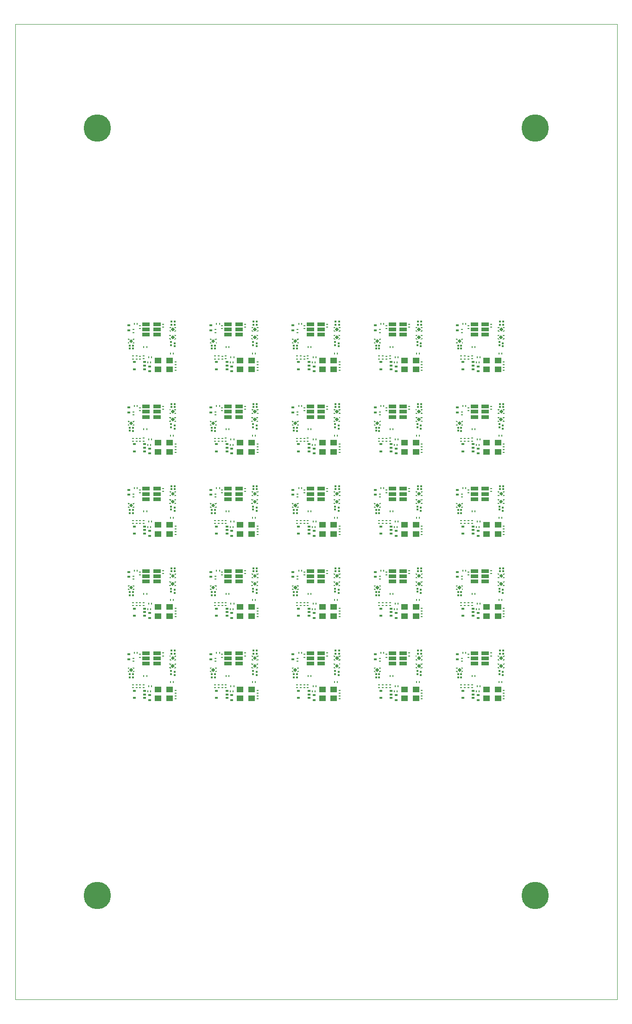
<source format=gbr>
G04 This is an RS-274x file exported by *
G04 gerbv version 2.6A *
G04 More information is available about gerbv at *
G04 http://gerbv.geda-project.org/ *
G04 --End of header info--*
%MOIN*%
%FSLAX34Y34*%
%IPPOS*%
G04 --Define apertures--*
%ADD10R,0.0110X0.0169*%
%ADD11R,0.0169X0.0110*%
%ADD12C,0.0059*%
%ADD13R,0.0154X0.0043*%
%ADD14R,0.0094X0.0102*%
%ADD15C,0.0205*%
%ADD16R,0.0512X0.0433*%
%ADD17R,0.0138X0.0118*%
%ADD18R,0.0236X0.0157*%
%ADD19R,0.0551X0.0256*%
%ADD20R,0.0197X0.0157*%
%ADD21C,0.0394*%
%ADD22C,0.0079*%
%AMMACRO23*
1,1,0.011811,-0.006590,0.004863*
1,1,0.011811,-0.076987,0.004863*
20,1,0.011811,-0.006590,0.004863,-0.076987,0.004863,0.000000*
1,1,0.011811,-0.124700,0.004863*
1,1,0.011811,-0.124700,0.110458*
20,1,0.011811,-0.124700,0.004863,-0.124700,0.110458,0.000000*
1,1,0.011811,-0.124700,0.110458*
1,1,0.011811,-0.177498,0.110458*
20,1,0.011811,-0.124700,0.110458,-0.177498,0.110458,0.000000*
1,1,0.011811,-0.177498,0.110458*
1,1,0.011811,-0.195097,0.092859*
20,1,0.011811,-0.177498,0.110458,-0.195097,0.092859,0.000000*
1,1,0.011811,-0.195097,0.092859*
1,1,0.011811,-0.195097,0.075260*
20,1,0.011811,-0.195097,0.092859,-0.195097,0.075260,0.000000*
1,1,0.011811,-0.195097,0.075260*
1,1,0.011811,-0.177498,0.057661*
20,1,0.011811,-0.195097,0.075260,-0.177498,0.057661,0.000000*
1,1,0.011811,-0.177498,0.057661*
1,1,0.011811,-0.124700,0.057661*
20,1,0.011811,-0.177498,0.057661,-0.124700,0.057661,0.000000*
1,1,0.011811,-0.242811,0.004863*
1,1,0.011811,-0.242811,0.092859*
20,1,0.011811,-0.242811,0.004863,-0.242811,0.092859,0.000000*
1,1,0.011811,-0.242811,0.092859*
1,1,0.011811,-0.260410,0.110458*
20,1,0.011811,-0.242811,0.092859,-0.260410,0.110458,0.000000*
1,1,0.011811,-0.260410,0.110458*
1,1,0.011811,-0.295608,0.110458*
20,1,0.011811,-0.260410,0.110458,-0.295608,0.110458,0.000000*
1,1,0.011811,-0.295608,0.110458*
1,1,0.011811,-0.313207,0.092859*
20,1,0.011811,-0.295608,0.110458,-0.313207,0.092859,0.000000*
1,1,0.011811,-0.313207,0.092859*
1,1,0.011811,-0.313207,0.004863*
20,1,0.011811,-0.313207,0.092859,-0.313207,0.004863,0.000000*
1,1,0.011811,-0.242811,0.057661*
1,1,0.011811,-0.313207,0.057661*
20,1,0.011811,-0.242811,0.057661,-0.313207,0.057661,0.000000*
1,1,0.011811,-0.360921,0.022462*
1,1,0.011811,-0.378520,0.004863*
20,1,0.011811,-0.360921,0.022462,-0.378520,0.004863,0.000000*
1,1,0.011811,-0.378520,0.004863*
1,1,0.011811,-0.413718,0.004863*
20,1,0.011811,-0.378520,0.004863,-0.413718,0.004863,0.000000*
1,1,0.011811,-0.413718,0.004863*
1,1,0.011811,-0.431318,0.022462*
20,1,0.011811,-0.413718,0.004863,-0.431318,0.022462,0.000000*
1,1,0.011811,-0.431318,0.022462*
1,1,0.011811,-0.431318,0.040062*
20,1,0.011811,-0.431318,0.022462,-0.431318,0.040062,0.000000*
1,1,0.011811,-0.431318,0.040062*
1,1,0.011811,-0.413718,0.057661*
20,1,0.011811,-0.431318,0.040062,-0.413718,0.057661,0.000000*
1,1,0.011811,-0.413718,0.057661*
1,1,0.011811,-0.378520,0.057661*
20,1,0.011811,-0.413718,0.057661,-0.378520,0.057661,0.000000*
1,1,0.011811,-0.378520,0.057661*
1,1,0.011811,-0.360921,0.075260*
20,1,0.011811,-0.378520,0.057661,-0.360921,0.075260,0.000000*
1,1,0.011811,-0.360921,0.075260*
1,1,0.011811,-0.360921,0.092859*
20,1,0.011811,-0.360921,0.075260,-0.360921,0.092859,0.000000*
1,1,0.011811,-0.360921,0.092859*
1,1,0.011811,-0.378520,0.110458*
20,1,0.011811,-0.360921,0.092859,-0.378520,0.110458,0.000000*
1,1,0.011811,-0.378520,0.110458*
1,1,0.011811,-0.413718,0.110458*
20,1,0.011811,-0.378520,0.110458,-0.413718,0.110458,0.000000*
1,1,0.011811,-0.413718,0.110458*
1,1,0.011811,-0.431318,0.092859*
20,1,0.011811,-0.413718,0.110458,-0.431318,0.092859,0.000000*
1,1,0.011811,-0.479031,0.110458*
1,1,0.011811,-0.549428,0.110458*
20,1,0.011811,-0.479031,0.110458,-0.549428,0.110458,0.000000*
1,1,0.011811,-0.514230,0.110458*
1,1,0.011811,-0.514230,0.004863*
20,1,0.011811,-0.514230,0.110458,-0.514230,0.004863,0.000000*
1,1,0.011811,-0.597141,0.110458*
1,1,0.011811,-0.667538,0.110458*
20,1,0.011811,-0.597141,0.110458,-0.667538,0.110458,0.000000*
1,1,0.011811,-0.597141,0.004863*
1,1,0.011811,-0.667538,0.004863*
20,1,0.011811,-0.597141,0.004863,-0.667538,0.004863,0.000000*
1,1,0.011811,-0.597141,0.057661*
1,1,0.011811,-0.649939,0.057661*
20,1,0.011811,-0.597141,0.057661,-0.649939,0.057661,0.000000*
1,1,0.011811,-0.597141,0.110458*
1,1,0.011811,-0.597141,0.004863*
20,1,0.011811,-0.597141,0.110458,-0.597141,0.004863,0.000000*
1,1,0.011811,-0.715252,0.057661*
1,1,0.011811,-0.785648,0.057661*
20,1,0.011811,-0.715252,0.057661,-0.785648,0.057661,0.000000*
1,1,0.011811,-0.833362,0.004863*
1,1,0.011811,-0.833362,0.110458*
20,1,0.011811,-0.833362,0.004863,-0.833362,0.110458,0.000000*
1,1,0.011811,-0.833362,0.110458*
1,1,0.011811,-0.886159,0.110458*
20,1,0.011811,-0.833362,0.110458,-0.886159,0.110458,0.000000*
1,1,0.011811,-0.886159,0.110458*
1,1,0.011811,-0.903759,0.092859*
20,1,0.011811,-0.886159,0.110458,-0.903759,0.092859,0.000000*
1,1,0.011811,-0.903759,0.092859*
1,1,0.011811,-0.903759,0.075260*
20,1,0.011811,-0.903759,0.092859,-0.903759,0.075260,0.000000*
1,1,0.011811,-0.903759,0.075260*
1,1,0.011811,-0.886159,0.057661*
20,1,0.011811,-0.903759,0.075260,-0.886159,0.057661,0.000000*
1,1,0.011811,-0.886159,0.057661*
1,1,0.011811,-0.833362,0.057661*
20,1,0.011811,-0.886159,0.057661,-0.833362,0.057661,0.000000*
1,1,0.011811,-0.850961,0.057661*
1,1,0.011811,-0.903759,0.004863*
20,1,0.011811,-0.850961,0.057661,-0.903759,0.004863,0.000000*
1,1,0.011811,-0.951472,0.022462*
1,1,0.011811,-0.969071,0.004863*
20,1,0.011811,-0.951472,0.022462,-0.969071,0.004863,0.000000*
1,1,0.011811,-0.969071,0.004863*
1,1,0.011811,-1.004270,0.004863*
20,1,0.011811,-0.969071,0.004863,-1.004270,0.004863,0.000000*
1,1,0.011811,-1.004270,0.004863*
1,1,0.011811,-1.021869,0.022462*
20,1,0.011811,-1.004270,0.004863,-1.021869,0.022462,0.000000*
1,1,0.011811,-1.021869,0.022462*
1,1,0.011811,-1.021869,0.040062*
20,1,0.011811,-1.021869,0.022462,-1.021869,0.040062,0.000000*
1,1,0.011811,-1.021869,0.040062*
1,1,0.011811,-1.004270,0.057661*
20,1,0.011811,-1.021869,0.040062,-1.004270,0.057661,0.000000*
1,1,0.011811,-1.004270,0.057661*
1,1,0.011811,-0.969071,0.057661*
20,1,0.011811,-1.004270,0.057661,-0.969071,0.057661,0.000000*
1,1,0.011811,-0.969071,0.057661*
1,1,0.011811,-0.951472,0.075260*
20,1,0.011811,-0.969071,0.057661,-0.951472,0.075260,0.000000*
1,1,0.011811,-0.951472,0.075260*
1,1,0.011811,-0.951472,0.092859*
20,1,0.011811,-0.951472,0.075260,-0.951472,0.092859,0.000000*
1,1,0.011811,-0.951472,0.092859*
1,1,0.011811,-0.969071,0.110458*
20,1,0.011811,-0.951472,0.092859,-0.969071,0.110458,0.000000*
1,1,0.011811,-0.969071,0.110458*
1,1,0.011811,-1.004270,0.110458*
20,1,0.011811,-0.969071,0.110458,-1.004270,0.110458,0.000000*
1,1,0.011811,-1.004270,0.110458*
1,1,0.011811,-1.021869,0.092859*
20,1,0.011811,-1.004270,0.110458,-1.021869,0.092859,0.000000*
1,1,0.011811,-1.187693,0.110458*
1,1,0.011811,-1.187693,0.004863*
20,1,0.011811,-1.187693,0.110458,-1.187693,0.004863,0.000000*
1,1,0.011811,-1.187693,0.004863*
1,1,0.011811,-1.258089,0.004863*
20,1,0.011811,-1.187693,0.004863,-1.258089,0.004863,0.000000*
1,1,0.011811,-1.305803,-0.012736*
1,1,0.011811,-1.305803,0.057661*
20,1,0.011811,-1.305803,-0.012736,-1.305803,0.057661,0.000000*
1,1,0.011811,-1.305803,0.057661*
1,1,0.011811,-1.323402,0.075260*
20,1,0.011811,-1.305803,0.057661,-1.323402,0.075260,0.000000*
1,1,0.011811,-1.323402,0.075260*
1,1,0.011811,-1.358600,0.075260*
20,1,0.011811,-1.323402,0.075260,-1.358600,0.075260,0.000000*
1,1,0.011811,-1.358600,0.075260*
1,1,0.011811,-1.376200,0.057661*
20,1,0.011811,-1.358600,0.075260,-1.376200,0.057661,0.000000*
1,1,0.011811,-1.376200,0.057661*
1,1,0.011811,-1.376200,0.040062*
20,1,0.011811,-1.376200,0.057661,-1.376200,0.040062,0.000000*
1,1,0.011811,-1.376200,0.040062*
1,1,0.011811,-1.358600,0.022462*
20,1,0.011811,-1.376200,0.040062,-1.358600,0.022462,0.000000*
1,1,0.011811,-1.358600,0.022462*
1,1,0.011811,-1.305803,0.022462*
20,1,0.011811,-1.358600,0.022462,-1.305803,0.022462,0.000000*
1,1,0.011811,-1.559622,0.110458*
1,1,0.011811,-1.594821,0.110458*
20,1,0.011811,-1.559622,0.110458,-1.594821,0.110458,0.000000*
1,1,0.011811,-1.559622,0.004863*
1,1,0.011811,-1.594821,0.004863*
20,1,0.011811,-1.559622,0.004863,-1.594821,0.004863,0.000000*
1,1,0.011811,-1.577222,0.110458*
1,1,0.011811,-1.577222,0.004863*
20,1,0.011811,-1.577222,0.110458,-1.577222,0.004863,0.000000*
1,1,0.011811,-1.660133,0.004863*
1,1,0.011811,-1.660133,0.110458*
20,1,0.011811,-1.660133,0.004863,-1.660133,0.110458,0.000000*
1,1,0.011811,-1.660133,0.110458*
1,1,0.011811,-1.695332,0.057661*
20,1,0.011811,-1.660133,0.110458,-1.695332,0.057661,0.000000*
1,1,0.011811,-1.695332,0.057661*
1,1,0.011811,-1.730530,0.110458*
20,1,0.011811,-1.695332,0.057661,-1.730530,0.110458,0.000000*
1,1,0.011811,-1.730530,0.110458*
1,1,0.011811,-1.730530,0.004863*
20,1,0.011811,-1.730530,0.110458,-1.730530,0.004863,0.000000*
1,1,0.011811,-1.778244,0.004863*
1,1,0.011811,-1.778244,0.092859*
20,1,0.011811,-1.778244,0.004863,-1.778244,0.092859,0.000000*
1,1,0.011811,-1.778244,0.092859*
1,1,0.011811,-1.795843,0.110458*
20,1,0.011811,-1.778244,0.092859,-1.795843,0.110458,0.000000*
1,1,0.011811,-1.795843,0.110458*
1,1,0.011811,-1.831041,0.110458*
20,1,0.011811,-1.795843,0.110458,-1.831041,0.110458,0.000000*
1,1,0.011811,-1.831041,0.110458*
1,1,0.011811,-1.848641,0.092859*
20,1,0.011811,-1.831041,0.110458,-1.848641,0.092859,0.000000*
1,1,0.011811,-1.848641,0.092859*
1,1,0.011811,-1.848641,0.004863*
20,1,0.011811,-1.848641,0.092859,-1.848641,0.004863,0.000000*
1,1,0.011811,-1.778244,0.057661*
1,1,0.011811,-1.848641,0.057661*
20,1,0.011811,-1.778244,0.057661,-1.848641,0.057661,0.000000*
1,1,0.011811,-1.913953,0.110458*
1,1,0.011811,-1.966751,0.110458*
20,1,0.011811,-1.913953,0.110458,-1.966751,0.110458,0.000000*
1,1,0.011811,-1.913953,0.110458*
1,1,0.011811,-1.896354,0.092859*
20,1,0.011811,-1.913953,0.110458,-1.896354,0.092859,0.000000*
1,1,0.011811,-1.896354,0.092859*
1,1,0.011811,-1.896354,0.022462*
20,1,0.011811,-1.896354,0.092859,-1.896354,0.022462,0.000000*
1,1,0.011811,-1.896354,0.022462*
1,1,0.011811,-1.913953,0.004863*
20,1,0.011811,-1.896354,0.022462,-1.913953,0.004863,0.000000*
1,1,0.011811,-1.913953,0.004863*
1,1,0.011811,-1.966751,0.004863*
20,1,0.011811,-1.913953,0.004863,-1.966751,0.004863,0.000000*
1,1,0.011811,-1.966751,0.004863*
1,1,0.011811,-1.966751,0.057661*
20,1,0.011811,-1.966751,0.004863,-1.966751,0.057661,0.000000*
1,1,0.011811,-1.966751,0.057661*
1,1,0.011811,-1.949152,0.057661*
20,1,0.011811,-1.966751,0.057661,-1.949152,0.057661,0.000000*
1,1,0.011811,-2.014464,0.110458*
1,1,0.011811,-2.084861,0.110458*
20,1,0.011811,-2.014464,0.110458,-2.084861,0.110458,0.000000*
1,1,0.011811,-2.014464,0.004863*
1,1,0.011811,-2.084861,0.004863*
20,1,0.011811,-2.014464,0.004863,-2.084861,0.004863,0.000000*
1,1,0.011811,-2.014464,0.057661*
1,1,0.011811,-2.067262,0.057661*
20,1,0.011811,-2.014464,0.057661,-2.067262,0.057661,0.000000*
1,1,0.011811,-2.014464,0.110458*
1,1,0.011811,-2.014464,0.004863*
20,1,0.011811,-2.014464,0.110458,-2.014464,0.004863,0.000000*
1,1,0.011811,-2.132574,0.110458*
1,1,0.011811,-2.185372,0.110458*
20,1,0.011811,-2.132574,0.110458,-2.185372,0.110458,0.000000*
1,1,0.011811,-2.185372,0.110458*
1,1,0.011811,-2.202971,0.092859*
20,1,0.011811,-2.185372,0.110458,-2.202971,0.092859,0.000000*
1,1,0.011811,-2.202971,0.092859*
1,1,0.011811,-2.202971,0.075260*
20,1,0.011811,-2.202971,0.092859,-2.202971,0.075260,0.000000*
1,1,0.011811,-2.202971,0.075260*
1,1,0.011811,-2.185372,0.057661*
20,1,0.011811,-2.202971,0.075260,-2.185372,0.057661,0.000000*
1,1,0.011811,-2.185372,0.057661*
1,1,0.011811,-2.202971,0.040062*
20,1,0.011811,-2.185372,0.057661,-2.202971,0.040062,0.000000*
1,1,0.011811,-2.202971,0.040062*
1,1,0.011811,-2.202971,0.022462*
20,1,0.011811,-2.202971,0.040062,-2.202971,0.022462,0.000000*
1,1,0.011811,-2.202971,0.022462*
1,1,0.011811,-2.185372,0.004863*
20,1,0.011811,-2.202971,0.022462,-2.185372,0.004863,0.000000*
1,1,0.011811,-2.185372,0.004863*
1,1,0.011811,-2.132574,0.004863*
20,1,0.011811,-2.185372,0.004863,-2.132574,0.004863,0.000000*
1,1,0.011811,-2.150174,0.004863*
1,1,0.011811,-2.150174,0.110458*
20,1,0.011811,-2.150174,0.004863,-2.150174,0.110458,0.000000*
1,1,0.011811,-2.150174,0.057661*
1,1,0.011811,-2.185372,0.057661*
20,1,0.011811,-2.150174,0.057661,-2.185372,0.057661,0.000000*
1,1,0.011811,-2.250685,0.022462*
1,1,0.011811,-2.250685,0.092859*
20,1,0.011811,-2.250685,0.022462,-2.250685,0.092859,0.000000*
1,1,0.011811,-2.250685,0.092859*
1,1,0.011811,-2.268284,0.110458*
20,1,0.011811,-2.250685,0.092859,-2.268284,0.110458,0.000000*
1,1,0.011811,-2.268284,0.110458*
1,1,0.011811,-2.303482,0.110458*
20,1,0.011811,-2.268284,0.110458,-2.303482,0.110458,0.000000*
1,1,0.011811,-2.303482,0.110458*
1,1,0.011811,-2.321082,0.092859*
20,1,0.011811,-2.303482,0.110458,-2.321082,0.092859,0.000000*
1,1,0.011811,-2.321082,0.092859*
1,1,0.011811,-2.321082,0.022462*
20,1,0.011811,-2.321082,0.092859,-2.321082,0.022462,0.000000*
1,1,0.011811,-2.321082,0.022462*
1,1,0.011811,-2.303482,0.004863*
20,1,0.011811,-2.321082,0.022462,-2.303482,0.004863,0.000000*
1,1,0.011811,-2.303482,0.004863*
1,1,0.011811,-2.268284,0.004863*
20,1,0.011811,-2.303482,0.004863,-2.268284,0.004863,0.000000*
1,1,0.011811,-2.268284,0.004863*
1,1,0.011811,-2.250685,0.022462*
20,1,0.011811,-2.268284,0.004863,-2.250685,0.022462,0.000000*
1,1,0.011811,-2.368795,0.004863*
1,1,0.011811,-2.368795,0.092859*
20,1,0.011811,-2.368795,0.004863,-2.368795,0.092859,0.000000*
1,1,0.011811,-2.368795,0.092859*
1,1,0.011811,-2.386394,0.110458*
20,1,0.011811,-2.368795,0.092859,-2.386394,0.110458,0.000000*
1,1,0.011811,-2.386394,0.110458*
1,1,0.011811,-2.421593,0.110458*
20,1,0.011811,-2.386394,0.110458,-2.421593,0.110458,0.000000*
1,1,0.011811,-2.421593,0.110458*
1,1,0.011811,-2.439192,0.092859*
20,1,0.011811,-2.421593,0.110458,-2.439192,0.092859,0.000000*
1,1,0.011811,-2.439192,0.092859*
1,1,0.011811,-2.439192,0.004863*
20,1,0.011811,-2.439192,0.092859,-2.439192,0.004863,0.000000*
1,1,0.011811,-2.368795,0.057661*
1,1,0.011811,-2.439192,0.057661*
20,1,0.011811,-2.368795,0.057661,-2.439192,0.057661,0.000000*
1,1,0.011811,-2.486905,0.004863*
1,1,0.011811,-2.486905,0.110458*
20,1,0.011811,-2.486905,0.004863,-2.486905,0.110458,0.000000*
1,1,0.011811,-2.486905,0.110458*
1,1,0.011811,-2.539703,0.110458*
20,1,0.011811,-2.486905,0.110458,-2.539703,0.110458,0.000000*
1,1,0.011811,-2.539703,0.110458*
1,1,0.011811,-2.557302,0.092859*
20,1,0.011811,-2.539703,0.110458,-2.557302,0.092859,0.000000*
1,1,0.011811,-2.557302,0.092859*
1,1,0.011811,-2.557302,0.075260*
20,1,0.011811,-2.557302,0.092859,-2.557302,0.075260,0.000000*
1,1,0.011811,-2.557302,0.075260*
1,1,0.011811,-2.539703,0.057661*
20,1,0.011811,-2.557302,0.075260,-2.539703,0.057661,0.000000*
1,1,0.011811,-2.539703,0.057661*
1,1,0.011811,-2.486905,0.057661*
20,1,0.011811,-2.539703,0.057661,-2.486905,0.057661,0.000000*
1,1,0.011811,-2.504504,0.057661*
1,1,0.011811,-2.557302,0.004863*
20,1,0.011811,-2.504504,0.057661,-2.557302,0.004863,0.000000*
1,1,0.011811,-2.605015,0.110458*
1,1,0.011811,-2.657813,0.110458*
20,1,0.011811,-2.605015,0.110458,-2.657813,0.110458,0.000000*
1,1,0.011811,-2.657813,0.110458*
1,1,0.011811,-2.675412,0.092859*
20,1,0.011811,-2.657813,0.110458,-2.675412,0.092859,0.000000*
1,1,0.011811,-2.675412,0.092859*
1,1,0.011811,-2.675412,0.022462*
20,1,0.011811,-2.675412,0.092859,-2.675412,0.022462,0.000000*
1,1,0.011811,-2.675412,0.022462*
1,1,0.011811,-2.657813,0.004863*
20,1,0.011811,-2.675412,0.022462,-2.657813,0.004863,0.000000*
1,1,0.011811,-2.657813,0.004863*
1,1,0.011811,-2.605015,0.004863*
20,1,0.011811,-2.657813,0.004863,-2.605015,0.004863,0.000000*
1,1,0.011811,-2.622615,0.004863*
1,1,0.011811,-2.622615,0.110458*
20,1,0.011811,-2.622615,0.004863,-2.622615,0.110458,0.000000*
1,1,0.011811,-2.841236,0.110458*
1,1,0.011811,-2.876434,0.004863*
20,1,0.011811,-2.841236,0.110458,-2.876434,0.004863,0.000000*
1,1,0.011811,-2.876434,0.004863*
1,1,0.011811,-2.911633,0.110458*
20,1,0.011811,-2.876434,0.004863,-2.911633,0.110458,0.000000*
1,1,0.011811,-2.976945,0.092859*
1,1,0.011811,-2.994545,0.110458*
20,1,0.011811,-2.976945,0.092859,-2.994545,0.110458,0.000000*
1,1,0.011811,-2.994545,0.110458*
1,1,0.011811,-2.994545,0.004863*
20,1,0.011811,-2.994545,0.110458,-2.994545,0.004863,0.000000*
1,1,0.011811,-2.976945,0.004863*
1,1,0.011811,-3.012144,0.004863*
20,1,0.011811,-2.976945,0.004863,-3.012144,0.004863,0.000000*
1,1,0.011811,-3.121454,0.013663*
1,1,0.011811,-3.195566,0.022462*
1,1,0.011811,-3.213166,0.004863*
20,1,0.011811,-3.195566,0.022462,-3.213166,0.004863,0.000000*
1,1,0.011811,-3.213166,0.004863*
1,1,0.011811,-3.248364,0.004863*
20,1,0.011811,-3.213166,0.004863,-3.248364,0.004863,0.000000*
1,1,0.011811,-3.248364,0.004863*
1,1,0.011811,-3.265963,0.022462*
20,1,0.011811,-3.248364,0.004863,-3.265963,0.022462,0.000000*
1,1,0.011811,-3.265963,0.022462*
1,1,0.011811,-3.265963,0.092859*
20,1,0.011811,-3.265963,0.022462,-3.265963,0.092859,0.000000*
1,1,0.011811,-3.265963,0.092859*
1,1,0.011811,-3.248364,0.110458*
20,1,0.011811,-3.265963,0.092859,-3.248364,0.110458,0.000000*
1,1,0.011811,-3.248364,0.110458*
1,1,0.011811,-3.213166,0.110458*
20,1,0.011811,-3.248364,0.110458,-3.213166,0.110458,0.000000*
1,1,0.011811,-3.213166,0.110458*
1,1,0.011811,-3.195566,0.092859*
20,1,0.011811,-3.213166,0.110458,-3.195566,0.092859,0.000000*
1,1,0.011811,-3.195566,0.092859*
1,1,0.011811,-3.195566,0.022462*
20,1,0.011811,-3.195566,0.092859,-3.195566,0.022462,0.000000*
1,1,0.011811,-3.195566,0.022462*
1,1,0.011811,-3.265963,0.092859*
20,1,0.011811,-3.195566,0.022462,-3.265963,0.092859,0.000000*
1,1,0.011811,-3.431787,0.022462*
1,1,0.011811,-3.502184,0.092859*
20,1,0.011811,-3.431787,0.022462,-3.502184,0.092859,0.000000*
1,1,0.011811,-3.720805,0.004863*
1,1,0.011811,-3.720805,0.110458*
20,1,0.011811,-3.720805,0.004863,-3.720805,0.110458,0.000000*
1,1,0.011811,-3.720805,0.110458*
1,1,0.011811,-3.668007,0.040062*
20,1,0.011811,-3.720805,0.110458,-3.668007,0.040062,0.000000*
1,1,0.011811,-3.668007,0.040062*
1,1,0.011811,-3.738404,0.040062*
20,1,0.011811,-3.668007,0.040062,-3.738404,0.040062,0.000000*
1,1,0.011811,-3.786118,0.004863*
1,1,0.011811,-3.821316,0.004863*
20,1,0.011811,-3.786118,0.004863,-3.821316,0.004863,0.000000*
1,1,0.011811,-3.821316,0.004863*
1,1,0.011811,-3.856514,0.040062*
20,1,0.011811,-3.821316,0.004863,-3.856514,0.040062,0.000000*
1,1,0.011811,-3.856514,0.040062*
1,1,0.011811,-3.856514,0.092859*
20,1,0.011811,-3.856514,0.040062,-3.856514,0.092859,0.000000*
1,1,0.011811,-3.856514,0.092859*
1,1,0.011811,-3.838915,0.110458*
20,1,0.011811,-3.856514,0.092859,-3.838915,0.110458,0.000000*
1,1,0.011811,-3.838915,0.110458*
1,1,0.011811,-3.803717,0.110458*
20,1,0.011811,-3.838915,0.110458,-3.803717,0.110458,0.000000*
1,1,0.011811,-3.803717,0.110458*
1,1,0.011811,-3.786118,0.092859*
20,1,0.011811,-3.803717,0.110458,-3.786118,0.092859,0.000000*
1,1,0.011811,-3.786118,0.092859*
1,1,0.011811,-3.786118,0.075260*
20,1,0.011811,-3.786118,0.092859,-3.786118,0.075260,0.000000*
1,1,0.011811,-3.786118,0.075260*
1,1,0.011811,-3.803717,0.057661*
20,1,0.011811,-3.786118,0.075260,-3.803717,0.057661,0.000000*
1,1,0.011811,-3.803717,0.057661*
1,1,0.011811,-3.856514,0.057661*
20,1,0.011811,-3.803717,0.057661,-3.856514,0.057661,0.000000*
1,1,0.011811,-3.904228,0.004863*
1,1,0.011811,-3.939426,0.004863*
20,1,0.011811,-3.904228,0.004863,-3.939426,0.004863,0.000000*
1,1,0.011811,-3.939426,0.004863*
1,1,0.011811,-3.974625,0.040062*
20,1,0.011811,-3.939426,0.004863,-3.974625,0.040062,0.000000*
1,1,0.011811,-3.974625,0.040062*
1,1,0.011811,-3.974625,0.092859*
20,1,0.011811,-3.974625,0.040062,-3.974625,0.092859,0.000000*
1,1,0.011811,-3.974625,0.092859*
1,1,0.011811,-3.957026,0.110458*
20,1,0.011811,-3.974625,0.092859,-3.957026,0.110458,0.000000*
1,1,0.011811,-3.957026,0.110458*
1,1,0.011811,-3.921827,0.110458*
20,1,0.011811,-3.957026,0.110458,-3.921827,0.110458,0.000000*
1,1,0.011811,-3.921827,0.110458*
1,1,0.011811,-3.904228,0.092859*
20,1,0.011811,-3.921827,0.110458,-3.904228,0.092859,0.000000*
1,1,0.011811,-3.904228,0.092859*
1,1,0.011811,-3.904228,0.075260*
20,1,0.011811,-3.904228,0.092859,-3.904228,0.075260,0.000000*
1,1,0.011811,-3.904228,0.075260*
1,1,0.011811,-3.921827,0.057661*
20,1,0.011811,-3.904228,0.075260,-3.921827,0.057661,0.000000*
1,1,0.011811,-3.921827,0.057661*
1,1,0.011811,-3.974625,0.057661*
20,1,0.011811,-3.921827,0.057661,-3.974625,0.057661,0.000000*
1,1,0.011811,-4.039937,0.092859*
1,1,0.011811,-4.057537,0.110458*
20,1,0.011811,-4.039937,0.092859,-4.057537,0.110458,0.000000*
1,1,0.011811,-4.057537,0.110458*
1,1,0.011811,-4.057537,0.004863*
20,1,0.011811,-4.057537,0.110458,-4.057537,0.004863,0.000000*
1,1,0.011811,-4.039937,0.004863*
1,1,0.011811,-4.075136,0.004863*
20,1,0.011811,-4.039937,0.004863,-4.075136,0.004863,0.000000*
1,1,0.011811,-4.140448,0.110458*
1,1,0.011811,-4.210845,0.110458*
20,1,0.011811,-4.140448,0.110458,-4.210845,0.110458,0.000000*
1,1,0.011811,-4.210845,0.110458*
1,1,0.011811,-4.210845,0.075260*
20,1,0.011811,-4.210845,0.110458,-4.210845,0.075260,0.000000*
1,1,0.011811,-4.210845,0.075260*
1,1,0.011811,-4.193246,0.057661*
20,1,0.011811,-4.210845,0.075260,-4.193246,0.057661,0.000000*
1,1,0.011811,-4.193246,0.057661*
1,1,0.011811,-4.175647,0.057661*
20,1,0.011811,-4.193246,0.057661,-4.175647,0.057661,0.000000*
1,1,0.011811,-4.193246,0.057661*
1,1,0.011811,-4.210845,0.040062*
20,1,0.011811,-4.193246,0.057661,-4.210845,0.040062,0.000000*
1,1,0.011811,-4.210845,0.040062*
1,1,0.011811,-4.210845,0.022462*
20,1,0.011811,-4.210845,0.040062,-4.210845,0.022462,0.000000*
1,1,0.011811,-4.210845,0.022462*
1,1,0.011811,-4.193246,0.004863*
20,1,0.011811,-4.210845,0.022462,-4.193246,0.004863,0.000000*
1,1,0.011811,-4.193246,0.004863*
1,1,0.011811,-4.158048,0.004863*
20,1,0.011811,-4.193246,0.004863,-4.158048,0.004863,0.000000*
1,1,0.011811,-4.158048,0.004863*
1,1,0.011811,-4.140448,0.022462*
20,1,0.011811,-4.158048,0.004863,-4.140448,0.022462,0.000000*
1,1,0.011811,-4.311356,0.004863*
1,1,0.011811,-4.311356,0.110458*
20,1,0.011811,-4.311356,0.004863,-4.311356,0.110458,0.000000*
1,1,0.011811,-4.311356,0.110458*
1,1,0.011811,-4.258559,0.040062*
20,1,0.011811,-4.311356,0.110458,-4.258559,0.040062,0.000000*
1,1,0.011811,-4.258559,0.040062*
1,1,0.011811,-4.328955,0.040062*
20,1,0.011811,-4.258559,0.040062,-4.328955,0.040062,0.000000*
1,1,0.011811,-4.376669,0.004863*
1,1,0.011811,-4.376669,0.110458*
20,1,0.011811,-4.376669,0.004863,-4.376669,0.110458,0.000000*
1,1,0.011811,-4.376669,0.110458*
1,1,0.011811,-4.411867,0.057661*
20,1,0.011811,-4.376669,0.110458,-4.411867,0.057661,0.000000*
1,1,0.011811,-4.411867,0.057661*
1,1,0.011811,-4.447066,0.110458*
20,1,0.011811,-4.411867,0.057661,-4.447066,0.110458,0.000000*
1,1,0.011811,-4.447066,0.110458*
1,1,0.011811,-4.447066,0.004863*
20,1,0.011811,-4.447066,0.110458,-4.447066,0.004863,0.000000*
1,1,0.011811,-4.494779,0.110458*
1,1,0.011811,-4.529978,0.057661*
20,1,0.011811,-4.494779,0.110458,-4.529978,0.057661,0.000000*
1,1,0.011811,-4.529978,0.057661*
1,1,0.011811,-4.565176,0.110458*
20,1,0.011811,-4.529978,0.057661,-4.565176,0.110458,0.000000*
1,1,0.011811,-4.529978,0.057661*
1,1,0.011811,-4.529978,0.004863*
20,1,0.011811,-4.529978,0.057661,-4.529978,0.004863,0.000000*
%
%ADD23MACRO23*%
%ADD24C,0.0039*%
%ADD25C,0.0004*%
%ADD26R,0.0197X0.0236*%
%ADD27R,0.0236X0.0197*%
%ADD28R,0.0098X0.0118*%
%ADD29R,0.0512X0.0276*%
%ADD30R,0.0276X0.0512*%
%ADD31C,0.0091*%
%ADD32R,0.0118X0.0138*%
%ADD33R,0.1063X0.0315*%
%ADD34R,0.0295X0.0315*%
%ADD35R,0.0222X0.0089*%
%ADD36R,0.0089X0.0222*%
%ADD37C,0.0866*%
%ADD38C,0.1969*%
G04 --Start main section--*
G54D10*
G01X0004653Y0007598D03*
G01X0004858Y0007598D03*
G54D11*
G01X0005052Y0007476D03*
G01X0005052Y0007272D03*
G01X0004583Y0007189D03*
G01X0004583Y0006984D03*
G54D12*
G01X0007253Y0007085D03*
G36*
G01X0007202Y0007094D02*
G01X0007244Y0007136D01*
G01X0007303Y0007077D01*
G01X0007261Y0007035D01*
G01X0007202Y0007094D01*
G37*
G54D13*
G01X0007226Y0007055D03*
G54D14*
G01X0007197Y0007085D03*
G01X0007622Y0007341D03*
G54D13*
G01X0007593Y0007370D03*
G54D12*
G01X0007566Y0007340D03*
G36*
G01X0007617Y0007331D02*
G01X0007575Y0007289D01*
G01X0007516Y0007348D01*
G01X0007558Y0007390D01*
G01X0007617Y0007331D01*
G37*
G01X0007253Y0007340D03*
G54D13*
G01X0007227Y0007370D03*
G54D14*
G01X0007197Y0007341D03*
G54D15*
G01X0007409Y0007213D03*
G36*
G01X0007554Y0007213D02*
G01X0007409Y0007068D01*
G01X0007265Y0007213D01*
G01X0007409Y0007357D01*
G01X0007554Y0007213D01*
G37*
G54D14*
G01X0007622Y0007085D03*
G54D13*
G01X0007593Y0007055D03*
G54D12*
G01X0007566Y0007085D03*
G36*
G01X0007558Y0007035D02*
G01X0007516Y0007077D01*
G01X0007575Y0007136D01*
G01X0007617Y0007094D01*
G01X0007558Y0007035D01*
G37*
G01X0004566Y0006497D03*
G36*
G01X0004617Y0006489D02*
G01X0004575Y0006447D01*
G01X0004516Y0006506D01*
G01X0004558Y0006548D01*
G01X0004617Y0006489D01*
G37*
G54D13*
G01X0004593Y0006528D03*
G54D14*
G01X0004622Y0006498D03*
G01X0004197Y0006242D03*
G54D13*
G01X0004226Y0006213D03*
G54D12*
G01X0004253Y0006243D03*
G36*
G01X0004202Y0006252D02*
G01X0004244Y0006293D01*
G01X0004303Y0006234D01*
G01X0004261Y0006193D01*
G01X0004202Y0006252D01*
G37*
G01X0004566Y0006243D03*
G36*
G01X0004557Y0006193D02*
G01X0004515Y0006234D01*
G01X0004574Y0006293D01*
G01X0004616Y0006252D01*
G01X0004557Y0006193D01*
G37*
G54D13*
G01X0004592Y0006213D03*
G54D14*
G01X0004622Y0006242D03*
G54D15*
G01X0004409Y0006370D03*
G36*
G01X0004265Y0006370D02*
G01X0004409Y0006515D01*
G01X0004554Y0006370D01*
G01X0004409Y0006225D01*
G01X0004265Y0006370D01*
G37*
G54D14*
G01X0004197Y0006498D03*
G54D13*
G01X0004226Y0006528D03*
G54D12*
G01X0004253Y0006497D03*
G36*
G01X0004261Y0006548D02*
G01X0004303Y0006506D01*
G01X0004244Y0006447D01*
G01X0004202Y0006489D01*
G01X0004261Y0006548D01*
G37*
G01X0007558Y0006773D03*
G36*
G01X0007609Y0006764D02*
G01X0007567Y0006722D01*
G01X0007508Y0006781D01*
G01X0007550Y0006823D01*
G01X0007609Y0006764D01*
G37*
G54D13*
G01X0007585Y0006803D03*
G54D14*
G01X0007614Y0006774D03*
G01X0007189Y0006518D03*
G54D13*
G01X0007219Y0006488D03*
G54D12*
G01X0007245Y0006519D03*
G36*
G01X0007194Y0006527D02*
G01X0007236Y0006569D01*
G01X0007295Y0006510D01*
G01X0007254Y0006468D01*
G01X0007194Y0006527D01*
G37*
G01X0007558Y0006519D03*
G36*
G01X0007549Y0006468D02*
G01X0007507Y0006510D01*
G01X0007567Y0006569D01*
G01X0007608Y0006527D01*
G01X0007549Y0006468D01*
G37*
G54D13*
G01X0007584Y0006488D03*
G54D14*
G01X0007614Y0006518D03*
G54D15*
G01X0007402Y0006646D03*
G36*
G01X0007257Y0006646D02*
G01X0007402Y0006790D01*
G01X0007546Y0006646D01*
G01X0007402Y0006501D01*
G01X0007257Y0006646D01*
G37*
G54D14*
G01X0007189Y0006774D03*
G54D13*
G01X0007219Y0006803D03*
G54D12*
G01X0007245Y0006773D03*
G36*
G01X0007254Y0006823D02*
G01X0007295Y0006781D01*
G01X0007236Y0006722D01*
G01X0007194Y0006764D01*
G01X0007254Y0006823D01*
G37*
G54D16*
G01X0007181Y0004321D03*
G01X0006354Y0004321D03*
G01X0006354Y0004970D03*
G01X0007181Y0004970D03*
G54D10*
G01X0005529Y0005929D03*
G01X0005324Y0005929D03*
G54D17*
G01X0007280Y0006291D03*
G01X0007280Y0006071D03*
G01X0007539Y0006209D03*
G01X0007539Y0005988D03*
G01X0004312Y0006044D03*
G01X0004312Y0005824D03*
G01X0004531Y0006043D03*
G01X0004531Y0005823D03*
G01X0007551Y0007535D03*
G01X0007551Y0007756D03*
G01X0007315Y0007535D03*
G01X0007315Y0007756D03*
G54D11*
G01X0006697Y0007575D03*
G01X0006697Y0007370D03*
G54D10*
G01X0007240Y0005484D03*
G01X0007445Y0005484D03*
G01X0005894Y0005205D03*
G01X0005689Y0005205D03*
G01X0005827Y0004823D03*
G01X0005622Y0004823D03*
G54D11*
G01X0007598Y0004484D03*
G01X0007598Y0004280D03*
G01X0007598Y0004677D03*
G01X0007598Y0004882D03*
G01X0004799Y0005083D03*
G01X0004799Y0005287D03*
G01X0005059Y0005079D03*
G01X0005059Y0005283D03*
G01X0004531Y0005083D03*
G01X0004531Y0005287D03*
G01X0005315Y0005087D03*
G01X0005315Y0005291D03*
G54D18*
G01X0005756Y0004547D03*
G01X0005756Y0004193D03*
G01X0004248Y0007137D03*
G01X0004248Y0007491D03*
G54D19*
G01X0005484Y0006819D03*
G01X0005484Y0007193D03*
G01X0005484Y0007567D03*
G01X0006272Y0006819D03*
G01X0006272Y0007567D03*
G01X0006272Y0007193D03*
G54D20*
G01X0005394Y0004346D03*
G01X0005394Y0004602D03*
G01X0005394Y0004858D03*
G01X0004646Y0004346D03*
G01X0004646Y0004858D03*
G54D10*
G01X0004653Y0013503D03*
G01X0004858Y0013503D03*
G54D11*
G01X0005052Y0013382D03*
G01X0005052Y0013177D03*
G01X0004583Y0013094D03*
G01X0004583Y0012890D03*
G54D12*
G01X0007253Y0012991D03*
G36*
G01X0007202Y0013000D02*
G01X0007244Y0013041D01*
G01X0007303Y0012982D01*
G01X0007261Y0012941D01*
G01X0007202Y0013000D01*
G37*
G54D13*
G01X0007226Y0012961D03*
G54D14*
G01X0007197Y0012990D03*
G01X0007622Y0013246D03*
G54D13*
G01X0007593Y0013276D03*
G54D12*
G01X0007566Y0013245D03*
G36*
G01X0007617Y0013237D02*
G01X0007575Y0013195D01*
G01X0007516Y0013254D01*
G01X0007558Y0013296D01*
G01X0007617Y0013237D01*
G37*
G01X0007253Y0013245D03*
G36*
G01X0007262Y0013296D02*
G01X0007304Y0013254D01*
G01X0007245Y0013195D01*
G01X0007203Y0013237D01*
G01X0007262Y0013296D01*
G37*
G54D13*
G01X0007227Y0013276D03*
G54D14*
G01X0007197Y0013246D03*
G54D15*
G01X0007409Y0013118D03*
G36*
G01X0007554Y0013118D02*
G01X0007409Y0012973D01*
G01X0007265Y0013118D01*
G01X0007409Y0013263D01*
G01X0007554Y0013118D01*
G37*
G54D14*
G01X0007622Y0012990D03*
G54D13*
G01X0007593Y0012961D03*
G54D12*
G01X0007566Y0012991D03*
G36*
G01X0007558Y0012941D02*
G01X0007516Y0012982D01*
G01X0007575Y0013041D01*
G01X0007617Y0013000D01*
G01X0007558Y0012941D01*
G37*
G01X0004566Y0012403D03*
G36*
G01X0004617Y0012394D02*
G01X0004575Y0012352D01*
G01X0004516Y0012411D01*
G01X0004558Y0012453D01*
G01X0004617Y0012394D01*
G37*
G54D13*
G01X0004593Y0012433D03*
G54D14*
G01X0004622Y0012404D03*
G01X0004197Y0012148D03*
G54D13*
G01X0004226Y0012118D03*
G54D12*
G01X0004253Y0012148D03*
G36*
G01X0004202Y0012157D02*
G01X0004244Y0012199D01*
G01X0004303Y0012140D01*
G01X0004261Y0012098D01*
G01X0004202Y0012157D01*
G37*
G01X0004566Y0012148D03*
G36*
G01X0004557Y0012098D02*
G01X0004515Y0012140D01*
G01X0004574Y0012199D01*
G01X0004616Y0012157D01*
G01X0004557Y0012098D01*
G37*
G54D13*
G01X0004592Y0012118D03*
G54D14*
G01X0004622Y0012148D03*
G54D15*
G01X0004409Y0012276D03*
G36*
G01X0004265Y0012276D02*
G01X0004409Y0012420D01*
G01X0004554Y0012276D01*
G01X0004409Y0012131D01*
G01X0004265Y0012276D01*
G37*
G54D14*
G01X0004197Y0012404D03*
G54D13*
G01X0004226Y0012433D03*
G54D12*
G01X0004253Y0012403D03*
G36*
G01X0004261Y0012453D02*
G01X0004303Y0012411D01*
G01X0004244Y0012352D01*
G01X0004202Y0012394D01*
G01X0004261Y0012453D01*
G37*
G01X0007558Y0012678D03*
G36*
G01X0007609Y0012670D02*
G01X0007567Y0012628D01*
G01X0007508Y0012687D01*
G01X0007550Y0012729D01*
G01X0007609Y0012670D01*
G37*
G54D13*
G01X0007585Y0012709D03*
G54D14*
G01X0007614Y0012679D03*
G01X0007189Y0012423D03*
G54D13*
G01X0007219Y0012394D03*
G54D12*
G01X0007245Y0012424D03*
G36*
G01X0007194Y0012433D02*
G01X0007236Y0012474D01*
G01X0007295Y0012415D01*
G01X0007254Y0012374D01*
G01X0007194Y0012433D01*
G37*
G01X0007558Y0012424D03*
G36*
G01X0007549Y0012374D02*
G01X0007507Y0012415D01*
G01X0007567Y0012474D01*
G01X0007608Y0012433D01*
G01X0007549Y0012374D01*
G37*
G54D13*
G01X0007584Y0012394D03*
G54D14*
G01X0007614Y0012423D03*
G54D15*
G01X0007402Y0012551D03*
G36*
G01X0007257Y0012551D02*
G01X0007402Y0012696D01*
G01X0007546Y0012551D01*
G01X0007402Y0012406D01*
G01X0007257Y0012551D01*
G37*
G54D14*
G01X0007189Y0012679D03*
G54D13*
G01X0007219Y0012709D03*
G54D12*
G01X0007245Y0012678D03*
G36*
G01X0007254Y0012729D02*
G01X0007295Y0012687D01*
G01X0007236Y0012628D01*
G01X0007194Y0012670D01*
G01X0007254Y0012729D01*
G37*
G54D16*
G01X0007181Y0010226D03*
G01X0006354Y0010226D03*
G01X0006354Y0010876D03*
G01X0007181Y0010876D03*
G54D10*
G01X0005529Y0011835D03*
G01X0005324Y0011835D03*
G54D17*
G01X0007280Y0012197D03*
G01X0007280Y0011976D03*
G01X0007539Y0012114D03*
G01X0007539Y0011894D03*
G01X0004312Y0011950D03*
G01X0004312Y0011729D03*
G01X0004531Y0011949D03*
G01X0004531Y0011728D03*
G01X0007551Y0013441D03*
G01X0007551Y0013661D03*
G01X0007315Y0013441D03*
G01X0007315Y0013661D03*
G54D11*
G01X0006697Y0013480D03*
G01X0006697Y0013276D03*
G54D10*
G01X0007240Y0011390D03*
G01X0007445Y0011390D03*
G01X0005894Y0011110D03*
G01X0005689Y0011110D03*
G01X0005827Y0010728D03*
G01X0005622Y0010728D03*
G54D11*
G01X0007598Y0010390D03*
G01X0007598Y0010185D03*
G01X0007598Y0010583D03*
G01X0007598Y0010787D03*
G01X0004799Y0010988D03*
G01X0004799Y0011193D03*
G01X0005059Y0010984D03*
G01X0005059Y0011189D03*
G01X0004531Y0010988D03*
G01X0004531Y0011193D03*
G01X0005315Y0010992D03*
G01X0005315Y0011197D03*
G54D18*
G01X0005756Y0010453D03*
G01X0005756Y0010098D03*
G01X0004248Y0013042D03*
G01X0004248Y0013397D03*
G54D19*
G01X0005484Y0012724D03*
G01X0005484Y0013098D03*
G01X0005484Y0013472D03*
G01X0006272Y0012724D03*
G01X0006272Y0013472D03*
G01X0006272Y0013098D03*
G54D20*
G01X0005394Y0010252D03*
G01X0005394Y0010508D03*
G01X0005394Y0010764D03*
G01X0004646Y0010252D03*
G01X0004646Y0010764D03*
G54D10*
G01X0004653Y0019409D03*
G01X0004858Y0019409D03*
G54D11*
G01X0005052Y0019287D03*
G01X0005052Y0019083D03*
G01X0004583Y0019000D03*
G01X0004583Y0018795D03*
G54D12*
G01X0007253Y0018896D03*
G36*
G01X0007202Y0018905D02*
G01X0007244Y0018947D01*
G01X0007303Y0018888D01*
G01X0007261Y0018846D01*
G01X0007202Y0018905D01*
G37*
G54D13*
G01X0007226Y0018866D03*
G54D14*
G01X0007197Y0018896D03*
G01X0007622Y0019152D03*
G54D13*
G01X0007593Y0019181D03*
G54D12*
G01X0007566Y0019151D03*
G36*
G01X0007617Y0019142D02*
G01X0007575Y0019100D01*
G01X0007516Y0019159D01*
G01X0007558Y0019201D01*
G01X0007617Y0019142D01*
G37*
G01X0007253Y0019151D03*
G36*
G01X0007262Y0019201D02*
G01X0007304Y0019159D01*
G01X0007245Y0019100D01*
G01X0007203Y0019142D01*
G01X0007262Y0019201D01*
G37*
G54D13*
G01X0007227Y0019181D03*
G54D14*
G01X0007197Y0019152D03*
G54D15*
G01X0007409Y0019024D03*
G36*
G01X0007554Y0019024D02*
G01X0007409Y0018879D01*
G01X0007265Y0019024D01*
G01X0007409Y0019168D01*
G01X0007554Y0019024D01*
G37*
G54D14*
G01X0007622Y0018896D03*
G54D13*
G01X0007593Y0018866D03*
G54D12*
G01X0007566Y0018896D03*
G36*
G01X0007558Y0018846D02*
G01X0007516Y0018888D01*
G01X0007575Y0018947D01*
G01X0007617Y0018905D01*
G01X0007558Y0018846D01*
G37*
G01X0004566Y0018308D03*
G36*
G01X0004617Y0018300D02*
G01X0004575Y0018258D01*
G01X0004516Y0018317D01*
G01X0004558Y0018359D01*
G01X0004617Y0018300D01*
G37*
G54D13*
G01X0004593Y0018339D03*
G54D14*
G01X0004622Y0018309D03*
G01X0004197Y0018053D03*
G54D13*
G01X0004226Y0018024D03*
G54D12*
G01X0004253Y0018054D03*
G36*
G01X0004202Y0018063D02*
G01X0004244Y0018104D01*
G01X0004303Y0018045D01*
G01X0004261Y0018004D01*
G01X0004202Y0018063D01*
G37*
G01X0004566Y0018054D03*
G36*
G01X0004557Y0018004D02*
G01X0004515Y0018045D01*
G01X0004574Y0018104D01*
G01X0004616Y0018063D01*
G01X0004557Y0018004D01*
G37*
G54D13*
G01X0004592Y0018024D03*
G54D14*
G01X0004622Y0018053D03*
G54D15*
G01X0004409Y0018181D03*
G36*
G01X0004265Y0018181D02*
G01X0004409Y0018326D01*
G01X0004554Y0018181D01*
G01X0004409Y0018036D01*
G01X0004265Y0018181D01*
G37*
G54D14*
G01X0004197Y0018309D03*
G54D13*
G01X0004226Y0018339D03*
G54D12*
G01X0004253Y0018308D03*
G36*
G01X0004261Y0018359D02*
G01X0004303Y0018317D01*
G01X0004244Y0018258D01*
G01X0004202Y0018300D01*
G01X0004261Y0018359D01*
G37*
G01X0007558Y0018584D03*
G36*
G01X0007609Y0018575D02*
G01X0007567Y0018533D01*
G01X0007508Y0018592D01*
G01X0007550Y0018634D01*
G01X0007609Y0018575D01*
G37*
G54D13*
G01X0007585Y0018614D03*
G54D14*
G01X0007614Y0018585D03*
G01X0007189Y0018329D03*
G54D13*
G01X0007219Y0018299D03*
G54D12*
G01X0007245Y0018330D03*
G36*
G01X0007194Y0018338D02*
G01X0007236Y0018380D01*
G01X0007295Y0018321D01*
G01X0007254Y0018279D01*
G01X0007194Y0018338D01*
G37*
G01X0007558Y0018330D03*
G36*
G01X0007549Y0018279D02*
G01X0007507Y0018321D01*
G01X0007567Y0018380D01*
G01X0007608Y0018338D01*
G01X0007549Y0018279D01*
G37*
G54D13*
G01X0007584Y0018299D03*
G54D14*
G01X0007614Y0018329D03*
G54D15*
G01X0007402Y0018457D03*
G36*
G01X0007257Y0018457D02*
G01X0007402Y0018601D01*
G01X0007546Y0018457D01*
G01X0007402Y0018312D01*
G01X0007257Y0018457D01*
G37*
G54D14*
G01X0007189Y0018585D03*
G54D13*
G01X0007219Y0018614D03*
G54D12*
G01X0007245Y0018584D03*
G36*
G01X0007254Y0018634D02*
G01X0007295Y0018592D01*
G01X0007236Y0018533D01*
G01X0007194Y0018575D01*
G01X0007254Y0018634D01*
G37*
G54D16*
G01X0007181Y0016132D03*
G01X0006354Y0016132D03*
G01X0006354Y0016781D03*
G01X0007181Y0016781D03*
G54D10*
G01X0005529Y0017740D03*
G01X0005324Y0017740D03*
G54D17*
G01X0007280Y0018102D03*
G01X0007280Y0017882D03*
G01X0007539Y0018020D03*
G01X0007539Y0017799D03*
G01X0004312Y0017855D03*
G01X0004312Y0017635D03*
G01X0004531Y0017854D03*
G01X0004531Y0017634D03*
G01X0007551Y0019346D03*
G01X0007551Y0019567D03*
G01X0007315Y0019346D03*
G01X0007315Y0019567D03*
G54D11*
G01X0006697Y0019386D03*
G01X0006697Y0019181D03*
G54D10*
G01X0007240Y0017295D03*
G01X0007445Y0017295D03*
G01X0005894Y0017016D03*
G01X0005689Y0017016D03*
G01X0005827Y0016634D03*
G01X0005622Y0016634D03*
G54D11*
G01X0007598Y0016295D03*
G01X0007598Y0016091D03*
G01X0007598Y0016488D03*
G01X0007598Y0016693D03*
G01X0004799Y0016894D03*
G01X0004799Y0017098D03*
G01X0005059Y0016890D03*
G01X0005059Y0017094D03*
G01X0004531Y0016894D03*
G01X0004531Y0017098D03*
G01X0005315Y0016898D03*
G01X0005315Y0017102D03*
G54D18*
G01X0005756Y0016358D03*
G01X0005756Y0016004D03*
G01X0004248Y0018948D03*
G01X0004248Y0019302D03*
G54D19*
G01X0005484Y0018630D03*
G01X0005484Y0019004D03*
G01X0005484Y0019378D03*
G01X0006272Y0018630D03*
G01X0006272Y0019378D03*
G01X0006272Y0019004D03*
G54D20*
G01X0005394Y0016157D03*
G01X0005394Y0016413D03*
G01X0005394Y0016669D03*
G01X0004646Y0016157D03*
G01X0004646Y0016669D03*
G54D10*
G01X0004653Y0025314D03*
G01X0004858Y0025314D03*
G54D11*
G01X0005052Y0025193D03*
G01X0005052Y0024988D03*
G01X0004583Y0024906D03*
G01X0004583Y0024701D03*
G54D12*
G01X0007253Y0024802D03*
G36*
G01X0007202Y0024811D02*
G01X0007244Y0024852D01*
G01X0007303Y0024793D01*
G01X0007261Y0024752D01*
G01X0007202Y0024811D01*
G37*
G54D13*
G01X0007226Y0024772D03*
G54D14*
G01X0007197Y0024801D03*
G01X0007622Y0025057D03*
G54D13*
G01X0007593Y0025087D03*
G54D12*
G01X0007566Y0025056D03*
G36*
G01X0007617Y0025048D02*
G01X0007575Y0025006D01*
G01X0007516Y0025065D01*
G01X0007558Y0025107D01*
G01X0007617Y0025048D01*
G37*
G01X0007253Y0025056D03*
G54D13*
G01X0007227Y0025087D03*
G54D14*
G01X0007197Y0025057D03*
G54D15*
G01X0007409Y0024929D03*
G36*
G01X0007554Y0024929D02*
G01X0007409Y0024784D01*
G01X0007265Y0024929D01*
G01X0007409Y0025074D01*
G01X0007554Y0024929D01*
G37*
G54D14*
G01X0007622Y0024801D03*
G54D13*
G01X0007593Y0024772D03*
G54D12*
G01X0007566Y0024802D03*
G36*
G01X0007558Y0024752D02*
G01X0007516Y0024793D01*
G01X0007575Y0024852D01*
G01X0007617Y0024811D01*
G01X0007558Y0024752D01*
G37*
G01X0004566Y0024214D03*
G36*
G01X0004617Y0024205D02*
G01X0004575Y0024163D01*
G01X0004516Y0024222D01*
G01X0004558Y0024264D01*
G01X0004617Y0024205D01*
G37*
G54D13*
G01X0004593Y0024244D03*
G54D14*
G01X0004622Y0024215D03*
G01X0004197Y0023959D03*
G54D13*
G01X0004226Y0023929D03*
G54D12*
G01X0004253Y0023959D03*
G36*
G01X0004202Y0023968D02*
G01X0004244Y0024010D01*
G01X0004303Y0023951D01*
G01X0004261Y0023909D01*
G01X0004202Y0023968D01*
G37*
G01X0004566Y0023959D03*
G36*
G01X0004557Y0023909D02*
G01X0004515Y0023951D01*
G01X0004574Y0024010D01*
G01X0004616Y0023968D01*
G01X0004557Y0023909D01*
G37*
G54D13*
G01X0004592Y0023929D03*
G54D14*
G01X0004622Y0023959D03*
G54D15*
G01X0004409Y0024087D03*
G36*
G01X0004265Y0024087D02*
G01X0004409Y0024231D01*
G01X0004554Y0024087D01*
G01X0004409Y0023942D01*
G01X0004265Y0024087D01*
G37*
G54D14*
G01X0004197Y0024215D03*
G54D13*
G01X0004226Y0024244D03*
G54D12*
G01X0004253Y0024214D03*
G36*
G01X0004261Y0024264D02*
G01X0004303Y0024222D01*
G01X0004244Y0024163D01*
G01X0004202Y0024205D01*
G01X0004261Y0024264D01*
G37*
G01X0007558Y0024489D03*
G36*
G01X0007609Y0024481D02*
G01X0007567Y0024439D01*
G01X0007508Y0024498D01*
G01X0007550Y0024540D01*
G01X0007609Y0024481D01*
G37*
G54D13*
G01X0007585Y0024520D03*
G54D14*
G01X0007614Y0024490D03*
G01X0007189Y0024234D03*
G54D13*
G01X0007219Y0024205D03*
G54D12*
G01X0007245Y0024235D03*
G36*
G01X0007194Y0024244D02*
G01X0007236Y0024285D01*
G01X0007295Y0024226D01*
G01X0007254Y0024185D01*
G01X0007194Y0024244D01*
G37*
G01X0007558Y0024235D03*
G36*
G01X0007549Y0024185D02*
G01X0007507Y0024226D01*
G01X0007567Y0024285D01*
G01X0007608Y0024244D01*
G01X0007549Y0024185D01*
G37*
G54D13*
G01X0007584Y0024205D03*
G54D14*
G01X0007614Y0024234D03*
G54D15*
G01X0007402Y0024362D03*
G36*
G01X0007257Y0024362D02*
G01X0007402Y0024507D01*
G01X0007546Y0024362D01*
G01X0007402Y0024217D01*
G01X0007257Y0024362D01*
G37*
G54D14*
G01X0007189Y0024490D03*
G54D13*
G01X0007219Y0024520D03*
G54D12*
G01X0007245Y0024489D03*
G36*
G01X0007254Y0024540D02*
G01X0007295Y0024498D01*
G01X0007236Y0024439D01*
G01X0007194Y0024481D01*
G01X0007254Y0024540D01*
G37*
G54D16*
G01X0007181Y0022037D03*
G01X0006354Y0022037D03*
G01X0006354Y0022687D03*
G01X0007181Y0022687D03*
G54D10*
G01X0005529Y0023646D03*
G01X0005324Y0023646D03*
G54D17*
G01X0007280Y0024008D03*
G01X0007280Y0023787D03*
G01X0007539Y0023925D03*
G01X0007539Y0023705D03*
G01X0004312Y0023761D03*
G01X0004312Y0023540D03*
G01X0004531Y0023760D03*
G01X0004531Y0023539D03*
G01X0007551Y0025252D03*
G01X0007551Y0025472D03*
G01X0007315Y0025252D03*
G01X0007315Y0025472D03*
G54D11*
G01X0006697Y0025291D03*
G01X0006697Y0025087D03*
G54D10*
G01X0007240Y0023201D03*
G01X0007445Y0023201D03*
G01X0005894Y0022921D03*
G01X0005689Y0022921D03*
G01X0005827Y0022539D03*
G01X0005622Y0022539D03*
G54D11*
G01X0007598Y0022201D03*
G01X0007598Y0021996D03*
G01X0007598Y0022394D03*
G01X0007598Y0022598D03*
G01X0004799Y0022799D03*
G01X0004799Y0023004D03*
G01X0005059Y0022795D03*
G01X0005059Y0023000D03*
G01X0004531Y0022799D03*
G01X0004531Y0023004D03*
G01X0005315Y0022803D03*
G01X0005315Y0023008D03*
G54D18*
G01X0005756Y0022264D03*
G01X0005756Y0021909D03*
G01X0004248Y0024853D03*
G01X0004248Y0025208D03*
G54D19*
G01X0005484Y0024535D03*
G01X0005484Y0024909D03*
G01X0005484Y0025283D03*
G01X0006272Y0024535D03*
G01X0006272Y0025283D03*
G01X0006272Y0024909D03*
G54D20*
G01X0005394Y0022063D03*
G01X0005394Y0022319D03*
G01X0005394Y0022575D03*
G01X0004646Y0022063D03*
G01X0004646Y0022575D03*
G54D10*
G01X0004653Y0031220D03*
G01X0004858Y0031220D03*
G54D11*
G01X0005052Y0031098D03*
G01X0005052Y0030894D03*
G01X0004583Y0030811D03*
G01X0004583Y0030606D03*
G54D12*
G01X0007253Y0030707D03*
G36*
G01X0007202Y0030716D02*
G01X0007244Y0030758D01*
G01X0007303Y0030699D01*
G01X0007261Y0030657D01*
G01X0007202Y0030716D01*
G37*
G54D13*
G01X0007226Y0030677D03*
G54D14*
G01X0007197Y0030707D03*
G01X0007622Y0030963D03*
G54D13*
G01X0007593Y0030992D03*
G54D12*
G01X0007566Y0030962D03*
G36*
G01X0007617Y0030953D02*
G01X0007575Y0030911D01*
G01X0007516Y0030970D01*
G01X0007558Y0031012D01*
G01X0007617Y0030953D01*
G37*
G01X0007253Y0030962D03*
G36*
G01X0007262Y0031012D02*
G01X0007304Y0030970D01*
G01X0007245Y0030911D01*
G01X0007203Y0030953D01*
G01X0007262Y0031012D01*
G37*
G54D13*
G01X0007227Y0030992D03*
G54D14*
G01X0007197Y0030963D03*
G54D15*
G01X0007409Y0030835D03*
G36*
G01X0007554Y0030835D02*
G01X0007409Y0030690D01*
G01X0007265Y0030835D01*
G01X0007409Y0030979D01*
G01X0007554Y0030835D01*
G37*
G54D14*
G01X0007622Y0030707D03*
G54D13*
G01X0007593Y0030677D03*
G54D12*
G01X0007566Y0030707D03*
G36*
G01X0007558Y0030657D02*
G01X0007516Y0030699D01*
G01X0007575Y0030758D01*
G01X0007617Y0030716D01*
G01X0007558Y0030657D01*
G37*
G01X0004566Y0030119D03*
G36*
G01X0004617Y0030111D02*
G01X0004575Y0030069D01*
G01X0004516Y0030128D01*
G01X0004558Y0030170D01*
G01X0004617Y0030111D01*
G37*
G54D13*
G01X0004593Y0030150D03*
G54D14*
G01X0004622Y0030120D03*
G01X0004197Y0029864D03*
G54D13*
G01X0004226Y0029835D03*
G54D12*
G01X0004253Y0029865D03*
G36*
G01X0004202Y0029874D02*
G01X0004244Y0029915D01*
G01X0004303Y0029856D01*
G01X0004261Y0029815D01*
G01X0004202Y0029874D01*
G37*
G01X0004566Y0029865D03*
G36*
G01X0004557Y0029815D02*
G01X0004515Y0029856D01*
G01X0004574Y0029915D01*
G01X0004616Y0029874D01*
G01X0004557Y0029815D01*
G37*
G54D13*
G01X0004592Y0029835D03*
G54D14*
G01X0004622Y0029864D03*
G54D15*
G01X0004409Y0029992D03*
G36*
G01X0004265Y0029992D02*
G01X0004409Y0030137D01*
G01X0004554Y0029992D01*
G01X0004409Y0029847D01*
G01X0004265Y0029992D01*
G37*
G54D14*
G01X0004197Y0030120D03*
G54D13*
G01X0004226Y0030150D03*
G54D12*
G01X0004253Y0030119D03*
G36*
G01X0004261Y0030170D02*
G01X0004303Y0030128D01*
G01X0004244Y0030069D01*
G01X0004202Y0030111D01*
G01X0004261Y0030170D01*
G37*
G01X0007558Y0030395D03*
G36*
G01X0007609Y0030386D02*
G01X0007567Y0030344D01*
G01X0007508Y0030404D01*
G01X0007550Y0030445D01*
G01X0007609Y0030386D01*
G37*
G54D13*
G01X0007585Y0030425D03*
G54D14*
G01X0007614Y0030396D03*
G01X0007189Y0030140D03*
G54D13*
G01X0007219Y0030110D03*
G54D12*
G01X0007245Y0030141D03*
G36*
G01X0007194Y0030149D02*
G01X0007236Y0030191D01*
G01X0007295Y0030132D01*
G01X0007254Y0030090D01*
G01X0007194Y0030149D01*
G37*
G01X0007558Y0030141D03*
G36*
G01X0007549Y0030090D02*
G01X0007507Y0030132D01*
G01X0007567Y0030191D01*
G01X0007608Y0030149D01*
G01X0007549Y0030090D01*
G37*
G54D13*
G01X0007584Y0030110D03*
G54D14*
G01X0007614Y0030140D03*
G54D15*
G01X0007402Y0030268D03*
G36*
G01X0007257Y0030268D02*
G01X0007402Y0030412D01*
G01X0007546Y0030268D01*
G01X0007402Y0030123D01*
G01X0007257Y0030268D01*
G37*
G54D14*
G01X0007189Y0030396D03*
G54D13*
G01X0007219Y0030425D03*
G54D12*
G01X0007245Y0030395D03*
G36*
G01X0007254Y0030445D02*
G01X0007295Y0030404D01*
G01X0007236Y0030344D01*
G01X0007194Y0030386D01*
G01X0007254Y0030445D01*
G37*
G54D16*
G01X0007181Y0027943D03*
G01X0006354Y0027943D03*
G01X0006354Y0028593D03*
G01X0007181Y0028593D03*
G54D10*
G01X0005529Y0029551D03*
G01X0005324Y0029551D03*
G54D17*
G01X0007280Y0029913D03*
G01X0007280Y0029693D03*
G01X0007539Y0029831D03*
G01X0007539Y0029610D03*
G01X0004312Y0029666D03*
G01X0004312Y0029446D03*
G01X0004531Y0029665D03*
G01X0004531Y0029445D03*
G01X0007551Y0031157D03*
G01X0007551Y0031378D03*
G01X0007315Y0031157D03*
G01X0007315Y0031378D03*
G54D11*
G01X0006697Y0031197D03*
G01X0006697Y0030992D03*
G54D10*
G01X0007240Y0029106D03*
G01X0007445Y0029106D03*
G01X0005894Y0028827D03*
G01X0005689Y0028827D03*
G01X0005827Y0028445D03*
G01X0005622Y0028445D03*
G54D11*
G01X0007598Y0028106D03*
G01X0007598Y0027902D03*
G01X0007598Y0028299D03*
G01X0007598Y0028504D03*
G01X0004799Y0028705D03*
G01X0004799Y0028909D03*
G01X0005059Y0028701D03*
G01X0005059Y0028906D03*
G01X0004531Y0028705D03*
G01X0004531Y0028909D03*
G01X0005315Y0028709D03*
G01X0005315Y0028913D03*
G54D18*
G01X0005756Y0028169D03*
G01X0005756Y0027815D03*
G01X0004248Y0030759D03*
G01X0004248Y0031113D03*
G54D19*
G01X0005484Y0030441D03*
G01X0005484Y0030815D03*
G01X0005484Y0031189D03*
G01X0006272Y0030441D03*
G01X0006272Y0031189D03*
G01X0006272Y0030815D03*
G54D20*
G01X0005394Y0027969D03*
G01X0005394Y0028224D03*
G01X0005394Y0028480D03*
G01X0004646Y0027969D03*
G01X0004646Y0028480D03*
G54D10*
G01X0010559Y0007598D03*
G01X0010763Y0007598D03*
G54D11*
G01X0010958Y0007476D03*
G01X0010958Y0007272D03*
G01X0010488Y0007189D03*
G01X0010488Y0006984D03*
G54D12*
G01X0013158Y0007085D03*
G36*
G01X0013108Y0007094D02*
G01X0013150Y0007136D01*
G01X0013209Y0007077D01*
G01X0013167Y0007035D01*
G01X0013108Y0007094D01*
G37*
G54D13*
G01X0013132Y0007055D03*
G54D14*
G01X0013102Y0007085D03*
G01X0013528Y0007341D03*
G54D13*
G01X0013498Y0007370D03*
G54D12*
G01X0013472Y0007340D03*
G36*
G01X0013522Y0007331D02*
G01X0013480Y0007289D01*
G01X0013421Y0007348D01*
G01X0013463Y0007390D01*
G01X0013522Y0007331D01*
G37*
G01X0013159Y0007340D03*
G36*
G01X0013167Y0007390D02*
G01X0013209Y0007348D01*
G01X0013150Y0007289D01*
G01X0013108Y0007331D01*
G01X0013167Y0007390D01*
G37*
G54D13*
G01X0013132Y0007370D03*
G54D14*
G01X0013102Y0007341D03*
G54D15*
G01X0013315Y0007213D03*
G36*
G01X0013460Y0007213D02*
G01X0013315Y0007068D01*
G01X0013170Y0007213D01*
G01X0013315Y0007357D01*
G01X0013460Y0007213D01*
G37*
G54D14*
G01X0013528Y0007085D03*
G54D13*
G01X0013498Y0007055D03*
G54D12*
G01X0013472Y0007085D03*
G36*
G01X0013463Y0007035D02*
G01X0013421Y0007077D01*
G01X0013480Y0007136D01*
G01X0013522Y0007094D01*
G01X0013463Y0007035D01*
G37*
G01X0010472Y0006497D03*
G36*
G01X0010522Y0006489D02*
G01X0010480Y0006447D01*
G01X0010421Y0006506D01*
G01X0010463Y0006548D01*
G01X0010522Y0006489D01*
G37*
G54D13*
G01X0010498Y0006528D03*
G54D14*
G01X0010528Y0006498D03*
G01X0010102Y0006242D03*
G54D13*
G01X0010132Y0006213D03*
G54D12*
G01X0010158Y0006243D03*
G36*
G01X0010108Y0006252D02*
G01X0010150Y0006293D01*
G01X0010209Y0006234D01*
G01X0010167Y0006193D01*
G01X0010108Y0006252D01*
G37*
G01X0010471Y0006243D03*
G36*
G01X0010463Y0006193D02*
G01X0010421Y0006234D01*
G01X0010480Y0006293D01*
G01X0010522Y0006252D01*
G01X0010463Y0006193D01*
G37*
G54D13*
G01X0010498Y0006213D03*
G54D14*
G01X0010528Y0006242D03*
G54D15*
G01X0010315Y0006370D03*
G36*
G01X0010170Y0006370D02*
G01X0010315Y0006515D01*
G01X0010460Y0006370D01*
G01X0010315Y0006225D01*
G01X0010170Y0006370D01*
G37*
G54D14*
G01X0010102Y0006498D03*
G54D13*
G01X0010132Y0006528D03*
G54D12*
G01X0010158Y0006497D03*
G36*
G01X0010167Y0006548D02*
G01X0010209Y0006506D01*
G01X0010150Y0006447D01*
G01X0010108Y0006489D01*
G01X0010167Y0006548D01*
G37*
G01X0013464Y0006773D03*
G36*
G01X0013514Y0006764D02*
G01X0013472Y0006722D01*
G01X0013413Y0006781D01*
G01X0013455Y0006823D01*
G01X0013514Y0006764D01*
G37*
G54D13*
G01X0013490Y0006803D03*
G54D14*
G01X0013520Y0006774D03*
G01X0013094Y0006518D03*
G54D13*
G01X0013124Y0006488D03*
G54D12*
G01X0013150Y0006519D03*
G36*
G01X0013100Y0006527D02*
G01X0013142Y0006569D01*
G01X0013201Y0006510D01*
G01X0013159Y0006468D01*
G01X0013100Y0006527D01*
G37*
G01X0013463Y0006519D03*
G36*
G01X0013455Y0006468D02*
G01X0013413Y0006510D01*
G01X0013472Y0006569D01*
G01X0013514Y0006527D01*
G01X0013455Y0006468D01*
G37*
G54D13*
G01X0013490Y0006488D03*
G54D14*
G01X0013520Y0006518D03*
G54D15*
G01X0013307Y0006646D03*
G36*
G01X0013162Y0006646D02*
G01X0013307Y0006790D01*
G01X0013452Y0006646D01*
G01X0013307Y0006501D01*
G01X0013162Y0006646D01*
G37*
G54D14*
G01X0013094Y0006774D03*
G54D13*
G01X0013124Y0006803D03*
G54D12*
G01X0013150Y0006773D03*
G36*
G01X0013159Y0006823D02*
G01X0013201Y0006781D01*
G01X0013142Y0006722D01*
G01X0013100Y0006764D01*
G01X0013159Y0006823D01*
G37*
G54D16*
G01X0013087Y0004321D03*
G01X0012260Y0004321D03*
G01X0012260Y0004970D03*
G01X0013087Y0004970D03*
G54D10*
G01X0011435Y0005929D03*
G01X0011230Y0005929D03*
G54D17*
G01X0013185Y0006291D03*
G01X0013185Y0006071D03*
G01X0013445Y0006209D03*
G01X0013445Y0005988D03*
G01X0010217Y0006044D03*
G01X0010217Y0005824D03*
G01X0010437Y0006043D03*
G01X0010437Y0005823D03*
G01X0013457Y0007535D03*
G01X0013457Y0007756D03*
G01X0013220Y0007535D03*
G01X0013220Y0007756D03*
G54D11*
G01X0012602Y0007575D03*
G01X0012602Y0007370D03*
G54D10*
G01X0013146Y0005484D03*
G01X0013350Y0005484D03*
G01X0011799Y0005205D03*
G01X0011594Y0005205D03*
G01X0011732Y0004823D03*
G01X0011528Y0004823D03*
G54D11*
G01X0013504Y0004484D03*
G01X0013504Y0004280D03*
G01X0013504Y0004677D03*
G01X0013504Y0004882D03*
G01X0010705Y0005083D03*
G01X0010705Y0005287D03*
G01X0010965Y0005079D03*
G01X0010965Y0005283D03*
G01X0010437Y0005083D03*
G01X0010437Y0005287D03*
G01X0011220Y0005087D03*
G01X0011220Y0005291D03*
G54D18*
G01X0011661Y0004547D03*
G01X0011661Y0004193D03*
G01X0010154Y0007137D03*
G01X0010154Y0007491D03*
G54D19*
G01X0011390Y0006819D03*
G01X0011390Y0007193D03*
G01X0011390Y0007567D03*
G01X0012177Y0006819D03*
G01X0012177Y0007567D03*
G01X0012177Y0007193D03*
G54D20*
G01X0011299Y0004346D03*
G01X0011299Y0004602D03*
G01X0011299Y0004858D03*
G01X0010551Y0004346D03*
G01X0010551Y0004858D03*
G54D10*
G01X0010559Y0013503D03*
G01X0010763Y0013503D03*
G54D11*
G01X0010958Y0013382D03*
G01X0010958Y0013177D03*
G01X0010488Y0013094D03*
G01X0010488Y0012890D03*
G54D12*
G01X0013158Y0012991D03*
G36*
G01X0013108Y0013000D02*
G01X0013150Y0013041D01*
G01X0013209Y0012982D01*
G01X0013167Y0012941D01*
G01X0013108Y0013000D01*
G37*
G54D13*
G01X0013132Y0012961D03*
G54D14*
G01X0013102Y0012990D03*
G01X0013528Y0013246D03*
G54D13*
G01X0013498Y0013276D03*
G54D12*
G01X0013472Y0013245D03*
G36*
G01X0013522Y0013237D02*
G01X0013480Y0013195D01*
G01X0013421Y0013254D01*
G01X0013463Y0013296D01*
G01X0013522Y0013237D01*
G37*
G01X0013159Y0013245D03*
G36*
G01X0013167Y0013296D02*
G01X0013209Y0013254D01*
G01X0013150Y0013195D01*
G01X0013108Y0013237D01*
G01X0013167Y0013296D01*
G37*
G54D13*
G01X0013132Y0013276D03*
G54D14*
G01X0013102Y0013246D03*
G54D15*
G01X0013315Y0013118D03*
G36*
G01X0013460Y0013118D02*
G01X0013315Y0012973D01*
G01X0013170Y0013118D01*
G01X0013315Y0013263D01*
G01X0013460Y0013118D01*
G37*
G54D14*
G01X0013528Y0012990D03*
G54D13*
G01X0013498Y0012961D03*
G54D12*
G01X0013472Y0012991D03*
G36*
G01X0013463Y0012941D02*
G01X0013421Y0012982D01*
G01X0013480Y0013041D01*
G01X0013522Y0013000D01*
G01X0013463Y0012941D01*
G37*
G01X0010472Y0012403D03*
G36*
G01X0010522Y0012394D02*
G01X0010480Y0012352D01*
G01X0010421Y0012411D01*
G01X0010463Y0012453D01*
G01X0010522Y0012394D01*
G37*
G54D13*
G01X0010498Y0012433D03*
G54D14*
G01X0010528Y0012404D03*
G01X0010102Y0012148D03*
G54D13*
G01X0010132Y0012118D03*
G54D12*
G01X0010158Y0012148D03*
G36*
G01X0010108Y0012157D02*
G01X0010150Y0012199D01*
G01X0010209Y0012140D01*
G01X0010167Y0012098D01*
G01X0010108Y0012157D01*
G37*
G01X0010471Y0012148D03*
G54D13*
G01X0010498Y0012118D03*
G54D14*
G01X0010528Y0012148D03*
G54D15*
G01X0010315Y0012276D03*
G36*
G01X0010170Y0012276D02*
G01X0010315Y0012420D01*
G01X0010460Y0012276D01*
G01X0010315Y0012131D01*
G01X0010170Y0012276D01*
G37*
G54D14*
G01X0010102Y0012404D03*
G54D13*
G01X0010132Y0012433D03*
G54D12*
G01X0010158Y0012403D03*
G36*
G01X0010167Y0012453D02*
G01X0010209Y0012411D01*
G01X0010150Y0012352D01*
G01X0010108Y0012394D01*
G01X0010167Y0012453D01*
G37*
G01X0013464Y0012678D03*
G36*
G01X0013514Y0012670D02*
G01X0013472Y0012628D01*
G01X0013413Y0012687D01*
G01X0013455Y0012729D01*
G01X0013514Y0012670D01*
G37*
G54D13*
G01X0013490Y0012709D03*
G54D14*
G01X0013520Y0012679D03*
G01X0013094Y0012423D03*
G54D13*
G01X0013124Y0012394D03*
G54D12*
G01X0013150Y0012424D03*
G36*
G01X0013100Y0012433D02*
G01X0013142Y0012474D01*
G01X0013201Y0012415D01*
G01X0013159Y0012374D01*
G01X0013100Y0012433D01*
G37*
G01X0013463Y0012424D03*
G36*
G01X0013455Y0012374D02*
G01X0013413Y0012415D01*
G01X0013472Y0012474D01*
G01X0013514Y0012433D01*
G01X0013455Y0012374D01*
G37*
G54D13*
G01X0013490Y0012394D03*
G54D14*
G01X0013520Y0012423D03*
G54D15*
G01X0013307Y0012551D03*
G36*
G01X0013162Y0012551D02*
G01X0013307Y0012696D01*
G01X0013452Y0012551D01*
G01X0013307Y0012406D01*
G01X0013162Y0012551D01*
G37*
G54D14*
G01X0013094Y0012679D03*
G54D13*
G01X0013124Y0012709D03*
G54D12*
G01X0013150Y0012678D03*
G36*
G01X0013159Y0012729D02*
G01X0013201Y0012687D01*
G01X0013142Y0012628D01*
G01X0013100Y0012670D01*
G01X0013159Y0012729D01*
G37*
G54D16*
G01X0013087Y0010226D03*
G01X0012260Y0010226D03*
G01X0012260Y0010876D03*
G01X0013087Y0010876D03*
G54D10*
G01X0011435Y0011835D03*
G01X0011230Y0011835D03*
G54D17*
G01X0013185Y0012197D03*
G01X0013185Y0011976D03*
G01X0013445Y0012114D03*
G01X0013445Y0011894D03*
G01X0010217Y0011950D03*
G01X0010217Y0011729D03*
G01X0010437Y0011949D03*
G01X0010437Y0011728D03*
G01X0013457Y0013441D03*
G01X0013457Y0013661D03*
G01X0013220Y0013441D03*
G01X0013220Y0013661D03*
G54D11*
G01X0012602Y0013480D03*
G01X0012602Y0013276D03*
G54D10*
G01X0013146Y0011390D03*
G01X0013350Y0011390D03*
G01X0011799Y0011110D03*
G01X0011594Y0011110D03*
G01X0011732Y0010728D03*
G01X0011528Y0010728D03*
G54D11*
G01X0013504Y0010390D03*
G01X0013504Y0010185D03*
G01X0013504Y0010583D03*
G01X0013504Y0010787D03*
G01X0010705Y0010988D03*
G01X0010705Y0011193D03*
G01X0010965Y0010984D03*
G01X0010965Y0011189D03*
G01X0010437Y0010988D03*
G01X0010437Y0011193D03*
G01X0011220Y0010992D03*
G01X0011220Y0011197D03*
G54D18*
G01X0011661Y0010453D03*
G01X0011661Y0010098D03*
G01X0010154Y0013042D03*
G01X0010154Y0013397D03*
G54D19*
G01X0011390Y0012724D03*
G01X0011390Y0013098D03*
G01X0011390Y0013472D03*
G01X0012177Y0012724D03*
G01X0012177Y0013472D03*
G01X0012177Y0013098D03*
G54D20*
G01X0011299Y0010252D03*
G01X0011299Y0010508D03*
G01X0011299Y0010764D03*
G01X0010551Y0010252D03*
G01X0010551Y0010764D03*
G54D10*
G01X0010559Y0019409D03*
G01X0010763Y0019409D03*
G54D11*
G01X0010958Y0019287D03*
G01X0010958Y0019083D03*
G01X0010488Y0019000D03*
G01X0010488Y0018795D03*
G54D12*
G01X0013158Y0018896D03*
G36*
G01X0013108Y0018905D02*
G01X0013150Y0018947D01*
G01X0013209Y0018888D01*
G01X0013167Y0018846D01*
G01X0013108Y0018905D01*
G37*
G54D13*
G01X0013132Y0018866D03*
G54D14*
G01X0013102Y0018896D03*
G01X0013528Y0019152D03*
G54D13*
G01X0013498Y0019181D03*
G54D12*
G01X0013472Y0019151D03*
G36*
G01X0013522Y0019142D02*
G01X0013480Y0019100D01*
G01X0013421Y0019159D01*
G01X0013463Y0019201D01*
G01X0013522Y0019142D01*
G37*
G01X0013159Y0019151D03*
G36*
G01X0013167Y0019201D02*
G01X0013209Y0019159D01*
G01X0013150Y0019100D01*
G01X0013108Y0019142D01*
G01X0013167Y0019201D01*
G37*
G54D13*
G01X0013132Y0019181D03*
G54D14*
G01X0013102Y0019152D03*
G54D15*
G01X0013315Y0019024D03*
G36*
G01X0013460Y0019024D02*
G01X0013315Y0018879D01*
G01X0013170Y0019024D01*
G01X0013315Y0019168D01*
G01X0013460Y0019024D01*
G37*
G54D14*
G01X0013528Y0018896D03*
G54D13*
G01X0013498Y0018866D03*
G54D12*
G01X0013472Y0018896D03*
G36*
G01X0013463Y0018846D02*
G01X0013421Y0018888D01*
G01X0013480Y0018947D01*
G01X0013522Y0018905D01*
G01X0013463Y0018846D01*
G37*
G01X0010472Y0018308D03*
G36*
G01X0010522Y0018300D02*
G01X0010480Y0018258D01*
G01X0010421Y0018317D01*
G01X0010463Y0018359D01*
G01X0010522Y0018300D01*
G37*
G54D13*
G01X0010498Y0018339D03*
G54D14*
G01X0010528Y0018309D03*
G01X0010102Y0018053D03*
G54D13*
G01X0010132Y0018024D03*
G54D12*
G01X0010158Y0018054D03*
G36*
G01X0010108Y0018063D02*
G01X0010150Y0018104D01*
G01X0010209Y0018045D01*
G01X0010167Y0018004D01*
G01X0010108Y0018063D01*
G37*
G01X0010471Y0018054D03*
G36*
G01X0010463Y0018004D02*
G01X0010421Y0018045D01*
G01X0010480Y0018104D01*
G01X0010522Y0018063D01*
G01X0010463Y0018004D01*
G37*
G54D13*
G01X0010498Y0018024D03*
G54D14*
G01X0010528Y0018053D03*
G54D15*
G01X0010315Y0018181D03*
G36*
G01X0010170Y0018181D02*
G01X0010315Y0018326D01*
G01X0010460Y0018181D01*
G01X0010315Y0018036D01*
G01X0010170Y0018181D01*
G37*
G54D14*
G01X0010102Y0018309D03*
G54D13*
G01X0010132Y0018339D03*
G54D12*
G01X0010158Y0018308D03*
G36*
G01X0010167Y0018359D02*
G01X0010209Y0018317D01*
G01X0010150Y0018258D01*
G01X0010108Y0018300D01*
G01X0010167Y0018359D01*
G37*
G01X0013464Y0018584D03*
G36*
G01X0013514Y0018575D02*
G01X0013472Y0018533D01*
G01X0013413Y0018592D01*
G01X0013455Y0018634D01*
G01X0013514Y0018575D01*
G37*
G54D13*
G01X0013490Y0018614D03*
G54D14*
G01X0013520Y0018585D03*
G01X0013094Y0018329D03*
G54D13*
G01X0013124Y0018299D03*
G54D12*
G01X0013150Y0018330D03*
G36*
G01X0013100Y0018338D02*
G01X0013142Y0018380D01*
G01X0013201Y0018321D01*
G01X0013159Y0018279D01*
G01X0013100Y0018338D01*
G37*
G01X0013463Y0018330D03*
G36*
G01X0013455Y0018279D02*
G01X0013413Y0018321D01*
G01X0013472Y0018380D01*
G01X0013514Y0018338D01*
G01X0013455Y0018279D01*
G37*
G54D13*
G01X0013490Y0018299D03*
G54D14*
G01X0013520Y0018329D03*
G54D15*
G01X0013307Y0018457D03*
G36*
G01X0013162Y0018457D02*
G01X0013307Y0018601D01*
G01X0013452Y0018457D01*
G01X0013307Y0018312D01*
G01X0013162Y0018457D01*
G37*
G54D14*
G01X0013094Y0018585D03*
G54D13*
G01X0013124Y0018614D03*
G54D12*
G01X0013150Y0018584D03*
G36*
G01X0013159Y0018634D02*
G01X0013201Y0018592D01*
G01X0013142Y0018533D01*
G01X0013100Y0018575D01*
G01X0013159Y0018634D01*
G37*
G54D16*
G01X0013087Y0016132D03*
G01X0012260Y0016132D03*
G01X0012260Y0016781D03*
G01X0013087Y0016781D03*
G54D10*
G01X0011435Y0017740D03*
G01X0011230Y0017740D03*
G54D17*
G01X0013185Y0018102D03*
G01X0013185Y0017882D03*
G01X0013445Y0018020D03*
G01X0013445Y0017799D03*
G01X0010217Y0017855D03*
G01X0010217Y0017635D03*
G01X0010437Y0017854D03*
G01X0010437Y0017634D03*
G01X0013457Y0019346D03*
G01X0013457Y0019567D03*
G01X0013220Y0019346D03*
G01X0013220Y0019567D03*
G54D11*
G01X0012602Y0019386D03*
G01X0012602Y0019181D03*
G54D10*
G01X0013146Y0017295D03*
G01X0013350Y0017295D03*
G01X0011799Y0017016D03*
G01X0011594Y0017016D03*
G01X0011732Y0016634D03*
G01X0011528Y0016634D03*
G54D11*
G01X0013504Y0016295D03*
G01X0013504Y0016091D03*
G01X0013504Y0016488D03*
G01X0013504Y0016693D03*
G01X0010705Y0016894D03*
G01X0010705Y0017098D03*
G01X0010965Y0016890D03*
G01X0010965Y0017094D03*
G01X0010437Y0016894D03*
G01X0010437Y0017098D03*
G01X0011220Y0016898D03*
G01X0011220Y0017102D03*
G54D18*
G01X0011661Y0016358D03*
G01X0011661Y0016004D03*
G01X0010154Y0018948D03*
G01X0010154Y0019302D03*
G54D19*
G01X0011390Y0018630D03*
G01X0011390Y0019004D03*
G01X0011390Y0019378D03*
G01X0012177Y0018630D03*
G01X0012177Y0019378D03*
G01X0012177Y0019004D03*
G54D20*
G01X0011299Y0016157D03*
G01X0011299Y0016413D03*
G01X0011299Y0016669D03*
G01X0010551Y0016157D03*
G01X0010551Y0016669D03*
G54D10*
G01X0010559Y0025314D03*
G01X0010763Y0025314D03*
G54D11*
G01X0010958Y0025193D03*
G01X0010958Y0024988D03*
G01X0010488Y0024906D03*
G01X0010488Y0024701D03*
G54D12*
G01X0013158Y0024802D03*
G36*
G01X0013108Y0024811D02*
G01X0013150Y0024852D01*
G01X0013209Y0024793D01*
G01X0013167Y0024752D01*
G01X0013108Y0024811D01*
G37*
G54D13*
G01X0013132Y0024772D03*
G54D14*
G01X0013102Y0024801D03*
G01X0013528Y0025057D03*
G54D13*
G01X0013498Y0025087D03*
G54D12*
G01X0013472Y0025056D03*
G36*
G01X0013522Y0025048D02*
G01X0013480Y0025006D01*
G01X0013421Y0025065D01*
G01X0013463Y0025107D01*
G01X0013522Y0025048D01*
G37*
G01X0013159Y0025056D03*
G36*
G01X0013167Y0025107D02*
G01X0013209Y0025065D01*
G01X0013150Y0025006D01*
G01X0013108Y0025048D01*
G01X0013167Y0025107D01*
G37*
G54D13*
G01X0013132Y0025087D03*
G54D14*
G01X0013102Y0025057D03*
G54D15*
G01X0013315Y0024929D03*
G36*
G01X0013460Y0024929D02*
G01X0013315Y0024784D01*
G01X0013170Y0024929D01*
G01X0013315Y0025074D01*
G01X0013460Y0024929D01*
G37*
G54D14*
G01X0013528Y0024801D03*
G54D13*
G01X0013498Y0024772D03*
G54D12*
G01X0013472Y0024802D03*
G36*
G01X0013463Y0024752D02*
G01X0013421Y0024793D01*
G01X0013480Y0024852D01*
G01X0013522Y0024811D01*
G01X0013463Y0024752D01*
G37*
G01X0010472Y0024214D03*
G36*
G01X0010522Y0024205D02*
G01X0010480Y0024163D01*
G01X0010421Y0024222D01*
G01X0010463Y0024264D01*
G01X0010522Y0024205D01*
G37*
G54D13*
G01X0010498Y0024244D03*
G54D14*
G01X0010528Y0024215D03*
G01X0010102Y0023959D03*
G54D13*
G01X0010132Y0023929D03*
G54D12*
G01X0010158Y0023959D03*
G36*
G01X0010108Y0023968D02*
G01X0010150Y0024010D01*
G01X0010209Y0023951D01*
G01X0010167Y0023909D01*
G01X0010108Y0023968D01*
G37*
G01X0010471Y0023959D03*
G36*
G01X0010463Y0023909D02*
G01X0010421Y0023951D01*
G01X0010480Y0024010D01*
G01X0010522Y0023968D01*
G01X0010463Y0023909D01*
G37*
G54D13*
G01X0010498Y0023929D03*
G54D14*
G01X0010528Y0023959D03*
G54D15*
G01X0010315Y0024087D03*
G36*
G01X0010170Y0024087D02*
G01X0010315Y0024231D01*
G01X0010460Y0024087D01*
G01X0010315Y0023942D01*
G01X0010170Y0024087D01*
G37*
G54D14*
G01X0010102Y0024215D03*
G54D13*
G01X0010132Y0024244D03*
G54D12*
G01X0010158Y0024214D03*
G36*
G01X0010167Y0024264D02*
G01X0010209Y0024222D01*
G01X0010150Y0024163D01*
G01X0010108Y0024205D01*
G01X0010167Y0024264D01*
G37*
G01X0013464Y0024489D03*
G36*
G01X0013514Y0024481D02*
G01X0013472Y0024439D01*
G01X0013413Y0024498D01*
G01X0013455Y0024540D01*
G01X0013514Y0024481D01*
G37*
G54D13*
G01X0013490Y0024520D03*
G54D14*
G01X0013520Y0024490D03*
G01X0013094Y0024234D03*
G54D13*
G01X0013124Y0024205D03*
G54D12*
G01X0013150Y0024235D03*
G36*
G01X0013100Y0024244D02*
G01X0013142Y0024285D01*
G01X0013201Y0024226D01*
G01X0013159Y0024185D01*
G01X0013100Y0024244D01*
G37*
G01X0013463Y0024235D03*
G36*
G01X0013455Y0024185D02*
G01X0013413Y0024226D01*
G01X0013472Y0024285D01*
G01X0013514Y0024244D01*
G01X0013455Y0024185D01*
G37*
G54D13*
G01X0013490Y0024205D03*
G54D14*
G01X0013520Y0024234D03*
G54D15*
G01X0013307Y0024362D03*
G36*
G01X0013162Y0024362D02*
G01X0013307Y0024507D01*
G01X0013452Y0024362D01*
G01X0013307Y0024217D01*
G01X0013162Y0024362D01*
G37*
G54D14*
G01X0013094Y0024490D03*
G54D13*
G01X0013124Y0024520D03*
G54D12*
G01X0013150Y0024489D03*
G36*
G01X0013159Y0024540D02*
G01X0013201Y0024498D01*
G01X0013142Y0024439D01*
G01X0013100Y0024481D01*
G01X0013159Y0024540D01*
G37*
G54D16*
G01X0013087Y0022037D03*
G01X0012260Y0022037D03*
G01X0012260Y0022687D03*
G01X0013087Y0022687D03*
G54D10*
G01X0011435Y0023646D03*
G01X0011230Y0023646D03*
G54D17*
G01X0013185Y0024008D03*
G01X0013185Y0023787D03*
G01X0013445Y0023925D03*
G01X0013445Y0023705D03*
G01X0010217Y0023761D03*
G01X0010217Y0023540D03*
G01X0010437Y0023760D03*
G01X0010437Y0023539D03*
G01X0013457Y0025252D03*
G01X0013457Y0025472D03*
G01X0013220Y0025252D03*
G01X0013220Y0025472D03*
G54D11*
G01X0012602Y0025291D03*
G01X0012602Y0025087D03*
G54D10*
G01X0013146Y0023201D03*
G01X0013350Y0023201D03*
G01X0011799Y0022921D03*
G01X0011594Y0022921D03*
G01X0011732Y0022539D03*
G01X0011528Y0022539D03*
G54D11*
G01X0013504Y0022201D03*
G01X0013504Y0021996D03*
G01X0013504Y0022394D03*
G01X0013504Y0022598D03*
G01X0010705Y0022799D03*
G01X0010705Y0023004D03*
G01X0010965Y0022795D03*
G01X0010965Y0023000D03*
G01X0010437Y0022799D03*
G01X0010437Y0023004D03*
G01X0011220Y0022803D03*
G01X0011220Y0023008D03*
G54D18*
G01X0011661Y0022264D03*
G01X0011661Y0021909D03*
G01X0010154Y0024853D03*
G01X0010154Y0025208D03*
G54D19*
G01X0011390Y0024535D03*
G01X0011390Y0024909D03*
G01X0011390Y0025283D03*
G01X0012177Y0024535D03*
G01X0012177Y0025283D03*
G01X0012177Y0024909D03*
G54D20*
G01X0011299Y0022063D03*
G01X0011299Y0022319D03*
G01X0011299Y0022575D03*
G01X0010551Y0022063D03*
G01X0010551Y0022575D03*
G54D10*
G01X0010559Y0031220D03*
G01X0010763Y0031220D03*
G54D11*
G01X0010958Y0031098D03*
G01X0010958Y0030894D03*
G01X0010488Y0030811D03*
G01X0010488Y0030606D03*
G54D12*
G01X0013158Y0030707D03*
G36*
G01X0013108Y0030716D02*
G01X0013150Y0030758D01*
G01X0013209Y0030699D01*
G01X0013167Y0030657D01*
G01X0013108Y0030716D01*
G37*
G54D13*
G01X0013132Y0030677D03*
G54D14*
G01X0013102Y0030707D03*
G01X0013528Y0030963D03*
G54D13*
G01X0013498Y0030992D03*
G54D12*
G01X0013472Y0030962D03*
G36*
G01X0013522Y0030953D02*
G01X0013480Y0030911D01*
G01X0013421Y0030970D01*
G01X0013463Y0031012D01*
G01X0013522Y0030953D01*
G37*
G01X0013159Y0030962D03*
G36*
G01X0013167Y0031012D02*
G01X0013209Y0030970D01*
G01X0013150Y0030911D01*
G01X0013108Y0030953D01*
G01X0013167Y0031012D01*
G37*
G54D13*
G01X0013132Y0030992D03*
G54D14*
G01X0013102Y0030963D03*
G54D15*
G01X0013315Y0030835D03*
G36*
G01X0013460Y0030835D02*
G01X0013315Y0030690D01*
G01X0013170Y0030835D01*
G01X0013315Y0030979D01*
G01X0013460Y0030835D01*
G37*
G54D14*
G01X0013528Y0030707D03*
G54D13*
G01X0013498Y0030677D03*
G54D12*
G01X0013472Y0030707D03*
G36*
G01X0013463Y0030657D02*
G01X0013421Y0030699D01*
G01X0013480Y0030758D01*
G01X0013522Y0030716D01*
G01X0013463Y0030657D01*
G37*
G01X0010472Y0030119D03*
G36*
G01X0010522Y0030111D02*
G01X0010480Y0030069D01*
G01X0010421Y0030128D01*
G01X0010463Y0030170D01*
G01X0010522Y0030111D01*
G37*
G54D13*
G01X0010498Y0030150D03*
G54D14*
G01X0010528Y0030120D03*
G01X0010102Y0029864D03*
G54D13*
G01X0010132Y0029835D03*
G54D12*
G01X0010158Y0029865D03*
G36*
G01X0010108Y0029874D02*
G01X0010150Y0029915D01*
G01X0010209Y0029856D01*
G01X0010167Y0029815D01*
G01X0010108Y0029874D01*
G37*
G01X0010471Y0029865D03*
G54D13*
G01X0010498Y0029835D03*
G54D14*
G01X0010528Y0029864D03*
G54D15*
G01X0010315Y0029992D03*
G36*
G01X0010170Y0029992D02*
G01X0010315Y0030137D01*
G01X0010460Y0029992D01*
G01X0010315Y0029847D01*
G01X0010170Y0029992D01*
G37*
G54D14*
G01X0010102Y0030120D03*
G54D13*
G01X0010132Y0030150D03*
G54D12*
G01X0010158Y0030119D03*
G36*
G01X0010167Y0030170D02*
G01X0010209Y0030128D01*
G01X0010150Y0030069D01*
G01X0010108Y0030111D01*
G01X0010167Y0030170D01*
G37*
G01X0013464Y0030395D03*
G36*
G01X0013514Y0030386D02*
G01X0013472Y0030344D01*
G01X0013413Y0030404D01*
G01X0013455Y0030445D01*
G01X0013514Y0030386D01*
G37*
G54D13*
G01X0013490Y0030425D03*
G54D14*
G01X0013520Y0030396D03*
G01X0013094Y0030140D03*
G54D13*
G01X0013124Y0030110D03*
G54D12*
G01X0013150Y0030141D03*
G36*
G01X0013100Y0030149D02*
G01X0013142Y0030191D01*
G01X0013201Y0030132D01*
G01X0013159Y0030090D01*
G01X0013100Y0030149D01*
G37*
G01X0013463Y0030141D03*
G36*
G01X0013455Y0030090D02*
G01X0013413Y0030132D01*
G01X0013472Y0030191D01*
G01X0013514Y0030149D01*
G01X0013455Y0030090D01*
G37*
G54D13*
G01X0013490Y0030110D03*
G54D14*
G01X0013520Y0030140D03*
G54D15*
G01X0013307Y0030268D03*
G36*
G01X0013162Y0030268D02*
G01X0013307Y0030412D01*
G01X0013452Y0030268D01*
G01X0013307Y0030123D01*
G01X0013162Y0030268D01*
G37*
G54D14*
G01X0013094Y0030396D03*
G54D13*
G01X0013124Y0030425D03*
G54D12*
G01X0013150Y0030395D03*
G36*
G01X0013159Y0030445D02*
G01X0013201Y0030404D01*
G01X0013142Y0030344D01*
G01X0013100Y0030386D01*
G01X0013159Y0030445D01*
G37*
G54D16*
G01X0013087Y0027943D03*
G01X0012260Y0027943D03*
G01X0012260Y0028593D03*
G01X0013087Y0028593D03*
G54D10*
G01X0011435Y0029551D03*
G01X0011230Y0029551D03*
G54D17*
G01X0013185Y0029913D03*
G01X0013185Y0029693D03*
G01X0013445Y0029831D03*
G01X0013445Y0029610D03*
G01X0010217Y0029666D03*
G01X0010217Y0029446D03*
G01X0010437Y0029665D03*
G01X0010437Y0029445D03*
G01X0013457Y0031157D03*
G01X0013457Y0031378D03*
G01X0013220Y0031157D03*
G01X0013220Y0031378D03*
G54D11*
G01X0012602Y0031197D03*
G01X0012602Y0030992D03*
G54D10*
G01X0013146Y0029106D03*
G01X0013350Y0029106D03*
G01X0011799Y0028827D03*
G01X0011594Y0028827D03*
G01X0011732Y0028445D03*
G01X0011528Y0028445D03*
G54D11*
G01X0013504Y0028106D03*
G01X0013504Y0027902D03*
G01X0013504Y0028299D03*
G01X0013504Y0028504D03*
G01X0010705Y0028705D03*
G01X0010705Y0028909D03*
G01X0010965Y0028701D03*
G01X0010965Y0028906D03*
G01X0010437Y0028705D03*
G01X0010437Y0028909D03*
G01X0011220Y0028709D03*
G01X0011220Y0028913D03*
G54D18*
G01X0011661Y0028169D03*
G01X0011661Y0027815D03*
G01X0010154Y0030759D03*
G01X0010154Y0031113D03*
G54D19*
G01X0011390Y0030441D03*
G01X0011390Y0030815D03*
G01X0011390Y0031189D03*
G01X0012177Y0030441D03*
G01X0012177Y0031189D03*
G01X0012177Y0030815D03*
G54D20*
G01X0011299Y0027969D03*
G01X0011299Y0028224D03*
G01X0011299Y0028480D03*
G01X0010551Y0027969D03*
G01X0010551Y0028480D03*
G54D10*
G01X0016464Y0007598D03*
G01X0016669Y0007598D03*
G54D11*
G01X0016863Y0007476D03*
G01X0016863Y0007272D03*
G01X0016394Y0007189D03*
G01X0016394Y0006984D03*
G54D12*
G01X0019064Y0007085D03*
G36*
G01X0019013Y0007094D02*
G01X0019055Y0007136D01*
G01X0019114Y0007077D01*
G01X0019072Y0007035D01*
G01X0019013Y0007094D01*
G37*
G54D13*
G01X0019037Y0007055D03*
G54D14*
G01X0019008Y0007085D03*
G01X0019433Y0007341D03*
G54D13*
G01X0019404Y0007370D03*
G54D12*
G01X0019377Y0007340D03*
G36*
G01X0019428Y0007331D02*
G01X0019386Y0007289D01*
G01X0019327Y0007348D01*
G01X0019369Y0007390D01*
G01X0019428Y0007331D01*
G37*
G01X0019064Y0007340D03*
G36*
G01X0019073Y0007390D02*
G01X0019115Y0007348D01*
G01X0019056Y0007289D01*
G01X0019014Y0007331D01*
G01X0019073Y0007390D01*
G37*
G54D13*
G01X0019038Y0007370D03*
G54D14*
G01X0019008Y0007341D03*
G54D15*
G01X0019220Y0007213D03*
G36*
G01X0019365Y0007213D02*
G01X0019220Y0007068D01*
G01X0019076Y0007213D01*
G01X0019220Y0007357D01*
G01X0019365Y0007213D01*
G37*
G54D14*
G01X0019433Y0007085D03*
G54D13*
G01X0019404Y0007055D03*
G54D12*
G01X0019377Y0007085D03*
G36*
G01X0019369Y0007035D02*
G01X0019327Y0007077D01*
G01X0019386Y0007136D01*
G01X0019428Y0007094D01*
G01X0019369Y0007035D01*
G37*
G01X0016377Y0006497D03*
G36*
G01X0016428Y0006489D02*
G01X0016386Y0006447D01*
G01X0016327Y0006506D01*
G01X0016369Y0006548D01*
G01X0016428Y0006489D01*
G37*
G54D13*
G01X0016404Y0006528D03*
G54D14*
G01X0016433Y0006498D03*
G01X0016008Y0006242D03*
G54D13*
G01X0016037Y0006213D03*
G54D12*
G01X0016064Y0006243D03*
G36*
G01X0016013Y0006252D02*
G01X0016055Y0006293D01*
G01X0016114Y0006234D01*
G01X0016072Y0006193D01*
G01X0016013Y0006252D01*
G37*
G01X0016377Y0006243D03*
G36*
G01X0016368Y0006193D02*
G01X0016326Y0006234D01*
G01X0016385Y0006293D01*
G01X0016427Y0006252D01*
G01X0016368Y0006193D01*
G37*
G54D13*
G01X0016403Y0006213D03*
G54D14*
G01X0016433Y0006242D03*
G54D15*
G01X0016220Y0006370D03*
G36*
G01X0016076Y0006370D02*
G01X0016220Y0006515D01*
G01X0016365Y0006370D01*
G01X0016220Y0006225D01*
G01X0016076Y0006370D01*
G37*
G54D14*
G01X0016008Y0006498D03*
G54D13*
G01X0016037Y0006528D03*
G54D12*
G01X0016064Y0006497D03*
G36*
G01X0016072Y0006548D02*
G01X0016114Y0006506D01*
G01X0016055Y0006447D01*
G01X0016013Y0006489D01*
G01X0016072Y0006548D01*
G37*
G01X0019369Y0006773D03*
G54D13*
G01X0019396Y0006803D03*
G54D14*
G01X0019425Y0006774D03*
G01X0019000Y0006518D03*
G54D13*
G01X0019030Y0006488D03*
G54D12*
G01X0019056Y0006519D03*
G36*
G01X0019006Y0006527D02*
G01X0019047Y0006569D01*
G01X0019106Y0006510D01*
G01X0019065Y0006468D01*
G01X0019006Y0006527D01*
G37*
G01X0019369Y0006519D03*
G36*
G01X0019360Y0006468D02*
G01X0019319Y0006510D01*
G01X0019378Y0006569D01*
G01X0019419Y0006527D01*
G01X0019360Y0006468D01*
G37*
G54D13*
G01X0019395Y0006488D03*
G54D14*
G01X0019425Y0006518D03*
G54D15*
G01X0019213Y0006646D03*
G36*
G01X0019068Y0006646D02*
G01X0019213Y0006790D01*
G01X0019357Y0006646D01*
G01X0019213Y0006501D01*
G01X0019068Y0006646D01*
G37*
G54D14*
G01X0019000Y0006774D03*
G54D13*
G01X0019030Y0006803D03*
G54D12*
G01X0019056Y0006773D03*
G36*
G01X0019065Y0006823D02*
G01X0019106Y0006781D01*
G01X0019047Y0006722D01*
G01X0019006Y0006764D01*
G01X0019065Y0006823D01*
G37*
G54D16*
G01X0018992Y0004321D03*
G01X0018165Y0004321D03*
G01X0018165Y0004970D03*
G01X0018992Y0004970D03*
G54D10*
G01X0017340Y0005929D03*
G01X0017135Y0005929D03*
G54D17*
G01X0019091Y0006291D03*
G01X0019091Y0006071D03*
G01X0019350Y0006209D03*
G01X0019350Y0005988D03*
G01X0016123Y0006044D03*
G01X0016123Y0005824D03*
G01X0016343Y0006043D03*
G01X0016343Y0005823D03*
G01X0019362Y0007535D03*
G01X0019362Y0007756D03*
G01X0019126Y0007535D03*
G01X0019126Y0007756D03*
G54D11*
G01X0018508Y0007575D03*
G01X0018508Y0007370D03*
G54D10*
G01X0019051Y0005484D03*
G01X0019256Y0005484D03*
G01X0017705Y0005205D03*
G01X0017500Y0005205D03*
G01X0017638Y0004823D03*
G01X0017433Y0004823D03*
G54D11*
G01X0019409Y0004484D03*
G01X0019409Y0004280D03*
G01X0019409Y0004677D03*
G01X0019409Y0004882D03*
G01X0016610Y0005083D03*
G01X0016610Y0005287D03*
G01X0016870Y0005079D03*
G01X0016870Y0005283D03*
G01X0016343Y0005083D03*
G01X0016343Y0005287D03*
G01X0017126Y0005087D03*
G01X0017126Y0005291D03*
G54D18*
G01X0017567Y0004547D03*
G01X0017567Y0004193D03*
G01X0016059Y0007137D03*
G01X0016059Y0007491D03*
G54D19*
G01X0017295Y0006819D03*
G01X0017295Y0007193D03*
G01X0017295Y0007567D03*
G01X0018083Y0006819D03*
G01X0018083Y0007567D03*
G01X0018083Y0007193D03*
G54D20*
G01X0017205Y0004346D03*
G01X0017205Y0004602D03*
G01X0017205Y0004858D03*
G01X0016457Y0004346D03*
G01X0016457Y0004858D03*
G54D10*
G01X0016464Y0013503D03*
G01X0016669Y0013503D03*
G54D11*
G01X0016863Y0013382D03*
G01X0016863Y0013177D03*
G01X0016394Y0013094D03*
G01X0016394Y0012890D03*
G54D12*
G01X0019064Y0012991D03*
G36*
G01X0019013Y0013000D02*
G01X0019055Y0013041D01*
G01X0019114Y0012982D01*
G01X0019072Y0012941D01*
G01X0019013Y0013000D01*
G37*
G54D13*
G01X0019037Y0012961D03*
G54D14*
G01X0019008Y0012990D03*
G01X0019433Y0013246D03*
G54D13*
G01X0019404Y0013276D03*
G54D12*
G01X0019377Y0013245D03*
G36*
G01X0019428Y0013237D02*
G01X0019386Y0013195D01*
G01X0019327Y0013254D01*
G01X0019369Y0013296D01*
G01X0019428Y0013237D01*
G37*
G01X0019064Y0013245D03*
G36*
G01X0019073Y0013296D02*
G01X0019115Y0013254D01*
G01X0019056Y0013195D01*
G01X0019014Y0013237D01*
G01X0019073Y0013296D01*
G37*
G54D13*
G01X0019038Y0013276D03*
G54D14*
G01X0019008Y0013246D03*
G54D15*
G01X0019220Y0013118D03*
G36*
G01X0019365Y0013118D02*
G01X0019220Y0012973D01*
G01X0019076Y0013118D01*
G01X0019220Y0013263D01*
G01X0019365Y0013118D01*
G37*
G54D14*
G01X0019433Y0012990D03*
G54D13*
G01X0019404Y0012961D03*
G54D12*
G01X0019377Y0012991D03*
G36*
G01X0019369Y0012941D02*
G01X0019327Y0012982D01*
G01X0019386Y0013041D01*
G01X0019428Y0013000D01*
G01X0019369Y0012941D01*
G37*
G01X0016377Y0012403D03*
G36*
G01X0016428Y0012394D02*
G01X0016386Y0012352D01*
G01X0016327Y0012411D01*
G01X0016369Y0012453D01*
G01X0016428Y0012394D01*
G37*
G54D13*
G01X0016404Y0012433D03*
G54D14*
G01X0016433Y0012404D03*
G01X0016008Y0012148D03*
G54D13*
G01X0016037Y0012118D03*
G54D12*
G01X0016064Y0012148D03*
G36*
G01X0016013Y0012157D02*
G01X0016055Y0012199D01*
G01X0016114Y0012140D01*
G01X0016072Y0012098D01*
G01X0016013Y0012157D01*
G37*
G01X0016377Y0012148D03*
G36*
G01X0016368Y0012098D02*
G01X0016326Y0012140D01*
G01X0016385Y0012199D01*
G01X0016427Y0012157D01*
G01X0016368Y0012098D01*
G37*
G54D13*
G01X0016403Y0012118D03*
G54D14*
G01X0016433Y0012148D03*
G54D15*
G01X0016220Y0012276D03*
G36*
G01X0016076Y0012276D02*
G01X0016220Y0012420D01*
G01X0016365Y0012276D01*
G01X0016220Y0012131D01*
G01X0016076Y0012276D01*
G37*
G54D14*
G01X0016008Y0012404D03*
G54D13*
G01X0016037Y0012433D03*
G54D12*
G01X0016064Y0012403D03*
G36*
G01X0016072Y0012453D02*
G01X0016114Y0012411D01*
G01X0016055Y0012352D01*
G01X0016013Y0012394D01*
G01X0016072Y0012453D01*
G37*
G01X0019369Y0012678D03*
G36*
G01X0019420Y0012670D02*
G01X0019378Y0012628D01*
G01X0019319Y0012687D01*
G01X0019361Y0012729D01*
G01X0019420Y0012670D01*
G37*
G54D13*
G01X0019396Y0012709D03*
G54D14*
G01X0019425Y0012679D03*
G01X0019000Y0012423D03*
G54D13*
G01X0019030Y0012394D03*
G54D12*
G01X0019056Y0012424D03*
G36*
G01X0019006Y0012433D02*
G01X0019047Y0012474D01*
G01X0019106Y0012415D01*
G01X0019065Y0012374D01*
G01X0019006Y0012433D01*
G37*
G01X0019369Y0012424D03*
G36*
G01X0019360Y0012374D02*
G01X0019319Y0012415D01*
G01X0019378Y0012474D01*
G01X0019419Y0012433D01*
G01X0019360Y0012374D01*
G37*
G54D13*
G01X0019395Y0012394D03*
G54D14*
G01X0019425Y0012423D03*
G54D15*
G01X0019213Y0012551D03*
G36*
G01X0019068Y0012551D02*
G01X0019213Y0012696D01*
G01X0019357Y0012551D01*
G01X0019213Y0012406D01*
G01X0019068Y0012551D01*
G37*
G54D14*
G01X0019000Y0012679D03*
G54D13*
G01X0019030Y0012709D03*
G54D12*
G01X0019056Y0012678D03*
G36*
G01X0019065Y0012729D02*
G01X0019106Y0012687D01*
G01X0019047Y0012628D01*
G01X0019006Y0012670D01*
G01X0019065Y0012729D01*
G37*
G54D16*
G01X0018992Y0010226D03*
G01X0018165Y0010226D03*
G01X0018165Y0010876D03*
G01X0018992Y0010876D03*
G54D10*
G01X0017340Y0011835D03*
G01X0017135Y0011835D03*
G54D17*
G01X0019091Y0012197D03*
G01X0019091Y0011976D03*
G01X0019350Y0012114D03*
G01X0019350Y0011894D03*
G01X0016123Y0011950D03*
G01X0016123Y0011729D03*
G01X0016343Y0011949D03*
G01X0016343Y0011728D03*
G01X0019362Y0013441D03*
G01X0019362Y0013661D03*
G01X0019126Y0013441D03*
G01X0019126Y0013661D03*
G54D11*
G01X0018508Y0013480D03*
G01X0018508Y0013276D03*
G54D10*
G01X0019051Y0011390D03*
G01X0019256Y0011390D03*
G01X0017705Y0011110D03*
G01X0017500Y0011110D03*
G01X0017638Y0010728D03*
G01X0017433Y0010728D03*
G54D11*
G01X0019409Y0010390D03*
G01X0019409Y0010185D03*
G01X0019409Y0010583D03*
G01X0019409Y0010787D03*
G01X0016610Y0010988D03*
G01X0016610Y0011193D03*
G01X0016870Y0010984D03*
G01X0016870Y0011189D03*
G01X0016343Y0010988D03*
G01X0016343Y0011193D03*
G01X0017126Y0010992D03*
G01X0017126Y0011197D03*
G54D18*
G01X0017567Y0010453D03*
G01X0017567Y0010098D03*
G01X0016059Y0013042D03*
G01X0016059Y0013397D03*
G54D19*
G01X0017295Y0012724D03*
G01X0017295Y0013098D03*
G01X0017295Y0013472D03*
G01X0018083Y0012724D03*
G01X0018083Y0013472D03*
G01X0018083Y0013098D03*
G54D20*
G01X0017205Y0010252D03*
G01X0017205Y0010508D03*
G01X0017205Y0010764D03*
G01X0016457Y0010252D03*
G01X0016457Y0010764D03*
G54D10*
G01X0016464Y0019409D03*
G01X0016669Y0019409D03*
G54D11*
G01X0016863Y0019287D03*
G01X0016863Y0019083D03*
G01X0016394Y0019000D03*
G01X0016394Y0018795D03*
G54D12*
G01X0019064Y0018896D03*
G36*
G01X0019013Y0018905D02*
G01X0019055Y0018947D01*
G01X0019114Y0018888D01*
G01X0019072Y0018846D01*
G01X0019013Y0018905D01*
G37*
G54D13*
G01X0019037Y0018866D03*
G54D14*
G01X0019008Y0018896D03*
G01X0019433Y0019152D03*
G54D13*
G01X0019404Y0019181D03*
G54D12*
G01X0019377Y0019151D03*
G36*
G01X0019428Y0019142D02*
G01X0019386Y0019100D01*
G01X0019327Y0019159D01*
G01X0019369Y0019201D01*
G01X0019428Y0019142D01*
G37*
G01X0019064Y0019151D03*
G36*
G01X0019073Y0019201D02*
G01X0019115Y0019159D01*
G01X0019056Y0019100D01*
G01X0019014Y0019142D01*
G01X0019073Y0019201D01*
G37*
G54D13*
G01X0019038Y0019181D03*
G54D14*
G01X0019008Y0019152D03*
G54D15*
G01X0019220Y0019024D03*
G36*
G01X0019365Y0019024D02*
G01X0019220Y0018879D01*
G01X0019076Y0019024D01*
G01X0019220Y0019168D01*
G01X0019365Y0019024D01*
G37*
G54D14*
G01X0019433Y0018896D03*
G54D13*
G01X0019404Y0018866D03*
G54D12*
G01X0019377Y0018896D03*
G36*
G01X0019369Y0018846D02*
G01X0019327Y0018888D01*
G01X0019386Y0018947D01*
G01X0019428Y0018905D01*
G01X0019369Y0018846D01*
G37*
G01X0016377Y0018308D03*
G36*
G01X0016428Y0018300D02*
G01X0016386Y0018258D01*
G01X0016327Y0018317D01*
G01X0016369Y0018359D01*
G01X0016428Y0018300D01*
G37*
G54D13*
G01X0016404Y0018339D03*
G54D14*
G01X0016433Y0018309D03*
G01X0016008Y0018053D03*
G54D13*
G01X0016037Y0018024D03*
G54D12*
G01X0016064Y0018054D03*
G36*
G01X0016013Y0018063D02*
G01X0016055Y0018104D01*
G01X0016114Y0018045D01*
G01X0016072Y0018004D01*
G01X0016013Y0018063D01*
G37*
G01X0016377Y0018054D03*
G36*
G01X0016368Y0018004D02*
G01X0016326Y0018045D01*
G01X0016385Y0018104D01*
G01X0016427Y0018063D01*
G01X0016368Y0018004D01*
G37*
G54D13*
G01X0016403Y0018024D03*
G54D14*
G01X0016433Y0018053D03*
G54D15*
G01X0016220Y0018181D03*
G36*
G01X0016076Y0018181D02*
G01X0016220Y0018326D01*
G01X0016365Y0018181D01*
G01X0016220Y0018036D01*
G01X0016076Y0018181D01*
G37*
G54D14*
G01X0016008Y0018309D03*
G54D13*
G01X0016037Y0018339D03*
G54D12*
G01X0016064Y0018308D03*
G36*
G01X0016072Y0018359D02*
G01X0016114Y0018317D01*
G01X0016055Y0018258D01*
G01X0016013Y0018300D01*
G01X0016072Y0018359D01*
G37*
G01X0019369Y0018584D03*
G36*
G01X0019420Y0018575D02*
G01X0019378Y0018533D01*
G01X0019319Y0018592D01*
G01X0019361Y0018634D01*
G01X0019420Y0018575D01*
G37*
G54D13*
G01X0019396Y0018614D03*
G54D14*
G01X0019425Y0018585D03*
G01X0019000Y0018329D03*
G54D13*
G01X0019030Y0018299D03*
G54D12*
G01X0019056Y0018330D03*
G36*
G01X0019006Y0018338D02*
G01X0019047Y0018380D01*
G01X0019106Y0018321D01*
G01X0019065Y0018279D01*
G01X0019006Y0018338D01*
G37*
G01X0019369Y0018330D03*
G36*
G01X0019360Y0018279D02*
G01X0019319Y0018321D01*
G01X0019378Y0018380D01*
G01X0019419Y0018338D01*
G01X0019360Y0018279D01*
G37*
G54D13*
G01X0019395Y0018299D03*
G54D14*
G01X0019425Y0018329D03*
G54D15*
G01X0019213Y0018457D03*
G36*
G01X0019068Y0018457D02*
G01X0019213Y0018601D01*
G01X0019357Y0018457D01*
G01X0019213Y0018312D01*
G01X0019068Y0018457D01*
G37*
G54D14*
G01X0019000Y0018585D03*
G54D13*
G01X0019030Y0018614D03*
G54D12*
G01X0019056Y0018584D03*
G36*
G01X0019065Y0018634D02*
G01X0019106Y0018592D01*
G01X0019047Y0018533D01*
G01X0019006Y0018575D01*
G01X0019065Y0018634D01*
G37*
G54D16*
G01X0018992Y0016132D03*
G01X0018165Y0016132D03*
G01X0018165Y0016781D03*
G01X0018992Y0016781D03*
G54D10*
G01X0017340Y0017740D03*
G01X0017135Y0017740D03*
G54D17*
G01X0019091Y0018102D03*
G01X0019091Y0017882D03*
G01X0019350Y0018020D03*
G01X0019350Y0017799D03*
G01X0016123Y0017855D03*
G01X0016123Y0017635D03*
G01X0016343Y0017854D03*
G01X0016343Y0017634D03*
G01X0019362Y0019346D03*
G01X0019362Y0019567D03*
G01X0019126Y0019346D03*
G01X0019126Y0019567D03*
G54D11*
G01X0018508Y0019386D03*
G01X0018508Y0019181D03*
G54D10*
G01X0019051Y0017295D03*
G01X0019256Y0017295D03*
G01X0017705Y0017016D03*
G01X0017500Y0017016D03*
G01X0017638Y0016634D03*
G01X0017433Y0016634D03*
G54D11*
G01X0019409Y0016295D03*
G01X0019409Y0016091D03*
G01X0019409Y0016488D03*
G01X0019409Y0016693D03*
G01X0016610Y0016894D03*
G01X0016610Y0017098D03*
G01X0016870Y0016890D03*
G01X0016870Y0017094D03*
G01X0016343Y0016894D03*
G01X0016343Y0017098D03*
G01X0017126Y0016898D03*
G01X0017126Y0017102D03*
G54D18*
G01X0017567Y0016358D03*
G01X0017567Y0016004D03*
G01X0016059Y0018948D03*
G01X0016059Y0019302D03*
G54D19*
G01X0017295Y0018630D03*
G01X0017295Y0019004D03*
G01X0017295Y0019378D03*
G01X0018083Y0018630D03*
G01X0018083Y0019378D03*
G01X0018083Y0019004D03*
G54D20*
G01X0017205Y0016157D03*
G01X0017205Y0016413D03*
G01X0017205Y0016669D03*
G01X0016457Y0016157D03*
G01X0016457Y0016669D03*
G54D10*
G01X0016464Y0025314D03*
G01X0016669Y0025314D03*
G54D11*
G01X0016863Y0025193D03*
G01X0016863Y0024988D03*
G01X0016394Y0024906D03*
G01X0016394Y0024701D03*
G54D12*
G01X0019064Y0024802D03*
G36*
G01X0019013Y0024811D02*
G01X0019055Y0024852D01*
G01X0019114Y0024793D01*
G01X0019072Y0024752D01*
G01X0019013Y0024811D01*
G37*
G54D13*
G01X0019037Y0024772D03*
G54D14*
G01X0019008Y0024801D03*
G01X0019433Y0025057D03*
G54D13*
G01X0019404Y0025087D03*
G54D12*
G01X0019377Y0025056D03*
G36*
G01X0019428Y0025048D02*
G01X0019386Y0025006D01*
G01X0019327Y0025065D01*
G01X0019369Y0025107D01*
G01X0019428Y0025048D01*
G37*
G01X0019064Y0025056D03*
G36*
G01X0019073Y0025107D02*
G01X0019115Y0025065D01*
G01X0019056Y0025006D01*
G01X0019014Y0025048D01*
G01X0019073Y0025107D01*
G37*
G54D13*
G01X0019038Y0025087D03*
G54D14*
G01X0019008Y0025057D03*
G54D15*
G01X0019220Y0024929D03*
G36*
G01X0019365Y0024929D02*
G01X0019220Y0024784D01*
G01X0019076Y0024929D01*
G01X0019220Y0025074D01*
G01X0019365Y0024929D01*
G37*
G54D14*
G01X0019433Y0024801D03*
G54D13*
G01X0019404Y0024772D03*
G54D12*
G01X0019377Y0024802D03*
G36*
G01X0019369Y0024752D02*
G01X0019327Y0024793D01*
G01X0019386Y0024852D01*
G01X0019428Y0024811D01*
G01X0019369Y0024752D01*
G37*
G01X0016377Y0024214D03*
G36*
G01X0016428Y0024205D02*
G01X0016386Y0024163D01*
G01X0016327Y0024222D01*
G01X0016369Y0024264D01*
G01X0016428Y0024205D01*
G37*
G54D13*
G01X0016404Y0024244D03*
G54D14*
G01X0016433Y0024215D03*
G01X0016008Y0023959D03*
G54D13*
G01X0016037Y0023929D03*
G54D12*
G01X0016064Y0023959D03*
G36*
G01X0016013Y0023968D02*
G01X0016055Y0024010D01*
G01X0016114Y0023951D01*
G01X0016072Y0023909D01*
G01X0016013Y0023968D01*
G37*
G01X0016377Y0023959D03*
G36*
G01X0016368Y0023909D02*
G01X0016326Y0023951D01*
G01X0016385Y0024010D01*
G01X0016427Y0023968D01*
G01X0016368Y0023909D01*
G37*
G54D13*
G01X0016403Y0023929D03*
G54D14*
G01X0016433Y0023959D03*
G54D15*
G01X0016220Y0024087D03*
G36*
G01X0016076Y0024087D02*
G01X0016220Y0024231D01*
G01X0016365Y0024087D01*
G01X0016220Y0023942D01*
G01X0016076Y0024087D01*
G37*
G54D14*
G01X0016008Y0024215D03*
G54D13*
G01X0016037Y0024244D03*
G54D12*
G01X0016064Y0024214D03*
G36*
G01X0016072Y0024264D02*
G01X0016114Y0024222D01*
G01X0016055Y0024163D01*
G01X0016013Y0024205D01*
G01X0016072Y0024264D01*
G37*
G01X0019369Y0024489D03*
G54D13*
G01X0019396Y0024520D03*
G54D14*
G01X0019425Y0024490D03*
G01X0019000Y0024234D03*
G54D13*
G01X0019030Y0024205D03*
G54D12*
G01X0019056Y0024235D03*
G36*
G01X0019006Y0024244D02*
G01X0019047Y0024285D01*
G01X0019106Y0024226D01*
G01X0019065Y0024185D01*
G01X0019006Y0024244D01*
G37*
G01X0019369Y0024235D03*
G36*
G01X0019360Y0024185D02*
G01X0019319Y0024226D01*
G01X0019378Y0024285D01*
G01X0019419Y0024244D01*
G01X0019360Y0024185D01*
G37*
G54D13*
G01X0019395Y0024205D03*
G54D14*
G01X0019425Y0024234D03*
G54D15*
G01X0019213Y0024362D03*
G36*
G01X0019068Y0024362D02*
G01X0019213Y0024507D01*
G01X0019357Y0024362D01*
G01X0019213Y0024217D01*
G01X0019068Y0024362D01*
G37*
G54D14*
G01X0019000Y0024490D03*
G54D13*
G01X0019030Y0024520D03*
G54D12*
G01X0019056Y0024489D03*
G36*
G01X0019065Y0024540D02*
G01X0019106Y0024498D01*
G01X0019047Y0024439D01*
G01X0019006Y0024481D01*
G01X0019065Y0024540D01*
G37*
G54D16*
G01X0018992Y0022037D03*
G01X0018165Y0022037D03*
G01X0018165Y0022687D03*
G01X0018992Y0022687D03*
G54D10*
G01X0017340Y0023646D03*
G01X0017135Y0023646D03*
G54D17*
G01X0019091Y0024008D03*
G01X0019091Y0023787D03*
G01X0019350Y0023925D03*
G01X0019350Y0023705D03*
G01X0016123Y0023761D03*
G01X0016123Y0023540D03*
G01X0016343Y0023760D03*
G01X0016343Y0023539D03*
G01X0019362Y0025252D03*
G01X0019362Y0025472D03*
G01X0019126Y0025252D03*
G01X0019126Y0025472D03*
G54D11*
G01X0018508Y0025291D03*
G01X0018508Y0025087D03*
G54D10*
G01X0019051Y0023201D03*
G01X0019256Y0023201D03*
G01X0017705Y0022921D03*
G01X0017500Y0022921D03*
G01X0017638Y0022539D03*
G01X0017433Y0022539D03*
G54D11*
G01X0019409Y0022201D03*
G01X0019409Y0021996D03*
G01X0019409Y0022394D03*
G01X0019409Y0022598D03*
G01X0016610Y0022799D03*
G01X0016610Y0023004D03*
G01X0016870Y0022795D03*
G01X0016870Y0023000D03*
G01X0016343Y0022799D03*
G01X0016343Y0023004D03*
G01X0017126Y0022803D03*
G01X0017126Y0023008D03*
G54D18*
G01X0017567Y0022264D03*
G01X0017567Y0021909D03*
G01X0016059Y0024853D03*
G01X0016059Y0025208D03*
G54D19*
G01X0017295Y0024535D03*
G01X0017295Y0024909D03*
G01X0017295Y0025283D03*
G01X0018083Y0024535D03*
G01X0018083Y0025283D03*
G01X0018083Y0024909D03*
G54D20*
G01X0017205Y0022063D03*
G01X0017205Y0022319D03*
G01X0017205Y0022575D03*
G01X0016457Y0022063D03*
G01X0016457Y0022575D03*
G54D10*
G01X0016464Y0031220D03*
G01X0016669Y0031220D03*
G54D11*
G01X0016863Y0031098D03*
G01X0016863Y0030894D03*
G01X0016394Y0030811D03*
G01X0016394Y0030606D03*
G54D12*
G01X0019064Y0030707D03*
G36*
G01X0019013Y0030716D02*
G01X0019055Y0030758D01*
G01X0019114Y0030699D01*
G01X0019072Y0030657D01*
G01X0019013Y0030716D01*
G37*
G54D13*
G01X0019037Y0030677D03*
G54D14*
G01X0019008Y0030707D03*
G01X0019433Y0030963D03*
G54D13*
G01X0019404Y0030992D03*
G54D12*
G01X0019377Y0030962D03*
G36*
G01X0019428Y0030953D02*
G01X0019386Y0030911D01*
G01X0019327Y0030970D01*
G01X0019369Y0031012D01*
G01X0019428Y0030953D01*
G37*
G01X0019064Y0030962D03*
G36*
G01X0019073Y0031012D02*
G01X0019115Y0030970D01*
G01X0019056Y0030911D01*
G01X0019014Y0030953D01*
G01X0019073Y0031012D01*
G37*
G54D13*
G01X0019038Y0030992D03*
G54D14*
G01X0019008Y0030963D03*
G54D15*
G01X0019220Y0030835D03*
G36*
G01X0019365Y0030835D02*
G01X0019220Y0030690D01*
G01X0019076Y0030835D01*
G01X0019220Y0030979D01*
G01X0019365Y0030835D01*
G37*
G54D14*
G01X0019433Y0030707D03*
G54D13*
G01X0019404Y0030677D03*
G54D12*
G01X0019377Y0030707D03*
G36*
G01X0019369Y0030657D02*
G01X0019327Y0030699D01*
G01X0019386Y0030758D01*
G01X0019428Y0030716D01*
G01X0019369Y0030657D01*
G37*
G01X0016377Y0030119D03*
G36*
G01X0016428Y0030111D02*
G01X0016386Y0030069D01*
G01X0016327Y0030128D01*
G01X0016369Y0030170D01*
G01X0016428Y0030111D01*
G37*
G54D13*
G01X0016404Y0030150D03*
G54D14*
G01X0016433Y0030120D03*
G01X0016008Y0029864D03*
G54D13*
G01X0016037Y0029835D03*
G54D12*
G01X0016064Y0029865D03*
G36*
G01X0016013Y0029874D02*
G01X0016055Y0029915D01*
G01X0016114Y0029856D01*
G01X0016072Y0029815D01*
G01X0016013Y0029874D01*
G37*
G01X0016377Y0029865D03*
G36*
G01X0016368Y0029815D02*
G01X0016326Y0029856D01*
G01X0016385Y0029915D01*
G01X0016427Y0029874D01*
G01X0016368Y0029815D01*
G37*
G54D13*
G01X0016403Y0029835D03*
G54D14*
G01X0016433Y0029864D03*
G54D15*
G01X0016220Y0029992D03*
G36*
G01X0016076Y0029992D02*
G01X0016220Y0030137D01*
G01X0016365Y0029992D01*
G01X0016220Y0029847D01*
G01X0016076Y0029992D01*
G37*
G54D14*
G01X0016008Y0030120D03*
G54D13*
G01X0016037Y0030150D03*
G54D12*
G01X0016064Y0030119D03*
G36*
G01X0016072Y0030170D02*
G01X0016114Y0030128D01*
G01X0016055Y0030069D01*
G01X0016013Y0030111D01*
G01X0016072Y0030170D01*
G37*
G01X0019369Y0030395D03*
G36*
G01X0019420Y0030386D02*
G01X0019378Y0030344D01*
G01X0019319Y0030404D01*
G01X0019361Y0030445D01*
G01X0019420Y0030386D01*
G37*
G54D13*
G01X0019396Y0030425D03*
G54D14*
G01X0019425Y0030396D03*
G01X0019000Y0030140D03*
G54D13*
G01X0019030Y0030110D03*
G54D12*
G01X0019056Y0030141D03*
G36*
G01X0019006Y0030149D02*
G01X0019047Y0030191D01*
G01X0019106Y0030132D01*
G01X0019065Y0030090D01*
G01X0019006Y0030149D01*
G37*
G01X0019369Y0030141D03*
G36*
G01X0019360Y0030090D02*
G01X0019319Y0030132D01*
G01X0019378Y0030191D01*
G01X0019419Y0030149D01*
G01X0019360Y0030090D01*
G37*
G54D13*
G01X0019395Y0030110D03*
G54D14*
G01X0019425Y0030140D03*
G54D15*
G01X0019213Y0030268D03*
G36*
G01X0019068Y0030268D02*
G01X0019213Y0030412D01*
G01X0019357Y0030268D01*
G01X0019213Y0030123D01*
G01X0019068Y0030268D01*
G37*
G54D14*
G01X0019000Y0030396D03*
G54D13*
G01X0019030Y0030425D03*
G54D12*
G01X0019056Y0030395D03*
G36*
G01X0019065Y0030445D02*
G01X0019106Y0030404D01*
G01X0019047Y0030344D01*
G01X0019006Y0030386D01*
G01X0019065Y0030445D01*
G37*
G54D16*
G01X0018992Y0027943D03*
G01X0018165Y0027943D03*
G01X0018165Y0028593D03*
G01X0018992Y0028593D03*
G54D10*
G01X0017340Y0029551D03*
G01X0017135Y0029551D03*
G54D17*
G01X0019091Y0029913D03*
G01X0019091Y0029693D03*
G01X0019350Y0029831D03*
G01X0019350Y0029610D03*
G01X0016123Y0029666D03*
G01X0016123Y0029446D03*
G01X0016343Y0029665D03*
G01X0016343Y0029445D03*
G01X0019362Y0031157D03*
G01X0019362Y0031378D03*
G01X0019126Y0031157D03*
G01X0019126Y0031378D03*
G54D11*
G01X0018508Y0031197D03*
G01X0018508Y0030992D03*
G54D10*
G01X0019051Y0029106D03*
G01X0019256Y0029106D03*
G01X0017705Y0028827D03*
G01X0017500Y0028827D03*
G01X0017638Y0028445D03*
G01X0017433Y0028445D03*
G54D11*
G01X0019409Y0028106D03*
G01X0019409Y0027902D03*
G01X0019409Y0028299D03*
G01X0019409Y0028504D03*
G01X0016610Y0028705D03*
G01X0016610Y0028909D03*
G01X0016870Y0028701D03*
G01X0016870Y0028906D03*
G01X0016343Y0028705D03*
G01X0016343Y0028909D03*
G01X0017126Y0028709D03*
G01X0017126Y0028913D03*
G54D18*
G01X0017567Y0028169D03*
G01X0017567Y0027815D03*
G01X0016059Y0030759D03*
G01X0016059Y0031113D03*
G54D19*
G01X0017295Y0030441D03*
G01X0017295Y0030815D03*
G01X0017295Y0031189D03*
G01X0018083Y0030441D03*
G01X0018083Y0031189D03*
G01X0018083Y0030815D03*
G54D20*
G01X0017205Y0027969D03*
G01X0017205Y0028224D03*
G01X0017205Y0028480D03*
G01X0016457Y0027969D03*
G01X0016457Y0028480D03*
G54D10*
G01X0022370Y0007598D03*
G01X0022574Y0007598D03*
G54D11*
G01X0022769Y0007476D03*
G01X0022769Y0007272D03*
G01X0022299Y0007189D03*
G01X0022299Y0006984D03*
G54D12*
G01X0024969Y0007085D03*
G36*
G01X0024919Y0007094D02*
G01X0024961Y0007136D01*
G01X0025020Y0007077D01*
G01X0024978Y0007035D01*
G01X0024919Y0007094D01*
G37*
G54D13*
G01X0024943Y0007055D03*
G54D14*
G01X0024913Y0007085D03*
G01X0025339Y0007341D03*
G54D13*
G01X0025309Y0007370D03*
G54D12*
G01X0025283Y0007340D03*
G36*
G01X0025333Y0007331D02*
G01X0025291Y0007289D01*
G01X0025232Y0007348D01*
G01X0025274Y0007390D01*
G01X0025333Y0007331D01*
G37*
G01X0024970Y0007340D03*
G54D13*
G01X0024943Y0007370D03*
G54D14*
G01X0024913Y0007341D03*
G54D15*
G01X0025126Y0007213D03*
G36*
G01X0025271Y0007213D02*
G01X0025126Y0007068D01*
G01X0024981Y0007213D01*
G01X0025126Y0007357D01*
G01X0025271Y0007213D01*
G37*
G54D14*
G01X0025339Y0007085D03*
G54D13*
G01X0025309Y0007055D03*
G54D12*
G01X0025283Y0007085D03*
G36*
G01X0025274Y0007035D02*
G01X0025232Y0007077D01*
G01X0025291Y0007136D01*
G01X0025333Y0007094D01*
G01X0025274Y0007035D01*
G37*
G01X0022283Y0006497D03*
G36*
G01X0022333Y0006489D02*
G01X0022291Y0006447D01*
G01X0022232Y0006506D01*
G01X0022274Y0006548D01*
G01X0022333Y0006489D01*
G37*
G54D13*
G01X0022309Y0006528D03*
G54D14*
G01X0022339Y0006498D03*
G01X0021913Y0006242D03*
G54D13*
G01X0021943Y0006213D03*
G54D12*
G01X0021969Y0006243D03*
G36*
G01X0021919Y0006252D02*
G01X0021961Y0006293D01*
G01X0022020Y0006234D01*
G01X0021978Y0006193D01*
G01X0021919Y0006252D01*
G37*
G01X0022282Y0006243D03*
G36*
G01X0022274Y0006193D02*
G01X0022232Y0006234D01*
G01X0022291Y0006293D01*
G01X0022333Y0006252D01*
G01X0022274Y0006193D01*
G37*
G54D13*
G01X0022309Y0006213D03*
G54D14*
G01X0022339Y0006242D03*
G54D15*
G01X0022126Y0006370D03*
G36*
G01X0021981Y0006370D02*
G01X0022126Y0006515D01*
G01X0022271Y0006370D01*
G01X0022126Y0006225D01*
G01X0021981Y0006370D01*
G37*
G54D14*
G01X0021913Y0006498D03*
G54D13*
G01X0021943Y0006528D03*
G54D12*
G01X0021969Y0006497D03*
G36*
G01X0021978Y0006548D02*
G01X0022020Y0006506D01*
G01X0021961Y0006447D01*
G01X0021919Y0006489D01*
G01X0021978Y0006548D01*
G37*
G01X0025275Y0006773D03*
G36*
G01X0025325Y0006764D02*
G01X0025283Y0006722D01*
G01X0025224Y0006781D01*
G01X0025266Y0006823D01*
G01X0025325Y0006764D01*
G37*
G54D13*
G01X0025301Y0006803D03*
G54D14*
G01X0025331Y0006774D03*
G01X0024906Y0006518D03*
G54D13*
G01X0024935Y0006488D03*
G54D12*
G01X0024961Y0006519D03*
G36*
G01X0024911Y0006527D02*
G01X0024953Y0006569D01*
G01X0025012Y0006510D01*
G01X0024970Y0006468D01*
G01X0024911Y0006527D01*
G37*
G01X0025274Y0006519D03*
G36*
G01X0025266Y0006468D02*
G01X0025224Y0006510D01*
G01X0025283Y0006569D01*
G01X0025325Y0006527D01*
G01X0025266Y0006468D01*
G37*
G54D13*
G01X0025301Y0006488D03*
G54D14*
G01X0025331Y0006518D03*
G54D15*
G01X0025118Y0006646D03*
G36*
G01X0024973Y0006646D02*
G01X0025118Y0006790D01*
G01X0025263Y0006646D01*
G01X0025118Y0006501D01*
G01X0024973Y0006646D01*
G37*
G54D14*
G01X0024906Y0006774D03*
G54D13*
G01X0024935Y0006803D03*
G54D12*
G01X0024961Y0006773D03*
G36*
G01X0024970Y0006823D02*
G01X0025012Y0006781D01*
G01X0024953Y0006722D01*
G01X0024911Y0006764D01*
G01X0024970Y0006823D01*
G37*
G54D16*
G01X0024898Y0004321D03*
G01X0024071Y0004321D03*
G01X0024071Y0004970D03*
G01X0024898Y0004970D03*
G54D10*
G01X0023246Y0005929D03*
G01X0023041Y0005929D03*
G54D17*
G01X0024996Y0006291D03*
G01X0024996Y0006071D03*
G01X0025256Y0006209D03*
G01X0025256Y0005988D03*
G01X0022028Y0006044D03*
G01X0022028Y0005824D03*
G01X0022248Y0006043D03*
G01X0022248Y0005823D03*
G01X0025268Y0007535D03*
G01X0025268Y0007756D03*
G01X0025031Y0007535D03*
G01X0025031Y0007756D03*
G54D11*
G01X0024413Y0007575D03*
G01X0024413Y0007370D03*
G54D10*
G01X0024957Y0005484D03*
G01X0025161Y0005484D03*
G01X0023610Y0005205D03*
G01X0023406Y0005205D03*
G01X0023543Y0004823D03*
G01X0023339Y0004823D03*
G54D11*
G01X0025315Y0004484D03*
G01X0025315Y0004280D03*
G01X0025315Y0004677D03*
G01X0025315Y0004882D03*
G01X0022516Y0005083D03*
G01X0022516Y0005287D03*
G01X0022776Y0005079D03*
G01X0022776Y0005283D03*
G01X0022248Y0005083D03*
G01X0022248Y0005287D03*
G01X0023031Y0005087D03*
G01X0023031Y0005291D03*
G54D18*
G01X0023472Y0004547D03*
G01X0023472Y0004193D03*
G01X0021965Y0007137D03*
G01X0021965Y0007491D03*
G54D19*
G01X0023201Y0006819D03*
G01X0023201Y0007193D03*
G01X0023201Y0007567D03*
G01X0023988Y0006819D03*
G01X0023988Y0007567D03*
G01X0023988Y0007193D03*
G54D20*
G01X0023110Y0004346D03*
G01X0023110Y0004602D03*
G01X0023110Y0004858D03*
G01X0022362Y0004346D03*
G01X0022362Y0004858D03*
G54D10*
G01X0022370Y0013503D03*
G01X0022574Y0013503D03*
G54D11*
G01X0022769Y0013382D03*
G01X0022769Y0013177D03*
G01X0022299Y0013094D03*
G01X0022299Y0012890D03*
G54D12*
G01X0024969Y0012991D03*
G36*
G01X0024919Y0013000D02*
G01X0024961Y0013041D01*
G01X0025020Y0012982D01*
G01X0024978Y0012941D01*
G01X0024919Y0013000D01*
G37*
G54D13*
G01X0024943Y0012961D03*
G54D14*
G01X0024913Y0012990D03*
G01X0025339Y0013246D03*
G54D13*
G01X0025309Y0013276D03*
G54D12*
G01X0025283Y0013245D03*
G36*
G01X0025333Y0013237D02*
G01X0025291Y0013195D01*
G01X0025232Y0013254D01*
G01X0025274Y0013296D01*
G01X0025333Y0013237D01*
G37*
G01X0024970Y0013245D03*
G36*
G01X0024978Y0013296D02*
G01X0025020Y0013254D01*
G01X0024961Y0013195D01*
G01X0024919Y0013237D01*
G01X0024978Y0013296D01*
G37*
G54D13*
G01X0024943Y0013276D03*
G54D14*
G01X0024913Y0013246D03*
G54D15*
G01X0025126Y0013118D03*
G36*
G01X0025271Y0013118D02*
G01X0025126Y0012973D01*
G01X0024981Y0013118D01*
G01X0025126Y0013263D01*
G01X0025271Y0013118D01*
G37*
G54D14*
G01X0025339Y0012990D03*
G54D13*
G01X0025309Y0012961D03*
G54D12*
G01X0025283Y0012991D03*
G36*
G01X0025274Y0012941D02*
G01X0025232Y0012982D01*
G01X0025291Y0013041D01*
G01X0025333Y0013000D01*
G01X0025274Y0012941D01*
G37*
G01X0022283Y0012403D03*
G36*
G01X0022333Y0012394D02*
G01X0022291Y0012352D01*
G01X0022232Y0012411D01*
G01X0022274Y0012453D01*
G01X0022333Y0012394D01*
G37*
G54D13*
G01X0022309Y0012433D03*
G54D14*
G01X0022339Y0012404D03*
G01X0021913Y0012148D03*
G54D13*
G01X0021943Y0012118D03*
G54D12*
G01X0021969Y0012148D03*
G36*
G01X0021919Y0012157D02*
G01X0021961Y0012199D01*
G01X0022020Y0012140D01*
G01X0021978Y0012098D01*
G01X0021919Y0012157D01*
G37*
G01X0022282Y0012148D03*
G36*
G01X0022274Y0012098D02*
G01X0022232Y0012140D01*
G01X0022291Y0012199D01*
G01X0022333Y0012157D01*
G01X0022274Y0012098D01*
G37*
G54D13*
G01X0022309Y0012118D03*
G54D14*
G01X0022339Y0012148D03*
G54D15*
G01X0022126Y0012276D03*
G36*
G01X0021981Y0012276D02*
G01X0022126Y0012420D01*
G01X0022271Y0012276D01*
G01X0022126Y0012131D01*
G01X0021981Y0012276D01*
G37*
G54D14*
G01X0021913Y0012404D03*
G54D13*
G01X0021943Y0012433D03*
G54D12*
G01X0021969Y0012403D03*
G36*
G01X0021978Y0012453D02*
G01X0022020Y0012411D01*
G01X0021961Y0012352D01*
G01X0021919Y0012394D01*
G01X0021978Y0012453D01*
G37*
G01X0025275Y0012678D03*
G36*
G01X0025325Y0012670D02*
G01X0025283Y0012628D01*
G01X0025224Y0012687D01*
G01X0025266Y0012729D01*
G01X0025325Y0012670D01*
G37*
G54D13*
G01X0025301Y0012709D03*
G54D14*
G01X0025331Y0012679D03*
G01X0024906Y0012423D03*
G54D13*
G01X0024935Y0012394D03*
G54D12*
G01X0024961Y0012424D03*
G36*
G01X0024911Y0012433D02*
G01X0024953Y0012474D01*
G01X0025012Y0012415D01*
G01X0024970Y0012374D01*
G01X0024911Y0012433D01*
G37*
G01X0025274Y0012424D03*
G36*
G01X0025266Y0012374D02*
G01X0025224Y0012415D01*
G01X0025283Y0012474D01*
G01X0025325Y0012433D01*
G01X0025266Y0012374D01*
G37*
G54D13*
G01X0025301Y0012394D03*
G54D14*
G01X0025331Y0012423D03*
G54D15*
G01X0025118Y0012551D03*
G36*
G01X0024973Y0012551D02*
G01X0025118Y0012696D01*
G01X0025263Y0012551D01*
G01X0025118Y0012406D01*
G01X0024973Y0012551D01*
G37*
G54D14*
G01X0024906Y0012679D03*
G54D13*
G01X0024935Y0012709D03*
G54D12*
G01X0024961Y0012678D03*
G36*
G01X0024970Y0012729D02*
G01X0025012Y0012687D01*
G01X0024953Y0012628D01*
G01X0024911Y0012670D01*
G01X0024970Y0012729D01*
G37*
G54D16*
G01X0024898Y0010226D03*
G01X0024071Y0010226D03*
G01X0024071Y0010876D03*
G01X0024898Y0010876D03*
G54D10*
G01X0023246Y0011835D03*
G01X0023041Y0011835D03*
G54D17*
G01X0024996Y0012197D03*
G01X0024996Y0011976D03*
G01X0025256Y0012114D03*
G01X0025256Y0011894D03*
G01X0022028Y0011950D03*
G01X0022028Y0011729D03*
G01X0022248Y0011949D03*
G01X0022248Y0011728D03*
G01X0025268Y0013441D03*
G01X0025268Y0013661D03*
G01X0025031Y0013441D03*
G01X0025031Y0013661D03*
G54D11*
G01X0024413Y0013480D03*
G01X0024413Y0013276D03*
G54D10*
G01X0024957Y0011390D03*
G01X0025161Y0011390D03*
G01X0023610Y0011110D03*
G01X0023406Y0011110D03*
G01X0023543Y0010728D03*
G01X0023339Y0010728D03*
G54D11*
G01X0025315Y0010390D03*
G01X0025315Y0010185D03*
G01X0025315Y0010583D03*
G01X0025315Y0010787D03*
G01X0022516Y0010988D03*
G01X0022516Y0011193D03*
G01X0022776Y0010984D03*
G01X0022776Y0011189D03*
G01X0022248Y0010988D03*
G01X0022248Y0011193D03*
G01X0023031Y0010992D03*
G01X0023031Y0011197D03*
G54D18*
G01X0023472Y0010453D03*
G01X0023472Y0010098D03*
G01X0021965Y0013042D03*
G01X0021965Y0013397D03*
G54D19*
G01X0023201Y0012724D03*
G01X0023201Y0013098D03*
G01X0023201Y0013472D03*
G01X0023988Y0012724D03*
G01X0023988Y0013472D03*
G01X0023988Y0013098D03*
G54D20*
G01X0023110Y0010252D03*
G01X0023110Y0010508D03*
G01X0023110Y0010764D03*
G01X0022362Y0010252D03*
G01X0022362Y0010764D03*
G54D10*
G01X0022370Y0019409D03*
G01X0022574Y0019409D03*
G54D11*
G01X0022769Y0019287D03*
G01X0022769Y0019083D03*
G01X0022299Y0019000D03*
G01X0022299Y0018795D03*
G54D12*
G01X0024969Y0018896D03*
G36*
G01X0024919Y0018905D02*
G01X0024961Y0018947D01*
G01X0025020Y0018888D01*
G01X0024978Y0018846D01*
G01X0024919Y0018905D01*
G37*
G54D13*
G01X0024943Y0018866D03*
G54D14*
G01X0024913Y0018896D03*
G01X0025339Y0019152D03*
G54D13*
G01X0025309Y0019181D03*
G54D12*
G01X0025283Y0019151D03*
G36*
G01X0025333Y0019142D02*
G01X0025291Y0019100D01*
G01X0025232Y0019159D01*
G01X0025274Y0019201D01*
G01X0025333Y0019142D01*
G37*
G01X0024970Y0019151D03*
G36*
G01X0024978Y0019201D02*
G01X0025020Y0019159D01*
G01X0024961Y0019100D01*
G01X0024919Y0019142D01*
G01X0024978Y0019201D01*
G37*
G54D13*
G01X0024943Y0019181D03*
G54D14*
G01X0024913Y0019152D03*
G54D15*
G01X0025126Y0019024D03*
G36*
G01X0025271Y0019024D02*
G01X0025126Y0018879D01*
G01X0024981Y0019024D01*
G01X0025126Y0019168D01*
G01X0025271Y0019024D01*
G37*
G54D14*
G01X0025339Y0018896D03*
G54D13*
G01X0025309Y0018866D03*
G54D12*
G01X0025283Y0018896D03*
G36*
G01X0025274Y0018846D02*
G01X0025232Y0018888D01*
G01X0025291Y0018947D01*
G01X0025333Y0018905D01*
G01X0025274Y0018846D01*
G37*
G01X0022283Y0018308D03*
G36*
G01X0022333Y0018300D02*
G01X0022291Y0018258D01*
G01X0022232Y0018317D01*
G01X0022274Y0018359D01*
G01X0022333Y0018300D01*
G37*
G54D13*
G01X0022309Y0018339D03*
G54D14*
G01X0022339Y0018309D03*
G01X0021913Y0018053D03*
G54D13*
G01X0021943Y0018024D03*
G54D12*
G01X0021969Y0018054D03*
G36*
G01X0021919Y0018063D02*
G01X0021961Y0018104D01*
G01X0022020Y0018045D01*
G01X0021978Y0018004D01*
G01X0021919Y0018063D01*
G37*
G01X0022282Y0018054D03*
G36*
G01X0022274Y0018004D02*
G01X0022232Y0018045D01*
G01X0022291Y0018104D01*
G01X0022333Y0018063D01*
G01X0022274Y0018004D01*
G37*
G54D13*
G01X0022309Y0018024D03*
G54D14*
G01X0022339Y0018053D03*
G54D15*
G01X0022126Y0018181D03*
G36*
G01X0021981Y0018181D02*
G01X0022126Y0018326D01*
G01X0022271Y0018181D01*
G01X0022126Y0018036D01*
G01X0021981Y0018181D01*
G37*
G54D14*
G01X0021913Y0018309D03*
G54D13*
G01X0021943Y0018339D03*
G54D12*
G01X0021969Y0018308D03*
G36*
G01X0021978Y0018359D02*
G01X0022020Y0018317D01*
G01X0021961Y0018258D01*
G01X0021919Y0018300D01*
G01X0021978Y0018359D01*
G37*
G01X0025275Y0018584D03*
G36*
G01X0025325Y0018575D02*
G01X0025283Y0018533D01*
G01X0025224Y0018592D01*
G01X0025266Y0018634D01*
G01X0025325Y0018575D01*
G37*
G54D13*
G01X0025301Y0018614D03*
G54D14*
G01X0025331Y0018585D03*
G01X0024906Y0018329D03*
G54D13*
G01X0024935Y0018299D03*
G54D12*
G01X0024961Y0018330D03*
G36*
G01X0024911Y0018338D02*
G01X0024953Y0018380D01*
G01X0025012Y0018321D01*
G01X0024970Y0018279D01*
G01X0024911Y0018338D01*
G37*
G01X0025274Y0018330D03*
G36*
G01X0025266Y0018279D02*
G01X0025224Y0018321D01*
G01X0025283Y0018380D01*
G01X0025325Y0018338D01*
G01X0025266Y0018279D01*
G37*
G54D13*
G01X0025301Y0018299D03*
G54D14*
G01X0025331Y0018329D03*
G54D15*
G01X0025118Y0018457D03*
G36*
G01X0024973Y0018457D02*
G01X0025118Y0018601D01*
G01X0025263Y0018457D01*
G01X0025118Y0018312D01*
G01X0024973Y0018457D01*
G37*
G54D14*
G01X0024906Y0018585D03*
G54D13*
G01X0024935Y0018614D03*
G54D12*
G01X0024961Y0018584D03*
G36*
G01X0024970Y0018634D02*
G01X0025012Y0018592D01*
G01X0024953Y0018533D01*
G01X0024911Y0018575D01*
G01X0024970Y0018634D01*
G37*
G54D16*
G01X0024898Y0016132D03*
G01X0024071Y0016132D03*
G01X0024071Y0016781D03*
G01X0024898Y0016781D03*
G54D10*
G01X0023246Y0017740D03*
G01X0023041Y0017740D03*
G54D17*
G01X0024996Y0018102D03*
G01X0024996Y0017882D03*
G01X0025256Y0018020D03*
G01X0025256Y0017799D03*
G01X0022028Y0017855D03*
G01X0022028Y0017635D03*
G01X0022248Y0017854D03*
G01X0022248Y0017634D03*
G01X0025268Y0019346D03*
G01X0025268Y0019567D03*
G01X0025031Y0019346D03*
G01X0025031Y0019567D03*
G54D11*
G01X0024413Y0019386D03*
G01X0024413Y0019181D03*
G54D10*
G01X0024957Y0017295D03*
G01X0025161Y0017295D03*
G01X0023610Y0017016D03*
G01X0023406Y0017016D03*
G01X0023543Y0016634D03*
G01X0023339Y0016634D03*
G54D11*
G01X0025315Y0016295D03*
G01X0025315Y0016091D03*
G01X0025315Y0016488D03*
G01X0025315Y0016693D03*
G01X0022516Y0016894D03*
G01X0022516Y0017098D03*
G01X0022776Y0016890D03*
G01X0022776Y0017094D03*
G01X0022248Y0016894D03*
G01X0022248Y0017098D03*
G01X0023031Y0016898D03*
G01X0023031Y0017102D03*
G54D18*
G01X0023472Y0016358D03*
G01X0023472Y0016004D03*
G01X0021965Y0018948D03*
G01X0021965Y0019302D03*
G54D19*
G01X0023201Y0018630D03*
G01X0023201Y0019004D03*
G01X0023201Y0019378D03*
G01X0023988Y0018630D03*
G01X0023988Y0019378D03*
G01X0023988Y0019004D03*
G54D20*
G01X0023110Y0016157D03*
G01X0023110Y0016413D03*
G01X0023110Y0016669D03*
G01X0022362Y0016157D03*
G01X0022362Y0016669D03*
G54D10*
G01X0022370Y0025314D03*
G01X0022574Y0025314D03*
G54D11*
G01X0022769Y0025193D03*
G01X0022769Y0024988D03*
G01X0022299Y0024906D03*
G01X0022299Y0024701D03*
G54D12*
G01X0024969Y0024802D03*
G36*
G01X0024919Y0024811D02*
G01X0024961Y0024852D01*
G01X0025020Y0024793D01*
G01X0024978Y0024752D01*
G01X0024919Y0024811D01*
G37*
G54D13*
G01X0024943Y0024772D03*
G54D14*
G01X0024913Y0024801D03*
G01X0025339Y0025057D03*
G54D13*
G01X0025309Y0025087D03*
G54D12*
G01X0025283Y0025056D03*
G36*
G01X0025333Y0025048D02*
G01X0025291Y0025006D01*
G01X0025232Y0025065D01*
G01X0025274Y0025107D01*
G01X0025333Y0025048D01*
G37*
G01X0024970Y0025056D03*
G54D13*
G01X0024943Y0025087D03*
G54D14*
G01X0024913Y0025057D03*
G54D15*
G01X0025126Y0024929D03*
G36*
G01X0025271Y0024929D02*
G01X0025126Y0024784D01*
G01X0024981Y0024929D01*
G01X0025126Y0025074D01*
G01X0025271Y0024929D01*
G37*
G54D14*
G01X0025339Y0024801D03*
G54D13*
G01X0025309Y0024772D03*
G54D12*
G01X0025283Y0024802D03*
G36*
G01X0025274Y0024752D02*
G01X0025232Y0024793D01*
G01X0025291Y0024852D01*
G01X0025333Y0024811D01*
G01X0025274Y0024752D01*
G37*
G01X0022283Y0024214D03*
G36*
G01X0022333Y0024205D02*
G01X0022291Y0024163D01*
G01X0022232Y0024222D01*
G01X0022274Y0024264D01*
G01X0022333Y0024205D01*
G37*
G54D13*
G01X0022309Y0024244D03*
G54D14*
G01X0022339Y0024215D03*
G01X0021913Y0023959D03*
G54D13*
G01X0021943Y0023929D03*
G54D12*
G01X0021969Y0023959D03*
G36*
G01X0021919Y0023968D02*
G01X0021961Y0024010D01*
G01X0022020Y0023951D01*
G01X0021978Y0023909D01*
G01X0021919Y0023968D01*
G37*
G01X0022282Y0023959D03*
G36*
G01X0022274Y0023909D02*
G01X0022232Y0023951D01*
G01X0022291Y0024010D01*
G01X0022333Y0023968D01*
G01X0022274Y0023909D01*
G37*
G54D13*
G01X0022309Y0023929D03*
G54D14*
G01X0022339Y0023959D03*
G54D15*
G01X0022126Y0024087D03*
G36*
G01X0021981Y0024087D02*
G01X0022126Y0024231D01*
G01X0022271Y0024087D01*
G01X0022126Y0023942D01*
G01X0021981Y0024087D01*
G37*
G54D14*
G01X0021913Y0024215D03*
G54D13*
G01X0021943Y0024244D03*
G54D12*
G01X0021969Y0024214D03*
G36*
G01X0021978Y0024264D02*
G01X0022020Y0024222D01*
G01X0021961Y0024163D01*
G01X0021919Y0024205D01*
G01X0021978Y0024264D01*
G37*
G01X0025275Y0024489D03*
G36*
G01X0025325Y0024481D02*
G01X0025283Y0024439D01*
G01X0025224Y0024498D01*
G01X0025266Y0024540D01*
G01X0025325Y0024481D01*
G37*
G54D13*
G01X0025301Y0024520D03*
G54D14*
G01X0025331Y0024490D03*
G01X0024906Y0024234D03*
G54D13*
G01X0024935Y0024205D03*
G54D12*
G01X0024961Y0024235D03*
G36*
G01X0024911Y0024244D02*
G01X0024953Y0024285D01*
G01X0025012Y0024226D01*
G01X0024970Y0024185D01*
G01X0024911Y0024244D01*
G37*
G01X0025274Y0024235D03*
G36*
G01X0025266Y0024185D02*
G01X0025224Y0024226D01*
G01X0025283Y0024285D01*
G01X0025325Y0024244D01*
G01X0025266Y0024185D01*
G37*
G54D13*
G01X0025301Y0024205D03*
G54D14*
G01X0025331Y0024234D03*
G54D15*
G01X0025118Y0024362D03*
G36*
G01X0024973Y0024362D02*
G01X0025118Y0024507D01*
G01X0025263Y0024362D01*
G01X0025118Y0024217D01*
G01X0024973Y0024362D01*
G37*
G54D14*
G01X0024906Y0024490D03*
G54D13*
G01X0024935Y0024520D03*
G54D12*
G01X0024961Y0024489D03*
G36*
G01X0024970Y0024540D02*
G01X0025012Y0024498D01*
G01X0024953Y0024439D01*
G01X0024911Y0024481D01*
G01X0024970Y0024540D01*
G37*
G54D16*
G01X0024898Y0022037D03*
G01X0024071Y0022037D03*
G01X0024071Y0022687D03*
G01X0024898Y0022687D03*
G54D10*
G01X0023246Y0023646D03*
G01X0023041Y0023646D03*
G54D17*
G01X0024996Y0024008D03*
G01X0024996Y0023787D03*
G01X0025256Y0023925D03*
G01X0025256Y0023705D03*
G01X0022028Y0023761D03*
G01X0022028Y0023540D03*
G01X0022248Y0023760D03*
G01X0022248Y0023539D03*
G01X0025268Y0025252D03*
G01X0025268Y0025472D03*
G01X0025031Y0025252D03*
G01X0025031Y0025472D03*
G54D11*
G01X0024413Y0025291D03*
G01X0024413Y0025087D03*
G54D10*
G01X0024957Y0023201D03*
G01X0025161Y0023201D03*
G01X0023610Y0022921D03*
G01X0023406Y0022921D03*
G01X0023543Y0022539D03*
G01X0023339Y0022539D03*
G54D11*
G01X0025315Y0022201D03*
G01X0025315Y0021996D03*
G01X0025315Y0022394D03*
G01X0025315Y0022598D03*
G01X0022516Y0022799D03*
G01X0022516Y0023004D03*
G01X0022776Y0022795D03*
G01X0022776Y0023000D03*
G01X0022248Y0022799D03*
G01X0022248Y0023004D03*
G01X0023031Y0022803D03*
G01X0023031Y0023008D03*
G54D18*
G01X0023472Y0022264D03*
G01X0023472Y0021909D03*
G01X0021965Y0024853D03*
G01X0021965Y0025208D03*
G54D19*
G01X0023201Y0024535D03*
G01X0023201Y0024909D03*
G01X0023201Y0025283D03*
G01X0023988Y0024535D03*
G01X0023988Y0025283D03*
G01X0023988Y0024909D03*
G54D20*
G01X0023110Y0022063D03*
G01X0023110Y0022319D03*
G01X0023110Y0022575D03*
G01X0022362Y0022063D03*
G01X0022362Y0022575D03*
G54D10*
G01X0022370Y0031220D03*
G01X0022574Y0031220D03*
G54D11*
G01X0022769Y0031098D03*
G01X0022769Y0030894D03*
G01X0022299Y0030811D03*
G01X0022299Y0030606D03*
G54D12*
G01X0024969Y0030707D03*
G36*
G01X0024919Y0030716D02*
G01X0024961Y0030758D01*
G01X0025020Y0030699D01*
G01X0024978Y0030657D01*
G01X0024919Y0030716D01*
G37*
G54D13*
G01X0024943Y0030677D03*
G54D14*
G01X0024913Y0030707D03*
G01X0025339Y0030963D03*
G54D13*
G01X0025309Y0030992D03*
G54D12*
G01X0025283Y0030962D03*
G36*
G01X0025333Y0030953D02*
G01X0025291Y0030911D01*
G01X0025232Y0030970D01*
G01X0025274Y0031012D01*
G01X0025333Y0030953D01*
G37*
G01X0024970Y0030962D03*
G36*
G01X0024978Y0031012D02*
G01X0025020Y0030970D01*
G01X0024961Y0030911D01*
G01X0024919Y0030953D01*
G01X0024978Y0031012D01*
G37*
G54D13*
G01X0024943Y0030992D03*
G54D14*
G01X0024913Y0030963D03*
G54D15*
G01X0025126Y0030835D03*
G36*
G01X0025271Y0030835D02*
G01X0025126Y0030690D01*
G01X0024981Y0030835D01*
G01X0025126Y0030979D01*
G01X0025271Y0030835D01*
G37*
G54D14*
G01X0025339Y0030707D03*
G54D13*
G01X0025309Y0030677D03*
G54D12*
G01X0025283Y0030707D03*
G36*
G01X0025274Y0030657D02*
G01X0025232Y0030699D01*
G01X0025291Y0030758D01*
G01X0025333Y0030716D01*
G01X0025274Y0030657D01*
G37*
G01X0022283Y0030119D03*
G36*
G01X0022333Y0030111D02*
G01X0022291Y0030069D01*
G01X0022232Y0030128D01*
G01X0022274Y0030170D01*
G01X0022333Y0030111D01*
G37*
G54D13*
G01X0022309Y0030150D03*
G54D14*
G01X0022339Y0030120D03*
G01X0021913Y0029864D03*
G54D13*
G01X0021943Y0029835D03*
G54D12*
G01X0021969Y0029865D03*
G36*
G01X0021919Y0029874D02*
G01X0021961Y0029915D01*
G01X0022020Y0029856D01*
G01X0021978Y0029815D01*
G01X0021919Y0029874D01*
G37*
G01X0022282Y0029865D03*
G36*
G01X0022274Y0029815D02*
G01X0022232Y0029856D01*
G01X0022291Y0029915D01*
G01X0022333Y0029874D01*
G01X0022274Y0029815D01*
G37*
G54D13*
G01X0022309Y0029835D03*
G54D14*
G01X0022339Y0029864D03*
G54D15*
G01X0022126Y0029992D03*
G36*
G01X0021981Y0029992D02*
G01X0022126Y0030137D01*
G01X0022271Y0029992D01*
G01X0022126Y0029847D01*
G01X0021981Y0029992D01*
G37*
G54D14*
G01X0021913Y0030120D03*
G54D13*
G01X0021943Y0030150D03*
G54D12*
G01X0021969Y0030119D03*
G36*
G01X0021978Y0030170D02*
G01X0022020Y0030128D01*
G01X0021961Y0030069D01*
G01X0021919Y0030111D01*
G01X0021978Y0030170D01*
G37*
G01X0025275Y0030395D03*
G36*
G01X0025325Y0030386D02*
G01X0025283Y0030344D01*
G01X0025224Y0030404D01*
G01X0025266Y0030445D01*
G01X0025325Y0030386D01*
G37*
G54D13*
G01X0025301Y0030425D03*
G54D14*
G01X0025331Y0030396D03*
G01X0024906Y0030140D03*
G54D13*
G01X0024935Y0030110D03*
G54D12*
G01X0024961Y0030141D03*
G36*
G01X0024911Y0030149D02*
G01X0024953Y0030191D01*
G01X0025012Y0030132D01*
G01X0024970Y0030090D01*
G01X0024911Y0030149D01*
G37*
G01X0025274Y0030141D03*
G36*
G01X0025266Y0030090D02*
G01X0025224Y0030132D01*
G01X0025283Y0030191D01*
G01X0025325Y0030149D01*
G01X0025266Y0030090D01*
G37*
G54D13*
G01X0025301Y0030110D03*
G54D14*
G01X0025331Y0030140D03*
G54D15*
G01X0025118Y0030268D03*
G36*
G01X0024973Y0030268D02*
G01X0025118Y0030412D01*
G01X0025263Y0030268D01*
G01X0025118Y0030123D01*
G01X0024973Y0030268D01*
G37*
G54D14*
G01X0024906Y0030396D03*
G54D13*
G01X0024935Y0030425D03*
G54D12*
G01X0024961Y0030395D03*
G36*
G01X0024970Y0030445D02*
G01X0025012Y0030404D01*
G01X0024953Y0030344D01*
G01X0024911Y0030386D01*
G01X0024970Y0030445D01*
G37*
G54D16*
G01X0024898Y0027943D03*
G01X0024071Y0027943D03*
G01X0024071Y0028593D03*
G01X0024898Y0028593D03*
G54D10*
G01X0023246Y0029551D03*
G01X0023041Y0029551D03*
G54D17*
G01X0024996Y0029913D03*
G01X0024996Y0029693D03*
G01X0025256Y0029831D03*
G01X0025256Y0029610D03*
G01X0022028Y0029666D03*
G01X0022028Y0029446D03*
G01X0022248Y0029665D03*
G01X0022248Y0029445D03*
G01X0025268Y0031157D03*
G01X0025268Y0031378D03*
G01X0025031Y0031157D03*
G01X0025031Y0031378D03*
G54D11*
G01X0024413Y0031197D03*
G01X0024413Y0030992D03*
G54D10*
G01X0024957Y0029106D03*
G01X0025161Y0029106D03*
G01X0023610Y0028827D03*
G01X0023406Y0028827D03*
G01X0023543Y0028445D03*
G01X0023339Y0028445D03*
G54D11*
G01X0025315Y0028106D03*
G01X0025315Y0027902D03*
G01X0025315Y0028299D03*
G01X0025315Y0028504D03*
G01X0022516Y0028705D03*
G01X0022516Y0028909D03*
G01X0022776Y0028701D03*
G01X0022776Y0028906D03*
G01X0022248Y0028705D03*
G01X0022248Y0028909D03*
G01X0023031Y0028709D03*
G01X0023031Y0028913D03*
G54D18*
G01X0023472Y0028169D03*
G01X0023472Y0027815D03*
G01X0021965Y0030759D03*
G01X0021965Y0031113D03*
G54D19*
G01X0023201Y0030441D03*
G01X0023201Y0030815D03*
G01X0023201Y0031189D03*
G01X0023988Y0030441D03*
G01X0023988Y0031189D03*
G01X0023988Y0030815D03*
G54D20*
G01X0023110Y0027969D03*
G01X0023110Y0028224D03*
G01X0023110Y0028480D03*
G01X0022362Y0027969D03*
G01X0022362Y0028480D03*
G54D10*
G01X0028275Y0007598D03*
G01X0028480Y0007598D03*
G54D11*
G01X0028674Y0007476D03*
G01X0028674Y0007272D03*
G01X0028205Y0007189D03*
G01X0028205Y0006984D03*
G54D12*
G01X0030875Y0007085D03*
G36*
G01X0030824Y0007094D02*
G01X0030866Y0007136D01*
G01X0030925Y0007077D01*
G01X0030883Y0007035D01*
G01X0030824Y0007094D01*
G37*
G54D13*
G01X0030848Y0007055D03*
G54D14*
G01X0030819Y0007085D03*
G01X0031244Y0007341D03*
G54D13*
G01X0031215Y0007370D03*
G54D12*
G01X0031188Y0007340D03*
G36*
G01X0031239Y0007331D02*
G01X0031197Y0007289D01*
G01X0031138Y0007348D01*
G01X0031180Y0007390D01*
G01X0031239Y0007331D01*
G37*
G01X0030875Y0007340D03*
G36*
G01X0030884Y0007390D02*
G01X0030926Y0007348D01*
G01X0030867Y0007289D01*
G01X0030825Y0007331D01*
G01X0030884Y0007390D01*
G37*
G54D13*
G01X0030849Y0007370D03*
G54D14*
G01X0030819Y0007341D03*
G54D15*
G01X0031031Y0007213D03*
G36*
G01X0031176Y0007213D02*
G01X0031031Y0007068D01*
G01X0030887Y0007213D01*
G01X0031031Y0007357D01*
G01X0031176Y0007213D01*
G37*
G54D14*
G01X0031244Y0007085D03*
G54D13*
G01X0031215Y0007055D03*
G54D12*
G01X0031188Y0007085D03*
G36*
G01X0031180Y0007035D02*
G01X0031138Y0007077D01*
G01X0031197Y0007136D01*
G01X0031239Y0007094D01*
G01X0031180Y0007035D01*
G37*
G01X0028188Y0006497D03*
G36*
G01X0028239Y0006489D02*
G01X0028197Y0006447D01*
G01X0028138Y0006506D01*
G01X0028180Y0006548D01*
G01X0028239Y0006489D01*
G37*
G54D13*
G01X0028215Y0006528D03*
G54D14*
G01X0028244Y0006498D03*
G01X0027819Y0006242D03*
G54D13*
G01X0027848Y0006213D03*
G54D12*
G01X0027875Y0006243D03*
G36*
G01X0027824Y0006252D02*
G01X0027866Y0006293D01*
G01X0027925Y0006234D01*
G01X0027883Y0006193D01*
G01X0027824Y0006252D01*
G37*
G01X0028188Y0006243D03*
G36*
G01X0028179Y0006193D02*
G01X0028137Y0006234D01*
G01X0028196Y0006293D01*
G01X0028238Y0006252D01*
G01X0028179Y0006193D01*
G37*
G54D13*
G01X0028214Y0006213D03*
G54D14*
G01X0028244Y0006242D03*
G54D15*
G01X0028031Y0006370D03*
G36*
G01X0027887Y0006370D02*
G01X0028031Y0006515D01*
G01X0028176Y0006370D01*
G01X0028031Y0006225D01*
G01X0027887Y0006370D01*
G37*
G54D14*
G01X0027819Y0006498D03*
G54D13*
G01X0027848Y0006528D03*
G54D12*
G01X0027875Y0006497D03*
G36*
G01X0027883Y0006548D02*
G01X0027925Y0006506D01*
G01X0027866Y0006447D01*
G01X0027824Y0006489D01*
G01X0027883Y0006548D01*
G37*
G01X0031180Y0006773D03*
G36*
G01X0031231Y0006764D02*
G01X0031189Y0006722D01*
G01X0031130Y0006781D01*
G01X0031172Y0006823D01*
G01X0031231Y0006764D01*
G37*
G54D13*
G01X0031207Y0006803D03*
G54D14*
G01X0031236Y0006774D03*
G01X0030811Y0006518D03*
G54D13*
G01X0030841Y0006488D03*
G54D12*
G01X0030867Y0006519D03*
G36*
G01X0030817Y0006527D02*
G01X0030858Y0006569D01*
G01X0030917Y0006510D01*
G01X0030876Y0006468D01*
G01X0030817Y0006527D01*
G37*
G01X0031180Y0006519D03*
G36*
G01X0031171Y0006468D02*
G01X0031130Y0006510D01*
G01X0031189Y0006569D01*
G01X0031230Y0006527D01*
G01X0031171Y0006468D01*
G37*
G54D13*
G01X0031206Y0006488D03*
G54D14*
G01X0031236Y0006518D03*
G54D15*
G01X0031024Y0006646D03*
G36*
G01X0030879Y0006646D02*
G01X0031024Y0006790D01*
G01X0031168Y0006646D01*
G01X0031024Y0006501D01*
G01X0030879Y0006646D01*
G37*
G54D14*
G01X0030811Y0006774D03*
G54D13*
G01X0030841Y0006803D03*
G54D12*
G01X0030867Y0006773D03*
G36*
G01X0030876Y0006823D02*
G01X0030917Y0006781D01*
G01X0030858Y0006722D01*
G01X0030817Y0006764D01*
G01X0030876Y0006823D01*
G37*
G54D16*
G01X0030803Y0004321D03*
G01X0029976Y0004321D03*
G01X0029976Y0004970D03*
G01X0030803Y0004970D03*
G54D10*
G01X0029151Y0005929D03*
G01X0028946Y0005929D03*
G54D17*
G01X0030902Y0006291D03*
G01X0030902Y0006071D03*
G01X0031161Y0006209D03*
G01X0031161Y0005988D03*
G01X0027934Y0006044D03*
G01X0027934Y0005824D03*
G01X0028154Y0006043D03*
G01X0028154Y0005823D03*
G01X0031173Y0007535D03*
G01X0031173Y0007756D03*
G01X0030937Y0007535D03*
G01X0030937Y0007756D03*
G54D11*
G01X0030319Y0007575D03*
G01X0030319Y0007370D03*
G54D10*
G01X0030862Y0005484D03*
G01X0031067Y0005484D03*
G01X0029516Y0005205D03*
G01X0029311Y0005205D03*
G01X0029449Y0004823D03*
G01X0029244Y0004823D03*
G54D11*
G01X0031220Y0004484D03*
G01X0031220Y0004280D03*
G01X0031220Y0004677D03*
G01X0031220Y0004882D03*
G01X0028421Y0005083D03*
G01X0028421Y0005287D03*
G01X0028681Y0005079D03*
G01X0028681Y0005283D03*
G01X0028154Y0005083D03*
G01X0028154Y0005287D03*
G01X0028937Y0005087D03*
G01X0028937Y0005291D03*
G54D18*
G01X0029378Y0004547D03*
G01X0029378Y0004193D03*
G01X0027870Y0007137D03*
G01X0027870Y0007491D03*
G54D19*
G01X0029106Y0006819D03*
G01X0029106Y0007193D03*
G01X0029106Y0007567D03*
G01X0029894Y0006819D03*
G01X0029894Y0007567D03*
G01X0029894Y0007193D03*
G54D20*
G01X0029016Y0004346D03*
G01X0029016Y0004602D03*
G01X0029016Y0004858D03*
G01X0028268Y0004346D03*
G01X0028268Y0004858D03*
G54D10*
G01X0028275Y0013503D03*
G01X0028480Y0013503D03*
G54D11*
G01X0028674Y0013382D03*
G01X0028674Y0013177D03*
G01X0028205Y0013094D03*
G01X0028205Y0012890D03*
G54D12*
G01X0030875Y0012991D03*
G36*
G01X0030824Y0013000D02*
G01X0030866Y0013041D01*
G01X0030925Y0012982D01*
G01X0030883Y0012941D01*
G01X0030824Y0013000D01*
G37*
G54D13*
G01X0030848Y0012961D03*
G54D14*
G01X0030819Y0012990D03*
G01X0031244Y0013246D03*
G54D13*
G01X0031215Y0013276D03*
G54D12*
G01X0031188Y0013245D03*
G36*
G01X0031239Y0013237D02*
G01X0031197Y0013195D01*
G01X0031138Y0013254D01*
G01X0031180Y0013296D01*
G01X0031239Y0013237D01*
G37*
G01X0030875Y0013245D03*
G36*
G01X0030884Y0013296D02*
G01X0030926Y0013254D01*
G01X0030867Y0013195D01*
G01X0030825Y0013237D01*
G01X0030884Y0013296D01*
G37*
G54D13*
G01X0030849Y0013276D03*
G54D14*
G01X0030819Y0013246D03*
G54D15*
G01X0031031Y0013118D03*
G36*
G01X0031176Y0013118D02*
G01X0031031Y0012973D01*
G01X0030887Y0013118D01*
G01X0031031Y0013263D01*
G01X0031176Y0013118D01*
G37*
G54D14*
G01X0031244Y0012990D03*
G54D13*
G01X0031215Y0012961D03*
G54D12*
G01X0031188Y0012991D03*
G36*
G01X0031180Y0012941D02*
G01X0031138Y0012982D01*
G01X0031197Y0013041D01*
G01X0031239Y0013000D01*
G01X0031180Y0012941D01*
G37*
G01X0028188Y0012403D03*
G36*
G01X0028239Y0012394D02*
G01X0028197Y0012352D01*
G01X0028138Y0012411D01*
G01X0028180Y0012453D01*
G01X0028239Y0012394D01*
G37*
G54D13*
G01X0028215Y0012433D03*
G54D14*
G01X0028244Y0012404D03*
G01X0027819Y0012148D03*
G54D13*
G01X0027848Y0012118D03*
G54D12*
G01X0027875Y0012148D03*
G36*
G01X0027824Y0012157D02*
G01X0027866Y0012199D01*
G01X0027925Y0012140D01*
G01X0027883Y0012098D01*
G01X0027824Y0012157D01*
G37*
G01X0028188Y0012148D03*
G54D13*
G01X0028214Y0012118D03*
G54D14*
G01X0028244Y0012148D03*
G54D15*
G01X0028031Y0012276D03*
G36*
G01X0027887Y0012276D02*
G01X0028031Y0012420D01*
G01X0028176Y0012276D01*
G01X0028031Y0012131D01*
G01X0027887Y0012276D01*
G37*
G54D14*
G01X0027819Y0012404D03*
G54D13*
G01X0027848Y0012433D03*
G54D12*
G01X0027875Y0012403D03*
G36*
G01X0027883Y0012453D02*
G01X0027925Y0012411D01*
G01X0027866Y0012352D01*
G01X0027824Y0012394D01*
G01X0027883Y0012453D01*
G37*
G01X0031180Y0012678D03*
G36*
G01X0031231Y0012670D02*
G01X0031189Y0012628D01*
G01X0031130Y0012687D01*
G01X0031172Y0012729D01*
G01X0031231Y0012670D01*
G37*
G54D13*
G01X0031207Y0012709D03*
G54D14*
G01X0031236Y0012679D03*
G01X0030811Y0012423D03*
G54D13*
G01X0030841Y0012394D03*
G54D12*
G01X0030867Y0012424D03*
G36*
G01X0030817Y0012433D02*
G01X0030858Y0012474D01*
G01X0030917Y0012415D01*
G01X0030876Y0012374D01*
G01X0030817Y0012433D01*
G37*
G01X0031180Y0012424D03*
G36*
G01X0031171Y0012374D02*
G01X0031130Y0012415D01*
G01X0031189Y0012474D01*
G01X0031230Y0012433D01*
G01X0031171Y0012374D01*
G37*
G54D13*
G01X0031206Y0012394D03*
G54D14*
G01X0031236Y0012423D03*
G54D15*
G01X0031024Y0012551D03*
G36*
G01X0030879Y0012551D02*
G01X0031024Y0012696D01*
G01X0031168Y0012551D01*
G01X0031024Y0012406D01*
G01X0030879Y0012551D01*
G37*
G54D14*
G01X0030811Y0012679D03*
G54D13*
G01X0030841Y0012709D03*
G54D12*
G01X0030867Y0012678D03*
G36*
G01X0030876Y0012729D02*
G01X0030917Y0012687D01*
G01X0030858Y0012628D01*
G01X0030817Y0012670D01*
G01X0030876Y0012729D01*
G37*
G54D16*
G01X0030803Y0010226D03*
G01X0029976Y0010226D03*
G01X0029976Y0010876D03*
G01X0030803Y0010876D03*
G54D10*
G01X0029151Y0011835D03*
G01X0028946Y0011835D03*
G54D17*
G01X0030902Y0012197D03*
G01X0030902Y0011976D03*
G01X0031161Y0012114D03*
G01X0031161Y0011894D03*
G01X0027934Y0011950D03*
G01X0027934Y0011729D03*
G01X0028154Y0011949D03*
G01X0028154Y0011728D03*
G01X0031173Y0013441D03*
G01X0031173Y0013661D03*
G01X0030937Y0013441D03*
G01X0030937Y0013661D03*
G54D11*
G01X0030319Y0013480D03*
G01X0030319Y0013276D03*
G54D10*
G01X0030862Y0011390D03*
G01X0031067Y0011390D03*
G01X0029516Y0011110D03*
G01X0029311Y0011110D03*
G01X0029449Y0010728D03*
G01X0029244Y0010728D03*
G54D11*
G01X0031220Y0010390D03*
G01X0031220Y0010185D03*
G01X0031220Y0010583D03*
G01X0031220Y0010787D03*
G01X0028421Y0010988D03*
G01X0028421Y0011193D03*
G01X0028681Y0010984D03*
G01X0028681Y0011189D03*
G01X0028154Y0010988D03*
G01X0028154Y0011193D03*
G01X0028937Y0010992D03*
G01X0028937Y0011197D03*
G54D18*
G01X0029378Y0010453D03*
G01X0029378Y0010098D03*
G01X0027870Y0013042D03*
G01X0027870Y0013397D03*
G54D19*
G01X0029106Y0012724D03*
G01X0029106Y0013098D03*
G01X0029106Y0013472D03*
G01X0029894Y0012724D03*
G01X0029894Y0013472D03*
G01X0029894Y0013098D03*
G54D20*
G01X0029016Y0010252D03*
G01X0029016Y0010508D03*
G01X0029016Y0010764D03*
G01X0028268Y0010252D03*
G01X0028268Y0010764D03*
G54D10*
G01X0028275Y0019409D03*
G01X0028480Y0019409D03*
G54D11*
G01X0028674Y0019287D03*
G01X0028674Y0019083D03*
G01X0028205Y0019000D03*
G01X0028205Y0018795D03*
G54D12*
G01X0030875Y0018896D03*
G36*
G01X0030824Y0018905D02*
G01X0030866Y0018947D01*
G01X0030925Y0018888D01*
G01X0030883Y0018846D01*
G01X0030824Y0018905D01*
G37*
G54D13*
G01X0030848Y0018866D03*
G54D14*
G01X0030819Y0018896D03*
G01X0031244Y0019152D03*
G54D13*
G01X0031215Y0019181D03*
G54D12*
G01X0031188Y0019151D03*
G36*
G01X0031239Y0019142D02*
G01X0031197Y0019100D01*
G01X0031138Y0019159D01*
G01X0031180Y0019201D01*
G01X0031239Y0019142D01*
G37*
G01X0030875Y0019151D03*
G36*
G01X0030884Y0019201D02*
G01X0030926Y0019159D01*
G01X0030867Y0019100D01*
G01X0030825Y0019142D01*
G01X0030884Y0019201D01*
G37*
G54D13*
G01X0030849Y0019181D03*
G54D14*
G01X0030819Y0019152D03*
G54D15*
G01X0031031Y0019024D03*
G36*
G01X0031176Y0019024D02*
G01X0031031Y0018879D01*
G01X0030887Y0019024D01*
G01X0031031Y0019168D01*
G01X0031176Y0019024D01*
G37*
G54D14*
G01X0031244Y0018896D03*
G54D13*
G01X0031215Y0018866D03*
G54D12*
G01X0031188Y0018896D03*
G36*
G01X0031180Y0018846D02*
G01X0031138Y0018888D01*
G01X0031197Y0018947D01*
G01X0031239Y0018905D01*
G01X0031180Y0018846D01*
G37*
G01X0028188Y0018308D03*
G36*
G01X0028239Y0018300D02*
G01X0028197Y0018258D01*
G01X0028138Y0018317D01*
G01X0028180Y0018359D01*
G01X0028239Y0018300D01*
G37*
G54D13*
G01X0028215Y0018339D03*
G54D14*
G01X0028244Y0018309D03*
G01X0027819Y0018053D03*
G54D13*
G01X0027848Y0018024D03*
G54D12*
G01X0027875Y0018054D03*
G36*
G01X0027824Y0018063D02*
G01X0027866Y0018104D01*
G01X0027925Y0018045D01*
G01X0027883Y0018004D01*
G01X0027824Y0018063D01*
G37*
G01X0028188Y0018054D03*
G36*
G01X0028179Y0018004D02*
G01X0028137Y0018045D01*
G01X0028196Y0018104D01*
G01X0028238Y0018063D01*
G01X0028179Y0018004D01*
G37*
G54D13*
G01X0028214Y0018024D03*
G54D14*
G01X0028244Y0018053D03*
G54D15*
G01X0028031Y0018181D03*
G36*
G01X0027887Y0018181D02*
G01X0028031Y0018326D01*
G01X0028176Y0018181D01*
G01X0028031Y0018036D01*
G01X0027887Y0018181D01*
G37*
G54D14*
G01X0027819Y0018309D03*
G54D13*
G01X0027848Y0018339D03*
G54D12*
G01X0027875Y0018308D03*
G36*
G01X0027883Y0018359D02*
G01X0027925Y0018317D01*
G01X0027866Y0018258D01*
G01X0027824Y0018300D01*
G01X0027883Y0018359D01*
G37*
G01X0031180Y0018584D03*
G36*
G01X0031231Y0018575D02*
G01X0031189Y0018533D01*
G01X0031130Y0018592D01*
G01X0031172Y0018634D01*
G01X0031231Y0018575D01*
G37*
G54D13*
G01X0031207Y0018614D03*
G54D14*
G01X0031236Y0018585D03*
G01X0030811Y0018329D03*
G54D13*
G01X0030841Y0018299D03*
G54D12*
G01X0030867Y0018330D03*
G36*
G01X0030817Y0018338D02*
G01X0030858Y0018380D01*
G01X0030917Y0018321D01*
G01X0030876Y0018279D01*
G01X0030817Y0018338D01*
G37*
G01X0031180Y0018330D03*
G36*
G01X0031171Y0018279D02*
G01X0031130Y0018321D01*
G01X0031189Y0018380D01*
G01X0031230Y0018338D01*
G01X0031171Y0018279D01*
G37*
G54D13*
G01X0031206Y0018299D03*
G54D14*
G01X0031236Y0018329D03*
G54D15*
G01X0031024Y0018457D03*
G36*
G01X0030879Y0018457D02*
G01X0031024Y0018601D01*
G01X0031168Y0018457D01*
G01X0031024Y0018312D01*
G01X0030879Y0018457D01*
G37*
G54D14*
G01X0030811Y0018585D03*
G54D13*
G01X0030841Y0018614D03*
G54D12*
G01X0030867Y0018584D03*
G36*
G01X0030876Y0018634D02*
G01X0030917Y0018592D01*
G01X0030858Y0018533D01*
G01X0030817Y0018575D01*
G01X0030876Y0018634D01*
G37*
G54D16*
G01X0030803Y0016132D03*
G01X0029976Y0016132D03*
G01X0029976Y0016781D03*
G01X0030803Y0016781D03*
G54D10*
G01X0029151Y0017740D03*
G01X0028946Y0017740D03*
G54D17*
G01X0030902Y0018102D03*
G01X0030902Y0017882D03*
G01X0031161Y0018020D03*
G01X0031161Y0017799D03*
G01X0027934Y0017855D03*
G01X0027934Y0017635D03*
G01X0028154Y0017854D03*
G01X0028154Y0017634D03*
G01X0031173Y0019346D03*
G01X0031173Y0019567D03*
G01X0030937Y0019346D03*
G01X0030937Y0019567D03*
G54D11*
G01X0030319Y0019386D03*
G01X0030319Y0019181D03*
G54D10*
G01X0030862Y0017295D03*
G01X0031067Y0017295D03*
G01X0029516Y0017016D03*
G01X0029311Y0017016D03*
G01X0029449Y0016634D03*
G01X0029244Y0016634D03*
G54D11*
G01X0031220Y0016295D03*
G01X0031220Y0016091D03*
G01X0031220Y0016488D03*
G01X0031220Y0016693D03*
G01X0028421Y0016894D03*
G01X0028421Y0017098D03*
G01X0028681Y0016890D03*
G01X0028681Y0017094D03*
G01X0028154Y0016894D03*
G01X0028154Y0017098D03*
G01X0028937Y0016898D03*
G01X0028937Y0017102D03*
G54D18*
G01X0029378Y0016358D03*
G01X0029378Y0016004D03*
G01X0027870Y0018948D03*
G01X0027870Y0019302D03*
G54D19*
G01X0029106Y0018630D03*
G01X0029106Y0019004D03*
G01X0029106Y0019378D03*
G01X0029894Y0018630D03*
G01X0029894Y0019378D03*
G01X0029894Y0019004D03*
G54D20*
G01X0029016Y0016157D03*
G01X0029016Y0016413D03*
G01X0029016Y0016669D03*
G01X0028268Y0016157D03*
G01X0028268Y0016669D03*
G54D10*
G01X0028275Y0025314D03*
G01X0028480Y0025314D03*
G54D11*
G01X0028674Y0025193D03*
G01X0028674Y0024988D03*
G01X0028205Y0024906D03*
G01X0028205Y0024701D03*
G54D12*
G01X0030875Y0024802D03*
G36*
G01X0030824Y0024811D02*
G01X0030866Y0024852D01*
G01X0030925Y0024793D01*
G01X0030883Y0024752D01*
G01X0030824Y0024811D01*
G37*
G54D13*
G01X0030848Y0024772D03*
G54D14*
G01X0030819Y0024801D03*
G01X0031244Y0025057D03*
G54D13*
G01X0031215Y0025087D03*
G54D12*
G01X0031188Y0025056D03*
G36*
G01X0031239Y0025048D02*
G01X0031197Y0025006D01*
G01X0031138Y0025065D01*
G01X0031180Y0025107D01*
G01X0031239Y0025048D01*
G37*
G01X0030875Y0025056D03*
G36*
G01X0030884Y0025107D02*
G01X0030926Y0025065D01*
G01X0030867Y0025006D01*
G01X0030825Y0025048D01*
G01X0030884Y0025107D01*
G37*
G54D13*
G01X0030849Y0025087D03*
G54D14*
G01X0030819Y0025057D03*
G54D15*
G01X0031031Y0024929D03*
G36*
G01X0031176Y0024929D02*
G01X0031031Y0024784D01*
G01X0030887Y0024929D01*
G01X0031031Y0025074D01*
G01X0031176Y0024929D01*
G37*
G54D14*
G01X0031244Y0024801D03*
G54D13*
G01X0031215Y0024772D03*
G54D12*
G01X0031188Y0024802D03*
G36*
G01X0031180Y0024752D02*
G01X0031138Y0024793D01*
G01X0031197Y0024852D01*
G01X0031239Y0024811D01*
G01X0031180Y0024752D01*
G37*
G01X0028188Y0024214D03*
G36*
G01X0028239Y0024205D02*
G01X0028197Y0024163D01*
G01X0028138Y0024222D01*
G01X0028180Y0024264D01*
G01X0028239Y0024205D01*
G37*
G54D13*
G01X0028215Y0024244D03*
G54D14*
G01X0028244Y0024215D03*
G01X0027819Y0023959D03*
G54D13*
G01X0027848Y0023929D03*
G54D12*
G01X0027875Y0023959D03*
G36*
G01X0027824Y0023968D02*
G01X0027866Y0024010D01*
G01X0027925Y0023951D01*
G01X0027883Y0023909D01*
G01X0027824Y0023968D01*
G37*
G01X0028188Y0023959D03*
G36*
G01X0028179Y0023909D02*
G01X0028137Y0023951D01*
G01X0028196Y0024010D01*
G01X0028238Y0023968D01*
G01X0028179Y0023909D01*
G37*
G54D13*
G01X0028214Y0023929D03*
G54D14*
G01X0028244Y0023959D03*
G54D15*
G01X0028031Y0024087D03*
G36*
G01X0027887Y0024087D02*
G01X0028031Y0024231D01*
G01X0028176Y0024087D01*
G01X0028031Y0023942D01*
G01X0027887Y0024087D01*
G37*
G54D14*
G01X0027819Y0024215D03*
G54D13*
G01X0027848Y0024244D03*
G54D12*
G01X0027875Y0024214D03*
G36*
G01X0027883Y0024264D02*
G01X0027925Y0024222D01*
G01X0027866Y0024163D01*
G01X0027824Y0024205D01*
G01X0027883Y0024264D01*
G37*
G01X0031180Y0024489D03*
G36*
G01X0031231Y0024481D02*
G01X0031189Y0024439D01*
G01X0031130Y0024498D01*
G01X0031172Y0024540D01*
G01X0031231Y0024481D01*
G37*
G54D13*
G01X0031207Y0024520D03*
G54D14*
G01X0031236Y0024490D03*
G01X0030811Y0024234D03*
G54D13*
G01X0030841Y0024205D03*
G54D12*
G01X0030867Y0024235D03*
G36*
G01X0030817Y0024244D02*
G01X0030858Y0024285D01*
G01X0030917Y0024226D01*
G01X0030876Y0024185D01*
G01X0030817Y0024244D01*
G37*
G01X0031180Y0024235D03*
G36*
G01X0031171Y0024185D02*
G01X0031130Y0024226D01*
G01X0031189Y0024285D01*
G01X0031230Y0024244D01*
G01X0031171Y0024185D01*
G37*
G54D13*
G01X0031206Y0024205D03*
G54D14*
G01X0031236Y0024234D03*
G54D15*
G01X0031024Y0024362D03*
G36*
G01X0030879Y0024362D02*
G01X0031024Y0024507D01*
G01X0031168Y0024362D01*
G01X0031024Y0024217D01*
G01X0030879Y0024362D01*
G37*
G54D14*
G01X0030811Y0024490D03*
G54D13*
G01X0030841Y0024520D03*
G54D12*
G01X0030867Y0024489D03*
G36*
G01X0030876Y0024540D02*
G01X0030917Y0024498D01*
G01X0030858Y0024439D01*
G01X0030817Y0024481D01*
G01X0030876Y0024540D01*
G37*
G54D16*
G01X0030803Y0022037D03*
G01X0029976Y0022037D03*
G01X0029976Y0022687D03*
G01X0030803Y0022687D03*
G54D10*
G01X0029151Y0023646D03*
G01X0028946Y0023646D03*
G54D17*
G01X0030902Y0024008D03*
G01X0030902Y0023787D03*
G01X0031161Y0023925D03*
G01X0031161Y0023705D03*
G01X0027934Y0023761D03*
G01X0027934Y0023540D03*
G01X0028154Y0023760D03*
G01X0028154Y0023539D03*
G01X0031173Y0025252D03*
G01X0031173Y0025472D03*
G01X0030937Y0025252D03*
G01X0030937Y0025472D03*
G54D11*
G01X0030319Y0025291D03*
G01X0030319Y0025087D03*
G54D10*
G01X0030862Y0023201D03*
G01X0031067Y0023201D03*
G01X0029516Y0022921D03*
G01X0029311Y0022921D03*
G01X0029449Y0022539D03*
G01X0029244Y0022539D03*
G54D11*
G01X0031220Y0022201D03*
G01X0031220Y0021996D03*
G01X0031220Y0022394D03*
G01X0031220Y0022598D03*
G01X0028421Y0022799D03*
G01X0028421Y0023004D03*
G01X0028681Y0022795D03*
G01X0028681Y0023000D03*
G01X0028154Y0022799D03*
G01X0028154Y0023004D03*
G01X0028937Y0022803D03*
G01X0028937Y0023008D03*
G54D18*
G01X0029378Y0022264D03*
G01X0029378Y0021909D03*
G01X0027870Y0024853D03*
G01X0027870Y0025208D03*
G54D19*
G01X0029106Y0024535D03*
G01X0029106Y0024909D03*
G01X0029106Y0025283D03*
G01X0029894Y0024535D03*
G01X0029894Y0025283D03*
G01X0029894Y0024909D03*
G54D20*
G01X0029016Y0022063D03*
G01X0029016Y0022319D03*
G01X0029016Y0022575D03*
G01X0028268Y0022063D03*
G01X0028268Y0022575D03*
G54D10*
G01X0028275Y0031220D03*
G01X0028480Y0031220D03*
G54D11*
G01X0028674Y0031098D03*
G01X0028674Y0030894D03*
G01X0028205Y0030811D03*
G01X0028205Y0030606D03*
G54D12*
G01X0030875Y0030707D03*
G36*
G01X0030824Y0030716D02*
G01X0030866Y0030758D01*
G01X0030925Y0030699D01*
G01X0030883Y0030657D01*
G01X0030824Y0030716D01*
G37*
G54D13*
G01X0030848Y0030677D03*
G54D14*
G01X0030819Y0030707D03*
G01X0031244Y0030963D03*
G54D13*
G01X0031215Y0030992D03*
G54D12*
G01X0031188Y0030962D03*
G36*
G01X0031239Y0030953D02*
G01X0031197Y0030911D01*
G01X0031138Y0030970D01*
G01X0031180Y0031012D01*
G01X0031239Y0030953D01*
G37*
G01X0030875Y0030962D03*
G36*
G01X0030884Y0031012D02*
G01X0030926Y0030970D01*
G01X0030867Y0030911D01*
G01X0030825Y0030953D01*
G01X0030884Y0031012D01*
G37*
G54D13*
G01X0030849Y0030992D03*
G54D14*
G01X0030819Y0030963D03*
G54D15*
G01X0031031Y0030835D03*
G36*
G01X0031176Y0030835D02*
G01X0031031Y0030690D01*
G01X0030887Y0030835D01*
G01X0031031Y0030979D01*
G01X0031176Y0030835D01*
G37*
G54D14*
G01X0031244Y0030707D03*
G54D13*
G01X0031215Y0030677D03*
G54D12*
G01X0031188Y0030707D03*
G36*
G01X0031180Y0030657D02*
G01X0031138Y0030699D01*
G01X0031197Y0030758D01*
G01X0031239Y0030716D01*
G01X0031180Y0030657D01*
G37*
G01X0028188Y0030119D03*
G36*
G01X0028239Y0030111D02*
G01X0028197Y0030069D01*
G01X0028138Y0030128D01*
G01X0028180Y0030170D01*
G01X0028239Y0030111D01*
G37*
G54D13*
G01X0028215Y0030150D03*
G54D14*
G01X0028244Y0030120D03*
G01X0027819Y0029864D03*
G54D13*
G01X0027848Y0029835D03*
G54D12*
G01X0027875Y0029865D03*
G36*
G01X0027824Y0029874D02*
G01X0027866Y0029915D01*
G01X0027925Y0029856D01*
G01X0027883Y0029815D01*
G01X0027824Y0029874D01*
G37*
G01X0028188Y0029865D03*
G54D13*
G01X0028214Y0029835D03*
G54D14*
G01X0028244Y0029864D03*
G54D15*
G01X0028031Y0029992D03*
G36*
G01X0027887Y0029992D02*
G01X0028031Y0030137D01*
G01X0028176Y0029992D01*
G01X0028031Y0029847D01*
G01X0027887Y0029992D01*
G37*
G54D14*
G01X0027819Y0030120D03*
G54D13*
G01X0027848Y0030150D03*
G54D12*
G01X0027875Y0030119D03*
G36*
G01X0027883Y0030170D02*
G01X0027925Y0030128D01*
G01X0027866Y0030069D01*
G01X0027824Y0030111D01*
G01X0027883Y0030170D01*
G37*
G01X0031180Y0030395D03*
G36*
G01X0031231Y0030386D02*
G01X0031189Y0030344D01*
G01X0031130Y0030404D01*
G01X0031172Y0030445D01*
G01X0031231Y0030386D01*
G37*
G54D13*
G01X0031207Y0030425D03*
G54D14*
G01X0031236Y0030396D03*
G01X0030811Y0030140D03*
G54D13*
G01X0030841Y0030110D03*
G54D12*
G01X0030867Y0030141D03*
G36*
G01X0030817Y0030149D02*
G01X0030858Y0030191D01*
G01X0030917Y0030132D01*
G01X0030876Y0030090D01*
G01X0030817Y0030149D01*
G37*
G01X0031180Y0030141D03*
G36*
G01X0031171Y0030090D02*
G01X0031130Y0030132D01*
G01X0031189Y0030191D01*
G01X0031230Y0030149D01*
G01X0031171Y0030090D01*
G37*
G54D13*
G01X0031206Y0030110D03*
G54D14*
G01X0031236Y0030140D03*
G54D15*
G01X0031024Y0030268D03*
G36*
G01X0030879Y0030268D02*
G01X0031024Y0030412D01*
G01X0031168Y0030268D01*
G01X0031024Y0030123D01*
G01X0030879Y0030268D01*
G37*
G54D14*
G01X0030811Y0030396D03*
G54D13*
G01X0030841Y0030425D03*
G54D12*
G01X0030867Y0030395D03*
G36*
G01X0030876Y0030445D02*
G01X0030917Y0030404D01*
G01X0030858Y0030344D01*
G01X0030817Y0030386D01*
G01X0030876Y0030445D01*
G37*
G54D16*
G01X0030803Y0027943D03*
G01X0029976Y0027943D03*
G01X0029976Y0028593D03*
G01X0030803Y0028593D03*
G54D10*
G01X0029151Y0029551D03*
G01X0028946Y0029551D03*
G54D17*
G01X0030902Y0029913D03*
G01X0030902Y0029693D03*
G01X0031161Y0029831D03*
G01X0031161Y0029610D03*
G01X0027934Y0029666D03*
G01X0027934Y0029446D03*
G01X0028154Y0029665D03*
G01X0028154Y0029445D03*
G01X0031173Y0031157D03*
G01X0031173Y0031378D03*
G01X0030937Y0031157D03*
G01X0030937Y0031378D03*
G54D11*
G01X0030319Y0031197D03*
G01X0030319Y0030992D03*
G54D10*
G01X0030862Y0029106D03*
G01X0031067Y0029106D03*
G01X0029516Y0028827D03*
G01X0029311Y0028827D03*
G01X0029449Y0028445D03*
G01X0029244Y0028445D03*
G54D11*
G01X0031220Y0028106D03*
G01X0031220Y0027902D03*
G01X0031220Y0028299D03*
G01X0031220Y0028504D03*
G01X0028421Y0028705D03*
G01X0028421Y0028909D03*
G01X0028681Y0028701D03*
G01X0028681Y0028906D03*
G01X0028154Y0028705D03*
G01X0028154Y0028909D03*
G01X0028937Y0028709D03*
G01X0028937Y0028913D03*
G54D18*
G01X0029378Y0028169D03*
G01X0029378Y0027815D03*
G01X0027870Y0030759D03*
G01X0027870Y0031113D03*
G54D19*
G01X0029106Y0030441D03*
G01X0029106Y0030815D03*
G01X0029106Y0031189D03*
G01X0029894Y0030441D03*
G01X0029894Y0031189D03*
G01X0029894Y0030815D03*
G54D20*
G01X0029016Y0027969D03*
G01X0029016Y0028224D03*
G01X0029016Y0028480D03*
G01X0028268Y0027969D03*
G01X0028268Y0028480D03*
G01X0000000Y0000000D02*
G54D25*
G01X-003937Y0052756D02*
G01X0039370Y0052756D01*
G01X-003937Y-017323D02*
G01X0039370Y-017323D01*
G01X0039370Y-017323D02*
G01X0039370Y0052756D01*
G01X-003937Y-017323D02*
G01X-003937Y0052756D01*
G54D38*
G01X0001969Y0045276D03*
G01X0033465Y0045276D03*
G01X0033465Y-009843D03*
G01X0001969Y-009843D03*
M02*

</source>
